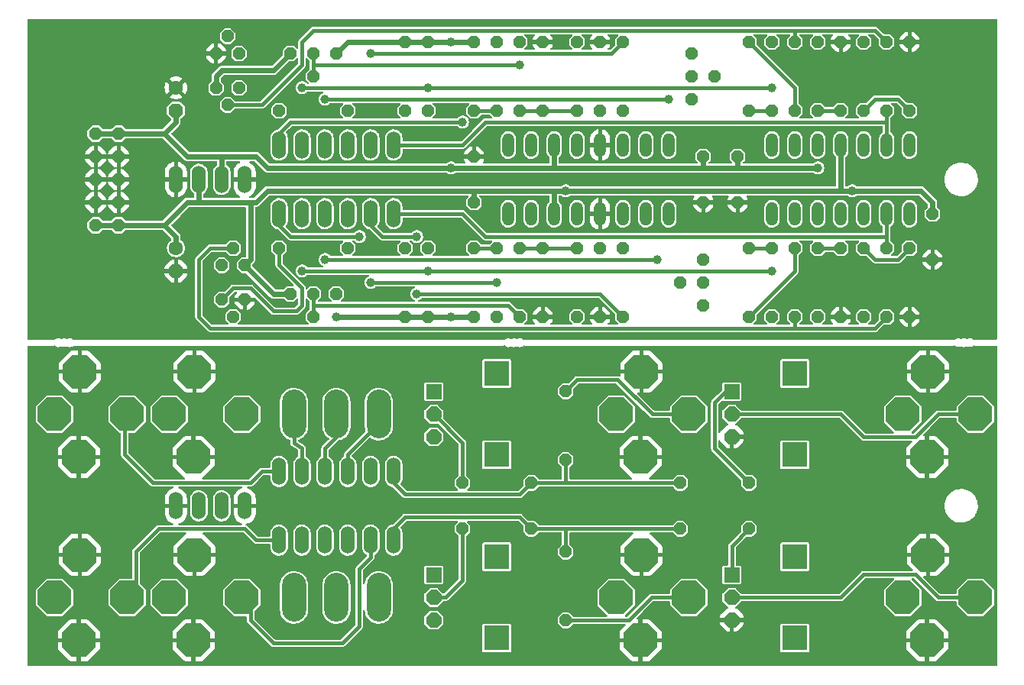
<source format=gbr>
%TF.GenerationSoftware,KiCad,Pcbnew,(6.0.7)*%
%TF.CreationDate,2022-08-19T14:07:05+02:00*%
%TF.ProjectId,ioboard,696f626f-6172-4642-9e6b-696361645f70,rev?*%
%TF.SameCoordinates,Original*%
%TF.FileFunction,Copper,L2,Bot*%
%TF.FilePolarity,Positive*%
%FSLAX46Y46*%
G04 Gerber Fmt 4.6, Leading zero omitted, Abs format (unit mm)*
G04 Created by KiCad (PCBNEW (6.0.7)) date 2022-08-19 14:07:05*
%MOMM*%
%LPD*%
G01*
G04 APERTURE LIST*
G04 Aperture macros list*
%AMOutline5P*
0 Free polygon, 5 corners , with rotation*
0 The origin of the aperture is its center*
0 number of corners: always 5*
0 $1 to $10 corner X, Y*
0 $11 Rotation angle, in degrees counterclockwise*
0 create outline with 5 corners*
4,1,5,$1,$2,$3,$4,$5,$6,$7,$8,$9,$10,$1,$2,$11*%
%AMOutline6P*
0 Free polygon, 6 corners , with rotation*
0 The origin of the aperture is its center*
0 number of corners: always 6*
0 $1 to $12 corner X, Y*
0 $13 Rotation angle, in degrees counterclockwise*
0 create outline with 6 corners*
4,1,6,$1,$2,$3,$4,$5,$6,$7,$8,$9,$10,$11,$12,$1,$2,$13*%
%AMOutline7P*
0 Free polygon, 7 corners , with rotation*
0 The origin of the aperture is its center*
0 number of corners: always 7*
0 $1 to $14 corner X, Y*
0 $15 Rotation angle, in degrees counterclockwise*
0 create outline with 7 corners*
4,1,7,$1,$2,$3,$4,$5,$6,$7,$8,$9,$10,$11,$12,$13,$14,$1,$2,$15*%
%AMOutline8P*
0 Free polygon, 8 corners , with rotation*
0 The origin of the aperture is its center*
0 number of corners: always 8*
0 $1 to $16 corner X, Y*
0 $17 Rotation angle, in degrees counterclockwise*
0 create outline with 8 corners*
4,1,8,$1,$2,$3,$4,$5,$6,$7,$8,$9,$10,$11,$12,$13,$14,$15,$16,$1,$2,$17*%
G04 Aperture macros list end*
%TA.AperFunction,ComponentPad*%
%ADD10Outline8P,-0.660400X0.273547X-0.273547X0.660400X0.273547X0.660400X0.660400X0.273547X0.660400X-0.273547X0.273547X-0.660400X-0.273547X-0.660400X-0.660400X-0.273547X270.000000*%
%TD*%
%TA.AperFunction,ComponentPad*%
%ADD11O,1.320800X2.641600*%
%TD*%
%TA.AperFunction,ComponentPad*%
%ADD12Outline8P,-0.660400X0.273547X-0.273547X0.660400X0.273547X0.660400X0.660400X0.273547X0.660400X-0.273547X0.273547X-0.660400X-0.273547X-0.660400X-0.660400X-0.273547X180.000000*%
%TD*%
%TA.AperFunction,ComponentPad*%
%ADD13Outline8P,-0.660400X0.273547X-0.273547X0.660400X0.273547X0.660400X0.660400X0.273547X0.660400X-0.273547X0.273547X-0.660400X-0.273547X-0.660400X-0.660400X-0.273547X0.000000*%
%TD*%
%TA.AperFunction,ComponentPad*%
%ADD14Outline8P,-0.660400X0.273547X-0.273547X0.660400X0.273547X0.660400X0.660400X0.273547X0.660400X-0.273547X0.273547X-0.660400X-0.273547X-0.660400X-0.660400X-0.273547X90.000000*%
%TD*%
%TA.AperFunction,ComponentPad*%
%ADD15Outline8P,-1.875000X0.776650X-0.776650X1.875000X0.776650X1.875000X1.875000X0.776650X1.875000X-0.776650X0.776650X-1.875000X-0.776650X-1.875000X-1.875000X-0.776650X270.000000*%
%TD*%
%TA.AperFunction,ComponentPad*%
%ADD16Outline8P,-1.875000X0.776650X-0.776650X1.875000X0.776650X1.875000X1.875000X0.776650X1.875000X-0.776650X0.776650X-1.875000X-0.776650X-1.875000X-1.875000X-0.776650X0.000000*%
%TD*%
%TA.AperFunction,ComponentPad*%
%ADD17R,2.800000X2.800000*%
%TD*%
%TA.AperFunction,ComponentPad*%
%ADD18Outline8P,-0.838200X0.347194X-0.347194X0.838200X0.347194X0.838200X0.838200X0.347194X0.838200X-0.347194X0.347194X-0.838200X-0.347194X-0.838200X-0.838200X-0.347194X180.000000*%
%TD*%
%TA.AperFunction,ComponentPad*%
%ADD19R,1.676400X1.676400*%
%TD*%
%TA.AperFunction,ComponentPad*%
%ADD20O,2.705100X5.410200*%
%TD*%
%TA.AperFunction,ComponentPad*%
%ADD21C,1.600200*%
%TD*%
%TA.AperFunction,ComponentPad*%
%ADD22Outline8P,-0.800100X0.331412X-0.331412X0.800100X0.331412X0.800100X0.800100X0.331412X0.800100X-0.331412X0.331412X-0.800100X-0.331412X-0.800100X-0.800100X-0.331412X270.000000*%
%TD*%
%TA.AperFunction,ComponentPad*%
%ADD23Outline8P,-0.711200X0.294589X-0.294589X0.711200X0.294589X0.711200X0.711200X0.294589X0.711200X-0.294589X0.294589X-0.711200X-0.294589X-0.711200X-0.711200X-0.294589X90.000000*%
%TD*%
%TA.AperFunction,ComponentPad*%
%ADD24O,1.524000X3.048000*%
%TD*%
%TA.AperFunction,ViaPad*%
%ADD25C,1.006400*%
%TD*%
%TA.AperFunction,Conductor*%
%ADD26C,0.406400*%
%TD*%
%TA.AperFunction,Conductor*%
%ADD27C,0.609600*%
%TD*%
G04 APERTURE END LIST*
D10*
%TO.P,C1,2*%
%TO.N,GND*%
X173266100Y-89446100D03*
%TO.P,C1,1*%
%TO.N,-12V*%
X173266100Y-84366100D03*
%TD*%
%TO.P,C2,2*%
%TO.N,GND*%
X194856100Y-95796100D03*
%TO.P,C2,1*%
%TO.N,+12V*%
X194856100Y-90716100D03*
%TD*%
D11*
%TO.P,IC1,14*%
%TO.N,N$29*%
X192316100Y-90716100D03*
%TO.P,IC1,13*%
%TO.N,CV2_M*%
X189776100Y-90716100D03*
%TO.P,IC1,12*%
%TO.N,N$30*%
X187236100Y-90716100D03*
%TO.P,IC1,11*%
%TO.N,-12V*%
X184696100Y-90716100D03*
%TO.P,IC1,10*%
%TO.N,N$38*%
X182156100Y-90716100D03*
%TO.P,IC1,9*%
%TO.N,N$36*%
X179616100Y-90716100D03*
%TO.P,IC1,5*%
%TO.N,N$11*%
X182156100Y-83096100D03*
%TO.P,IC1,6*%
%TO.N,N$19*%
X179616100Y-83096100D03*
%TO.P,IC1,4*%
%TO.N,+12V*%
X184696100Y-83096100D03*
%TO.P,IC1,3*%
%TO.N,N$10*%
X187236100Y-83096100D03*
%TO.P,IC1,8*%
%TO.N,N$37*%
X177076100Y-90716100D03*
%TO.P,IC1,7*%
%TO.N,N$20*%
X177076100Y-83096100D03*
%TO.P,IC1,2*%
%TO.N,CV1_M*%
X189776100Y-83096100D03*
%TO.P,IC1,1*%
%TO.N,N$9*%
X192316100Y-83096100D03*
%TD*%
%TO.P,IC2,16*%
%TO.N,SWB2_M*%
X165646100Y-90716100D03*
%TO.P,IC2,15*%
%TO.N,N/C*%
X163106100Y-90716100D03*
%TO.P,IC2,14*%
%TO.N,N$23*%
X160566100Y-90716100D03*
%TO.P,IC2,13*%
%TO.N,GND*%
X158026100Y-90716100D03*
%TO.P,IC2,12*%
%TO.N,N$24*%
X155486100Y-90716100D03*
%TO.P,IC2,11*%
%TO.N,+12V*%
X152946100Y-90716100D03*
%TO.P,IC2,10*%
%TO.N,N$24*%
X150406100Y-90716100D03*
%TO.P,IC2,9*%
%TO.N,N$27*%
X147866100Y-90716100D03*
%TO.P,IC2,8*%
%TO.N,N$7*%
X147866100Y-83096100D03*
%TO.P,IC2,7*%
%TO.N,N$4*%
X150406100Y-83096100D03*
%TO.P,IC2,6*%
%TO.N,-12V*%
X152946100Y-83096100D03*
%TO.P,IC2,5*%
%TO.N,N$4*%
X155486100Y-83096100D03*
%TO.P,IC2,4*%
%TO.N,GND*%
X158026100Y-83096100D03*
%TO.P,IC2,3*%
%TO.N,N$3*%
X160566100Y-83096100D03*
%TO.P,IC2,2*%
%TO.N,N/C*%
X163106100Y-83096100D03*
%TO.P,IC2,1*%
%TO.N,SWB1_M*%
X165646100Y-83096100D03*
%TD*%
D12*
%TO.P,Q1,3*%
%TO.N,N$15*%
X118021100Y-76746100D03*
%TO.P,Q1,2*%
%TO.N,N$9*%
X116751100Y-78651100D03*
%TO.P,Q1,1*%
%TO.N,+12V*%
X115481100Y-76746100D03*
%TD*%
D13*
%TO.P,Q2,3*%
%TO.N,GND*%
X115481100Y-72936100D03*
%TO.P,Q2,2*%
%TO.N,N$15*%
X116751100Y-71031100D03*
%TO.P,Q2,1*%
%TO.N,N$17*%
X118021100Y-72936100D03*
%TD*%
D14*
%TO.P,R10,2*%
%TO.N,GND*%
X151676100Y-71666100D03*
%TO.P,R10,1*%
%TO.N,N$4*%
X151676100Y-79286100D03*
%TD*%
%TO.P,R11,2*%
%TO.N,AO1_M*%
X146596100Y-71666100D03*
%TO.P,R11,1*%
%TO.N,N$7*%
X146596100Y-79286100D03*
%TD*%
D10*
%TO.P,R12,2*%
%TO.N,N$7*%
X144056100Y-79286100D03*
%TO.P,R12,1*%
%TO.N,-12V*%
X144056100Y-71666100D03*
%TD*%
D14*
%TO.P,R13,2*%
%TO.N,N$9*%
X189776100Y-71666100D03*
%TO.P,R13,1*%
%TO.N,CV1_M*%
X189776100Y-79286100D03*
%TD*%
D10*
%TO.P,R14,2*%
%TO.N,N$10*%
X187236100Y-79286100D03*
%TO.P,R14,1*%
%TO.N,+12V*%
X187236100Y-71666100D03*
%TD*%
D14*
%TO.P,R15,2*%
%TO.N,GND*%
X192316100Y-71666100D03*
%TO.P,R15,1*%
%TO.N,N$10*%
X192316100Y-79286100D03*
%TD*%
D10*
%TO.P,R16,2*%
%TO.N,CV1_IO*%
X154216100Y-118021100D03*
%TO.P,R16,1*%
%TO.N,N$12*%
X154216100Y-110401100D03*
%TD*%
D13*
%TO.P,R17,2*%
%TO.N,CV1_IO*%
X150406100Y-120561100D03*
%TO.P,R17,1*%
%TO.N,N$8*%
X142786100Y-120561100D03*
%TD*%
D12*
%TO.P,R18,2*%
%TO.N,CV1_IO*%
X166916100Y-120561100D03*
%TO.P,R18,1*%
%TO.N,IO_CV1*%
X174536100Y-120561100D03*
%TD*%
D10*
%TO.P,R19,2*%
%TO.N,N$15*%
X136436100Y-79286100D03*
%TO.P,R19,1*%
%TO.N,-12V*%
X136436100Y-71666100D03*
%TD*%
D13*
%TO.P,R2,S@1*%
%TO.N,N/C*%
X126276100Y-72936100D03*
%TO.P,R2,S*%
%TO.N,N$1*%
X126276100Y-75476100D03*
%TO.P,R2,E*%
%TO.N,+12V*%
X123736100Y-72936100D03*
%TO.P,R2,A*%
%TO.N,-12V*%
X128816100Y-72936100D03*
%TD*%
D12*
%TO.P,R20,2*%
%TO.N,N$17*%
X122466100Y-79286100D03*
%TO.P,R20,1*%
%TO.N,SWA1_M*%
X130086100Y-79286100D03*
%TD*%
D10*
%TO.P,R21,2*%
%TO.N,N$19*%
X179616100Y-79286100D03*
%TO.P,R21,1*%
%TO.N,N$9*%
X179616100Y-71666100D03*
%TD*%
%TO.P,R22,2*%
%TO.N,N$20*%
X174536100Y-79286100D03*
%TO.P,R22,1*%
%TO.N,N$19*%
X174536100Y-71666100D03*
%TD*%
%TO.P,R23,2*%
%TO.N,N$11*%
X182156100Y-79286100D03*
%TO.P,R23,1*%
%TO.N,+12V*%
X182156100Y-71666100D03*
%TD*%
D14*
%TO.P,R24,2*%
%TO.N,GND*%
X184696100Y-71666100D03*
%TO.P,R24,1*%
%TO.N,N$11*%
X184696100Y-79286100D03*
%TD*%
D10*
%TO.P,R25,2*%
%TO.N,N$20*%
X177076100Y-79286100D03*
%TO.P,R25,1*%
%TO.N,SWC1_M*%
X177076100Y-71666100D03*
%TD*%
%TO.P,R26,2*%
%TO.N,SWC1_M*%
X138976100Y-79286100D03*
%TO.P,R26,1*%
%TO.N,-12V*%
X138976100Y-71666100D03*
%TD*%
D14*
%TO.P,R3,S@1*%
%TO.N,N/C*%
X168186100Y-75476100D03*
%TO.P,R3,S*%
%TO.N,N$3*%
X170726100Y-75476100D03*
%TO.P,R3,E*%
X168186100Y-78016100D03*
%TO.P,R3,A*%
%TO.N,N$2*%
X168186100Y-72936100D03*
%TD*%
D10*
%TO.P,R6,2*%
%TO.N,N$4*%
X149136100Y-79286100D03*
%TO.P,R6,1*%
%TO.N,N$1*%
X149136100Y-71666100D03*
%TD*%
%TO.P,R7,2*%
%TO.N,N$2*%
X158026100Y-79286100D03*
%TO.P,R7,1*%
%TO.N,GND*%
X158026100Y-71666100D03*
%TD*%
%TO.P,R8,2*%
%TO.N,N$3*%
X160566100Y-79286100D03*
%TO.P,R8,1*%
%TO.N,AI1_M*%
X160566100Y-71666100D03*
%TD*%
%TO.P,R9,2*%
%TO.N,N$4*%
X155486100Y-79286100D03*
%TO.P,R9,1*%
%TO.N,+12V*%
X155486100Y-71666100D03*
%TD*%
D13*
%TO.P,R1,S@1*%
%TO.N,N/C*%
X126276100Y-99606100D03*
%TO.P,R1,S*%
%TO.N,N$16*%
X126276100Y-102146100D03*
%TO.P,R1,E*%
%TO.N,+12V*%
X123736100Y-99606100D03*
%TO.P,R1,A*%
%TO.N,-12V*%
X128816100Y-99606100D03*
%TD*%
D10*
%TO.P,R4,S@1*%
%TO.N,N/C*%
X169456100Y-98336100D03*
%TO.P,R4,S*%
%TO.N,N$23*%
X166916100Y-98336100D03*
%TO.P,R4,E*%
X169456100Y-95796100D03*
%TO.P,R4,A*%
%TO.N,N$5*%
X169456100Y-100876100D03*
%TD*%
D14*
%TO.P,R5,2*%
%TO.N,N$24*%
X149136100Y-94526100D03*
%TO.P,R5,1*%
%TO.N,N$16*%
X149136100Y-102146100D03*
%TD*%
%TO.P,R27,2*%
%TO.N,N$5*%
X158026100Y-94526100D03*
%TO.P,R27,1*%
%TO.N,GND*%
X158026100Y-102146100D03*
%TD*%
%TO.P,R28,2*%
%TO.N,N$23*%
X160566100Y-94526100D03*
%TO.P,R28,1*%
%TO.N,AI2_M*%
X160566100Y-102146100D03*
%TD*%
%TO.P,R29,2*%
%TO.N,N$24*%
X155486100Y-94526100D03*
%TO.P,R29,1*%
%TO.N,+12V*%
X155486100Y-102146100D03*
%TD*%
D10*
%TO.P,R30,2*%
%TO.N,GND*%
X151676100Y-102146100D03*
%TO.P,R30,1*%
%TO.N,N$24*%
X151676100Y-94526100D03*
%TD*%
%TO.P,R31,2*%
%TO.N,AO2_M*%
X146596100Y-102146100D03*
%TO.P,R31,1*%
%TO.N,N$27*%
X146596100Y-94526100D03*
%TD*%
D14*
%TO.P,R32,2*%
%TO.N,N$27*%
X144056100Y-94526100D03*
%TO.P,R32,1*%
%TO.N,-12V*%
X144056100Y-102146100D03*
%TD*%
D10*
%TO.P,R33,2*%
%TO.N,N$29*%
X189776100Y-102146100D03*
%TO.P,R33,1*%
%TO.N,CV2_M*%
X189776100Y-94526100D03*
%TD*%
D14*
%TO.P,R34,2*%
%TO.N,N$30*%
X187236100Y-94526100D03*
%TO.P,R34,1*%
%TO.N,+12V*%
X187236100Y-102146100D03*
%TD*%
D10*
%TO.P,R35,2*%
%TO.N,GND*%
X192316100Y-102146100D03*
%TO.P,R35,1*%
%TO.N,N$30*%
X192316100Y-94526100D03*
%TD*%
D13*
%TO.P,Q3,3*%
%TO.N,N$34*%
X116116100Y-96431100D03*
%TO.P,Q3,2*%
%TO.N,N$29*%
X117386100Y-94526100D03*
%TO.P,Q3,1*%
%TO.N,+12V*%
X118656100Y-96431100D03*
%TD*%
D12*
%TO.P,Q4,3*%
%TO.N,GND*%
X118656100Y-100241100D03*
%TO.P,Q4,2*%
%TO.N,N$34*%
X117386100Y-102146100D03*
%TO.P,Q4,1*%
%TO.N,N$35*%
X116116100Y-100241100D03*
%TD*%
D14*
%TO.P,R39,2*%
%TO.N,N$34*%
X136436100Y-94526100D03*
%TO.P,R39,1*%
%TO.N,-12V*%
X136436100Y-102146100D03*
%TD*%
D12*
%TO.P,R40,2*%
%TO.N,N$35*%
X122466100Y-94526100D03*
%TO.P,R40,1*%
%TO.N,SWA2_M*%
X130086100Y-94526100D03*
%TD*%
D14*
%TO.P,R41,2*%
%TO.N,N$36*%
X179616100Y-94526100D03*
%TO.P,R41,1*%
%TO.N,N$29*%
X179616100Y-102146100D03*
%TD*%
%TO.P,R42,2*%
%TO.N,N$37*%
X174536100Y-94526100D03*
%TO.P,R42,1*%
%TO.N,N$36*%
X174536100Y-102146100D03*
%TD*%
%TO.P,R43,2*%
%TO.N,N$38*%
X182156100Y-94526100D03*
%TO.P,R43,1*%
%TO.N,+12V*%
X182156100Y-102146100D03*
%TD*%
D10*
%TO.P,R44,2*%
%TO.N,GND*%
X184696100Y-102146100D03*
%TO.P,R44,1*%
%TO.N,N$38*%
X184696100Y-94526100D03*
%TD*%
D14*
%TO.P,R45,2*%
%TO.N,N$37*%
X177076100Y-94526100D03*
%TO.P,R45,1*%
%TO.N,SWC2_M*%
X177076100Y-102146100D03*
%TD*%
%TO.P,R46,2*%
%TO.N,SWC2_M*%
X138976100Y-94526100D03*
%TO.P,R46,1*%
%TO.N,-12V*%
X138976100Y-102146100D03*
%TD*%
D15*
%TO.P,CV1_1,TIP*%
%TO.N,N$41*%
X199602100Y-112941100D03*
%TO.P,CV1_1,SWITCH*%
%TO.N,N/C*%
X191556100Y-112941100D03*
D16*
%TO.P,CV1_1,GND2*%
%TO.N,GND*%
X194256100Y-117687100D03*
%TO.P,CV1_1,GND1*%
X194356100Y-108222100D03*
%TD*%
D15*
%TO.P,CV2_1,TIP*%
%TO.N,N$12*%
X167852100Y-112941100D03*
%TO.P,CV2_1,SWITCH*%
%TO.N,N/C*%
X159806100Y-112941100D03*
D16*
%TO.P,CV2_1,GND2*%
%TO.N,GND*%
X162506100Y-117687100D03*
%TO.P,CV2_1,GND1*%
X162606100Y-108222100D03*
%TD*%
D15*
%TO.P,AUDIO_IN_1,TIP*%
%TO.N,AI1_IO*%
X118322100Y-112941100D03*
%TO.P,AUDIO_IN_1,SWITCH*%
%TO.N,N/C*%
X110276100Y-112941100D03*
D16*
%TO.P,AUDIO_IN_1,GND2*%
%TO.N,GND*%
X112976100Y-117687100D03*
%TO.P,AUDIO_IN_1,GND1*%
X113076100Y-108222100D03*
%TD*%
D15*
%TO.P,AUDIO_OUT_1,TIP*%
%TO.N,AO1_IO*%
X105622100Y-112941100D03*
%TO.P,AUDIO_OUT_1,SWITCH*%
%TO.N,N/C*%
X97576100Y-112941100D03*
D16*
%TO.P,AUDIO_OUT_1,GND2*%
%TO.N,GND*%
X100276100Y-117687100D03*
%TO.P,AUDIO_OUT_1,GND1*%
X100376100Y-108222100D03*
%TD*%
D17*
%TO.P,CV_ATTN_1,M2*%
%TO.N,N/C*%
X179616100Y-108441100D03*
%TO.P,CV_ATTN_1,M1*%
X179616100Y-117441100D03*
D18*
%TO.P,CV_ATTN_1,3*%
%TO.N,GND*%
X172616100Y-115441100D03*
%TO.P,CV_ATTN_1,2*%
%TO.N,N$41*%
X172616100Y-112941100D03*
D19*
%TO.P,CV_ATTN_1,1*%
%TO.N,IO_CV1*%
X172616100Y-110441100D03*
%TD*%
D17*
%TO.P,BIAS_1,M2*%
%TO.N,N/C*%
X146596100Y-108441100D03*
%TO.P,BIAS_1,M1*%
X146596100Y-117441100D03*
D18*
%TO.P,BIAS_1,3*%
%TO.N,+12V*%
X139596100Y-115441100D03*
%TO.P,BIAS_1,2*%
%TO.N,N$8*%
X139596100Y-112941100D03*
D19*
%TO.P,BIAS_1,1*%
%TO.N,-12V*%
X139596100Y-110441100D03*
%TD*%
D20*
%TO.P,S1,1*%
%TO.N,SWA1_IO*%
X133515100Y-112941100D03*
%TO.P,S1,2*%
%TO.N,SWB1_IO*%
X128816100Y-112941100D03*
%TO.P,S1,3*%
%TO.N,SWC1_IO*%
X124117100Y-112941100D03*
%TD*%
D21*
%TO.P,C6,+*%
%TO.N,GND*%
X111036100Y-76746100D03*
D22*
%TO.P,C6,-*%
%TO.N,-12V*%
X111036100Y-79286100D03*
%TD*%
D21*
%TO.P,C7,+*%
%TO.N,+12V*%
X111036100Y-94526100D03*
D22*
%TO.P,C7,-*%
%TO.N,GND*%
X111036100Y-97066100D03*
%TD*%
D23*
%TO.P,PWR0,10*%
%TO.N,-12V*%
X102146100Y-81826100D03*
%TO.P,PWR0,9*%
X104686100Y-81826100D03*
%TO.P,PWR0,8*%
%TO.N,GND*%
X102146100Y-84366100D03*
%TO.P,PWR0,7*%
X104686100Y-84366100D03*
%TO.P,PWR0,6*%
X102146100Y-86906100D03*
%TO.P,PWR0,5*%
X104686100Y-86906100D03*
%TO.P,PWR0,4*%
X102146100Y-89446100D03*
%TO.P,PWR0,3*%
X104686100Y-89446100D03*
%TO.P,PWR0,2*%
%TO.N,+12V*%
X102146100Y-91986100D03*
%TO.P,PWR0,1*%
X104686100Y-91986100D03*
%TD*%
D14*
%TO.P,C3,2*%
%TO.N,GND*%
X144056100Y-84366100D03*
%TO.P,C3,1*%
%TO.N,+12V*%
X144056100Y-89446100D03*
%TD*%
D10*
%TO.P,C4,2*%
%TO.N,GND*%
X169456100Y-89446100D03*
%TO.P,C4,1*%
%TO.N,-12V*%
X169456100Y-84366100D03*
%TD*%
D14*
%TO.P,R36,2*%
%TO.N,CV2_IO*%
X154216100Y-128181100D03*
%TO.P,R36,1*%
%TO.N,N$48*%
X154216100Y-135801100D03*
%TD*%
D13*
%TO.P,R37,2*%
%TO.N,CV2_IO*%
X150406100Y-125641100D03*
%TO.P,R37,1*%
%TO.N,N$47*%
X142786100Y-125641100D03*
%TD*%
D12*
%TO.P,R38,2*%
%TO.N,CV2_IO*%
X166916100Y-125641100D03*
%TO.P,R38,1*%
%TO.N,IO_CV2*%
X174536100Y-125641100D03*
%TD*%
D15*
%TO.P,CV1_2,TIP*%
%TO.N,N$46*%
X199602100Y-133261100D03*
%TO.P,CV1_2,SWITCH*%
%TO.N,N/C*%
X191556100Y-133261100D03*
D16*
%TO.P,CV1_2,GND2*%
%TO.N,GND*%
X194256100Y-138007100D03*
%TO.P,CV1_2,GND1*%
X194356100Y-128542100D03*
%TD*%
D15*
%TO.P,CV2_2,TIP*%
%TO.N,N$48*%
X167852100Y-133261100D03*
%TO.P,CV2_2,SWITCH*%
%TO.N,N/C*%
X159806100Y-133261100D03*
D16*
%TO.P,CV2_2,GND2*%
%TO.N,GND*%
X162506100Y-138007100D03*
%TO.P,CV2_2,GND1*%
X162606100Y-128542100D03*
%TD*%
D15*
%TO.P,AUDIO_IN_2,TIP*%
%TO.N,AI2_IO*%
X118322100Y-133261100D03*
%TO.P,AUDIO_IN_2,SWITCH*%
%TO.N,N/C*%
X110276100Y-133261100D03*
D16*
%TO.P,AUDIO_IN_2,GND2*%
%TO.N,GND*%
X112976100Y-138007100D03*
%TO.P,AUDIO_IN_2,GND1*%
X113076100Y-128542100D03*
%TD*%
D15*
%TO.P,AUDIO_OUT_2,TIP*%
%TO.N,AO2_IO*%
X105622100Y-133261100D03*
%TO.P,AUDIO_OUT_2,SWITCH*%
%TO.N,N/C*%
X97576100Y-133261100D03*
D16*
%TO.P,AUDIO_OUT_2,GND2*%
%TO.N,GND*%
X100276100Y-138007100D03*
%TO.P,AUDIO_OUT_2,GND1*%
X100376100Y-128542100D03*
%TD*%
D17*
%TO.P,CV_ATTN_2,M2*%
%TO.N,N/C*%
X179616100Y-128761100D03*
%TO.P,CV_ATTN_2,M1*%
X179616100Y-137761100D03*
D18*
%TO.P,CV_ATTN_2,3*%
%TO.N,GND*%
X172616100Y-135761100D03*
%TO.P,CV_ATTN_2,2*%
%TO.N,N$46*%
X172616100Y-133261100D03*
D19*
%TO.P,CV_ATTN_2,1*%
%TO.N,IO_CV2*%
X172616100Y-130761100D03*
%TD*%
D17*
%TO.P,BIAS_2,M2*%
%TO.N,N/C*%
X146596100Y-128761100D03*
%TO.P,BIAS_2,M1*%
X146596100Y-137761100D03*
D18*
%TO.P,BIAS_2,3*%
%TO.N,+12V*%
X139596100Y-135761100D03*
%TO.P,BIAS_2,2*%
%TO.N,N$47*%
X139596100Y-133261100D03*
D19*
%TO.P,BIAS_2,1*%
%TO.N,-12V*%
X139596100Y-130761100D03*
%TD*%
D20*
%TO.P,S2,1*%
%TO.N,SWA2_IO*%
X133515100Y-133261100D03*
%TO.P,S2,2*%
%TO.N,SWB2_IO*%
X128816100Y-133261100D03*
%TO.P,S2,3*%
%TO.N,SWC2_IO*%
X124117100Y-133261100D03*
%TD*%
D24*
%TO.P,JP1,6*%
%TO.N,AO2_IO*%
X122466100Y-126911100D03*
%TO.P,JP1,5*%
%TO.N,SWC2_IO*%
X125006100Y-126911100D03*
%TO.P,JP1,4*%
%TO.N,SWB2_IO*%
X127546100Y-126911100D03*
%TO.P,JP1,3*%
%TO.N,SWA2_IO*%
X130086100Y-126911100D03*
%TO.P,JP1,2*%
%TO.N,AI2_IO*%
X132626100Y-126911100D03*
%TO.P,JP1,1*%
%TO.N,CV2_IO*%
X135166100Y-126911100D03*
%TD*%
%TO.P,JP2,6*%
%TO.N,AO1_IO*%
X122466100Y-119291100D03*
%TO.P,JP2,5*%
%TO.N,SWC1_IO*%
X125006100Y-119291100D03*
%TO.P,JP2,4*%
%TO.N,SWB1_IO*%
X127546100Y-119291100D03*
%TO.P,JP2,3*%
%TO.N,SWA1_IO*%
X130086100Y-119291100D03*
%TO.P,JP2,2*%
%TO.N,AI1_IO*%
X132626100Y-119291100D03*
%TO.P,JP2,1*%
%TO.N,CV1_IO*%
X135166100Y-119291100D03*
%TD*%
%TO.P,JP3,6*%
%TO.N,CV1_M*%
X135166100Y-83096100D03*
%TO.P,JP3,5*%
%TO.N,AI1_M*%
X132626100Y-83096100D03*
%TO.P,JP3,4*%
%TO.N,SWA1_M*%
X130086100Y-83096100D03*
%TO.P,JP3,3*%
%TO.N,SWB1_M*%
X127546100Y-83096100D03*
%TO.P,JP3,2*%
%TO.N,SWC1_M*%
X125006100Y-83096100D03*
%TO.P,JP3,1*%
%TO.N,AO1_M*%
X122466100Y-83096100D03*
%TD*%
%TO.P,JP4,6*%
%TO.N,CV2_M*%
X135166100Y-90716100D03*
%TO.P,JP4,5*%
%TO.N,AI2_M*%
X132626100Y-90716100D03*
%TO.P,JP4,4*%
%TO.N,SWA2_M*%
X130086100Y-90716100D03*
%TO.P,JP4,3*%
%TO.N,SWB2_M*%
X127546100Y-90716100D03*
%TO.P,JP4,2*%
%TO.N,SWC2_M*%
X125006100Y-90716100D03*
%TO.P,JP4,1*%
%TO.N,AO2_M*%
X122466100Y-90716100D03*
%TD*%
%TO.P,JP5,4*%
%TO.N,GND*%
X118656100Y-123101100D03*
%TO.P,JP5,3*%
%TO.N,-12V*%
X116116100Y-123101100D03*
%TO.P,JP5,2*%
%TO.N,+12V*%
X113576100Y-123101100D03*
%TO.P,JP5,1*%
%TO.N,GND*%
X111036100Y-123101100D03*
%TD*%
%TO.P,JP6,4*%
%TO.N,GND*%
X111036100Y-86906100D03*
%TO.P,JP6,3*%
%TO.N,+12V*%
X113576100Y-86906100D03*
%TO.P,JP6,2*%
%TO.N,-12V*%
X116116100Y-86906100D03*
%TO.P,JP6,1*%
%TO.N,GND*%
X118656100Y-86906100D03*
%TD*%
D25*
%TO.N,AI2_M*%
X137706100Y-93256100D03*
X137706100Y-99606100D03*
%TO.N,AO2_M*%
X146596100Y-98336100D03*
X132626100Y-98336100D03*
X131356100Y-93256100D03*
%TO.N,AO1_M*%
X142786100Y-80556100D03*
%TO.N,SWB2_M*%
X127546100Y-95796100D03*
X164376100Y-95796100D03*
%TO.N,SWC2_M*%
X177076100Y-97066100D03*
X125006100Y-97066100D03*
X138976100Y-97066100D03*
%TO.N,SWC1_M*%
X177076100Y-76746100D03*
X138976100Y-76746100D03*
X125006100Y-76746100D03*
%TO.N,SWB1_M*%
X165646100Y-78016100D03*
X127546100Y-78016100D03*
%TO.N,AI1_M*%
X132626100Y-72936100D03*
%TO.N,GND*%
X133896100Y-94526100D03*
X133896100Y-79286100D03*
X138976100Y-81826100D03*
X139611100Y-91986100D03*
%TO.N,N$1*%
X149136100Y-74206100D03*
%TO.N,-12V*%
X141516100Y-71666100D03*
X128816100Y-102146100D03*
X141516100Y-85636100D03*
X141516100Y-102146100D03*
X182156100Y-85636100D03*
%TO.N,+12V*%
X154216100Y-88176100D03*
X185966100Y-88176100D03*
%TD*%
D26*
%TO.N,AI2_M*%
X158026100Y-99606100D02*
X160566100Y-102146100D01*
X137706100Y-99606100D02*
X158026100Y-99606100D01*
X133896100Y-93256100D02*
X137706100Y-93256100D01*
X132626100Y-91986100D02*
X133896100Y-93256100D01*
X132626100Y-90716100D02*
X132626100Y-91986100D01*
%TO.N,SWC1_IO*%
X124117100Y-116116100D02*
X124117100Y-112941100D01*
X125006100Y-116751100D02*
X124117100Y-116116100D01*
X125006100Y-119291100D02*
X125006100Y-116751100D01*
%TO.N,SWA1_IO*%
X130086100Y-117386100D02*
X130086100Y-119291100D01*
X133261100Y-114211100D02*
X130086100Y-117386100D01*
X133261100Y-112941100D02*
X133261100Y-114211100D01*
X133515100Y-112941100D02*
X133261100Y-112941100D01*
%TO.N,SWB1_IO*%
X127546100Y-116751100D02*
X127546100Y-119291100D01*
X128816100Y-115481100D02*
X127546100Y-116751100D01*
X128816100Y-112941100D02*
X128816100Y-115481100D01*
%TO.N,AO1_IO*%
X120561100Y-119291100D02*
X122466100Y-119291100D01*
X119291100Y-120561100D02*
X120561100Y-119291100D01*
X108496100Y-120561100D02*
X119291100Y-120561100D01*
X105321100Y-117386100D02*
X108496100Y-120561100D01*
X105321100Y-112941100D02*
X105321100Y-117386100D01*
X105622100Y-112941100D02*
X105321100Y-112941100D01*
%TO.N,CV1_IO*%
X154216100Y-120561100D02*
X166916100Y-120561100D01*
X154216100Y-118021100D02*
X154216100Y-120561100D01*
X150406100Y-120561100D02*
X154216100Y-120561100D01*
X149136100Y-121831100D02*
X150406100Y-120561100D01*
X136436100Y-121831100D02*
X149136100Y-121831100D01*
X135166100Y-120561100D02*
X136436100Y-121831100D01*
X135166100Y-119291100D02*
X135166100Y-120561100D01*
%TO.N,AO2_M*%
X132626100Y-98336100D02*
X146596100Y-98336100D01*
X123736100Y-93256100D02*
X131356100Y-93256100D01*
X122466100Y-91986100D02*
X123736100Y-93256100D01*
X122466100Y-90716100D02*
X122466100Y-91986100D01*
%TO.N,AO1_M*%
X123736100Y-80556100D02*
X142786100Y-80556100D01*
X122466100Y-81826100D02*
X123736100Y-80556100D01*
X122466100Y-83096100D02*
X122466100Y-81826100D01*
%TO.N,N$48*%
X161201100Y-135801100D02*
X154216100Y-135801100D01*
X163741100Y-133261100D02*
X161201100Y-135801100D01*
X167852100Y-133261100D02*
X163741100Y-133261100D01*
%TO.N,N$47*%
X140881100Y-133261100D02*
X139596100Y-133261100D01*
X142786100Y-131356100D02*
X140881100Y-133261100D01*
X142786100Y-125641100D02*
X142786100Y-131356100D01*
%TO.N,IO_CV2*%
X172616100Y-130721100D02*
X172616100Y-130761100D01*
X172631100Y-130721100D02*
X172616100Y-130721100D01*
X172631100Y-127546100D02*
X172631100Y-130721100D01*
X174536100Y-125641100D02*
X172631100Y-127546100D01*
%TO.N,N$46*%
X184696100Y-133261100D02*
X172616100Y-133261100D01*
X187236100Y-130721100D02*
X184696100Y-133261100D01*
X192951100Y-130721100D02*
X187236100Y-130721100D01*
X195491100Y-133261100D02*
X192951100Y-130721100D01*
X199602100Y-133261100D02*
X195491100Y-133261100D01*
%TO.N,AO2_IO*%
X106591100Y-131991100D02*
X105622100Y-133261100D01*
X106591100Y-128181100D02*
X106591100Y-131991100D01*
X109131100Y-125641100D02*
X106591100Y-128181100D01*
X118656100Y-125641100D02*
X109131100Y-125641100D01*
X119926100Y-126911100D02*
X118656100Y-125641100D01*
X122466100Y-126911100D02*
X119926100Y-126911100D01*
%TO.N,AI2_IO*%
X119291100Y-133261100D02*
X118322100Y-133261100D01*
X119291100Y-135801100D02*
X119291100Y-133261100D01*
X121831100Y-138341100D02*
X119291100Y-135801100D01*
X129451100Y-138341100D02*
X121831100Y-138341100D01*
X131356100Y-136436100D02*
X129451100Y-138341100D01*
X131356100Y-130086100D02*
X131356100Y-136436100D01*
X132626100Y-128816100D02*
X131356100Y-130086100D01*
X132626100Y-126911100D02*
X132626100Y-128816100D01*
%TO.N,CV2_IO*%
X166916100Y-125641100D02*
X154216100Y-125641100D01*
X154216100Y-125641100D02*
X154216100Y-128181100D01*
X150406100Y-125641100D02*
X154216100Y-125641100D01*
X149136100Y-124371100D02*
X150406100Y-125641100D01*
X136436100Y-124371100D02*
X149136100Y-124371100D01*
X135166100Y-125641100D02*
X136436100Y-124371100D01*
X135166100Y-126911100D02*
X135166100Y-125641100D01*
%TO.N,N$12*%
X163842100Y-112941100D02*
X167852100Y-112941100D01*
X159931100Y-109131100D02*
X163842100Y-112941100D01*
X155486100Y-109131100D02*
X159931100Y-109131100D01*
X154216100Y-110401100D02*
X155486100Y-109131100D01*
%TO.N,N$8*%
X142786100Y-116116100D02*
X139596100Y-112941100D01*
X142786100Y-120561100D02*
X142786100Y-116116100D01*
%TO.N,CV1_M*%
X142786100Y-83096100D02*
X135166100Y-83096100D01*
X145326100Y-80556100D02*
X142786100Y-83096100D01*
X189776100Y-80556100D02*
X145326100Y-80556100D01*
X189776100Y-80556100D02*
X189776100Y-83096100D01*
X189776100Y-79286100D02*
X189776100Y-80556100D01*
%TO.N,IO_CV1*%
X172616100Y-110401100D02*
X172616100Y-110441100D01*
X171996100Y-110401100D02*
X172616100Y-110401100D01*
X170726100Y-111671100D02*
X171996100Y-110401100D01*
X170726100Y-116751100D02*
X170726100Y-111671100D01*
X174536100Y-120561100D02*
X170726100Y-116751100D01*
%TO.N,N$41*%
X184696100Y-112941100D02*
X172616100Y-112941100D01*
X187236100Y-115481100D02*
X184696100Y-112941100D01*
X192951100Y-115481100D02*
X187236100Y-115481100D01*
X195491100Y-112941100D02*
X192951100Y-115481100D01*
X199602100Y-112941100D02*
X195491100Y-112941100D01*
%TO.N,SWB2_M*%
X127546100Y-95796100D02*
X164376100Y-95796100D01*
%TO.N,SWC2_M*%
X125006100Y-97066100D02*
X138976100Y-97066100D01*
X177076100Y-97066100D02*
X138976100Y-97066100D01*
%TO.N,N$38*%
X182156100Y-94526100D02*
X184696100Y-94526100D01*
%TO.N,N$37*%
X174536100Y-94526100D02*
X177076100Y-94526100D01*
%TO.N,N$36*%
X179616100Y-97066100D02*
X179616100Y-94526100D01*
X174536100Y-102146100D02*
X179616100Y-97066100D01*
%TO.N,N$35*%
X117386100Y-98971100D02*
X116116100Y-100241100D01*
X119291100Y-98971100D02*
X117386100Y-98971100D01*
X121831100Y-101511100D02*
X119291100Y-98971100D01*
X124371100Y-101511100D02*
X121831100Y-101511100D01*
X125006100Y-100876100D02*
X124371100Y-101511100D01*
X125006100Y-98971100D02*
X125006100Y-100876100D01*
X122466100Y-96431100D02*
X125006100Y-98971100D01*
X122466100Y-94526100D02*
X122466100Y-96431100D01*
%TO.N,N$30*%
X188506100Y-95796100D02*
X187236100Y-94526100D01*
X191046100Y-95796100D02*
X188506100Y-95796100D01*
X192316100Y-94526100D02*
X191046100Y-95796100D01*
%TO.N,N$29*%
X179616100Y-103416100D02*
X179616100Y-102146100D01*
X114846100Y-103416100D02*
X179616100Y-103416100D01*
X113576100Y-102146100D02*
X114846100Y-103416100D01*
X113576100Y-95796100D02*
X113576100Y-102146100D01*
X114846100Y-94526100D02*
X113576100Y-95796100D01*
X117386100Y-94526100D02*
X114846100Y-94526100D01*
X188506100Y-103416100D02*
X179616100Y-103416100D01*
X189776100Y-102146100D02*
X188506100Y-103416100D01*
%TO.N,CV2_M*%
X189776100Y-94526100D02*
X189776100Y-93256100D01*
X142786100Y-90716100D02*
X135166100Y-90716100D01*
X145326100Y-93256100D02*
X142786100Y-90716100D01*
X189776100Y-93256100D02*
X145326100Y-93256100D01*
X189776100Y-90716100D02*
X189776100Y-93256100D01*
%TO.N,N$27*%
X144056100Y-94526100D02*
X146596100Y-94526100D01*
%TO.N,N$24*%
X151676100Y-94526100D02*
X155486100Y-94526100D01*
X149136100Y-94526100D02*
X151676100Y-94526100D01*
%TO.N,N$16*%
X126276100Y-100876100D02*
X126276100Y-102146100D01*
X126276100Y-100876100D02*
X126276100Y-99606100D01*
X147866100Y-100876100D02*
X149136100Y-102146100D01*
X126276100Y-100876100D02*
X147866100Y-100876100D01*
%TO.N,SWC1_M*%
X138976100Y-76746100D02*
X125006100Y-76746100D01*
X177076100Y-76746100D02*
X138976100Y-76746100D01*
%TO.N,N$11*%
X184696100Y-79286100D02*
X182156100Y-79286100D01*
%TO.N,N$20*%
X174536100Y-79286100D02*
X177076100Y-79286100D01*
%TO.N,N$19*%
X179616100Y-76746100D02*
X174536100Y-71666100D01*
X179616100Y-79286100D02*
X179616100Y-76746100D01*
%TO.N,N$10*%
X188506100Y-78016100D02*
X187236100Y-79286100D01*
X191046100Y-78016100D02*
X188506100Y-78016100D01*
X192316100Y-79286100D02*
X191046100Y-78016100D01*
%TO.N,N$9*%
X120561100Y-78651100D02*
X116751100Y-78651100D01*
X125006100Y-74206100D02*
X120561100Y-78651100D01*
X125006100Y-71666100D02*
X125006100Y-74206100D01*
X126276100Y-70396100D02*
X125006100Y-71666100D01*
X179616100Y-70396100D02*
X126276100Y-70396100D01*
X179616100Y-71666100D02*
X179616100Y-70396100D01*
X188506100Y-70396100D02*
X179616100Y-70396100D01*
X189776100Y-71666100D02*
X188506100Y-70396100D01*
%TO.N,N$7*%
X144056100Y-79286100D02*
X146596100Y-79286100D01*
%TO.N,SWB1_M*%
X165646100Y-78016100D02*
X127546100Y-78016100D01*
%TO.N,AI1_M*%
X159296100Y-72936100D02*
X132626100Y-72936100D01*
X160566100Y-71666100D02*
X159296100Y-72936100D01*
%TO.N,N$4*%
X151676100Y-79286100D02*
X155486100Y-79286100D01*
X149136100Y-79286100D02*
X151676100Y-79286100D01*
%TO.N,N$1*%
X126276100Y-75476100D02*
X126276100Y-74206100D01*
X126276100Y-74206100D02*
X126276100Y-72936100D01*
X149136100Y-74206100D02*
X126276100Y-74206100D01*
D27*
%TO.N,-12V*%
X130086100Y-71666100D02*
X128816100Y-72936100D01*
X136436100Y-71666100D02*
X130086100Y-71666100D01*
X138976100Y-71666100D02*
X136436100Y-71666100D01*
X141516100Y-71666100D02*
X138976100Y-71666100D01*
X141516100Y-71666100D02*
X144056100Y-71666100D01*
X138976100Y-102146100D02*
X141516100Y-102146100D01*
X138976100Y-102146100D02*
X128816100Y-102146100D01*
D26*
X136436100Y-102146100D02*
X138976100Y-102146100D01*
D27*
X144056100Y-102146100D02*
X141516100Y-102146100D01*
X173266100Y-85636100D02*
X182156100Y-85636100D01*
X173266100Y-84366100D02*
X173266100Y-85636100D01*
X169456100Y-85636100D02*
X173266100Y-85636100D01*
X169456100Y-84366100D02*
X169456100Y-85636100D01*
X152946100Y-85636100D02*
X169456100Y-85636100D01*
X152946100Y-85636100D02*
X152946100Y-83096100D01*
X141516100Y-85636100D02*
X152946100Y-85636100D01*
X121196100Y-85636100D02*
X141516100Y-85636100D01*
X119926100Y-84366100D02*
X121196100Y-85636100D01*
X116116100Y-84366100D02*
X119926100Y-84366100D01*
X116116100Y-86906100D02*
X116116100Y-84366100D01*
X112306100Y-84366100D02*
X116116100Y-84366100D01*
X109766100Y-81826100D02*
X112306100Y-84366100D01*
X104686100Y-81826100D02*
X109766100Y-81826100D01*
X111036100Y-80556100D02*
X109766100Y-81826100D01*
X111036100Y-79286100D02*
X111036100Y-80556100D01*
X102146100Y-81826100D02*
X104686100Y-81826100D01*
%TO.N,+12V*%
X121831100Y-74841100D02*
X123736100Y-72936100D01*
X116116100Y-74841100D02*
X121831100Y-74841100D01*
X115481100Y-75476100D02*
X116116100Y-74841100D01*
X115481100Y-76746100D02*
X115481100Y-75476100D01*
X152946100Y-88176100D02*
X154216100Y-88176100D01*
X121831100Y-99606100D02*
X123736100Y-99606100D01*
X118656100Y-96431100D02*
X121831100Y-99606100D01*
X184696100Y-88176100D02*
X154216100Y-88176100D01*
X184696100Y-83096100D02*
X184696100Y-88176100D01*
X185966100Y-88176100D02*
X184696100Y-88176100D01*
X193586100Y-88176100D02*
X185966100Y-88176100D01*
X194856100Y-89446100D02*
X193586100Y-88176100D01*
X194856100Y-90716100D02*
X194856100Y-89446100D01*
X152946100Y-88176100D02*
X152946100Y-90716100D01*
X144056100Y-88176100D02*
X152946100Y-88176100D01*
X144056100Y-89446100D02*
X144056100Y-88176100D01*
X121196100Y-88176100D02*
X144056100Y-88176100D01*
X119926100Y-89446100D02*
X121196100Y-88176100D01*
X119291100Y-89446100D02*
X119926100Y-89446100D01*
X113576100Y-86906100D02*
X113576100Y-89446100D01*
X119291100Y-95796100D02*
X118656100Y-96431100D01*
X119291100Y-89446100D02*
X119291100Y-95796100D01*
X113576100Y-89446100D02*
X119291100Y-89446100D01*
X109766100Y-91986100D02*
X112306100Y-89446100D01*
X112306100Y-89446100D02*
X113576100Y-89446100D01*
X104686100Y-91986100D02*
X109766100Y-91986100D01*
X102146100Y-91986100D02*
X104686100Y-91986100D01*
X103416100Y-91986100D02*
X104686100Y-91986100D01*
X111036100Y-93256100D02*
X109766100Y-91986100D01*
X111036100Y-94526100D02*
X111036100Y-93256100D01*
%TD*%
%TA.AperFunction,Conductor*%
%TO.N,GND*%
G36*
X199472938Y-105314526D02*
G01*
X199529059Y-105337772D01*
X199535595Y-105338632D01*
X199535597Y-105338633D01*
X199574165Y-105343710D01*
X199618600Y-105349560D01*
X199618600Y-105348755D01*
X199623672Y-105349423D01*
X199623672Y-105346600D01*
X201943700Y-105346600D01*
X202002831Y-105365813D01*
X202039376Y-105416113D01*
X202044300Y-105447200D01*
X202044300Y-140755000D01*
X202025087Y-140814131D01*
X201974787Y-140850676D01*
X201943700Y-140855600D01*
X94652200Y-140855600D01*
X94593069Y-140836387D01*
X94556524Y-140786087D01*
X94551600Y-140755000D01*
X94551600Y-138822960D01*
X97944699Y-138822960D01*
X97945077Y-138829102D01*
X97952420Y-138888639D01*
X97955871Y-138901709D01*
X98003273Y-139015867D01*
X98010084Y-139027524D01*
X98046599Y-139074176D01*
X98050625Y-139078723D01*
X99204449Y-140232546D01*
X99209065Y-140236627D01*
X99256354Y-140273533D01*
X99268035Y-140280334D01*
X99382277Y-140327538D01*
X99395334Y-140330963D01*
X99454136Y-140338131D01*
X99460210Y-140338500D01*
X100031967Y-140338500D01*
X100044857Y-140334312D01*
X100047900Y-140330123D01*
X100047900Y-140322568D01*
X100504300Y-140322568D01*
X100508488Y-140335458D01*
X100512677Y-140338501D01*
X101091960Y-140338501D01*
X101098102Y-140338123D01*
X101157639Y-140330780D01*
X101170709Y-140327329D01*
X101284867Y-140279927D01*
X101296524Y-140273116D01*
X101343176Y-140236601D01*
X101347723Y-140232575D01*
X102501546Y-139078751D01*
X102505627Y-139074135D01*
X102542533Y-139026846D01*
X102549334Y-139015165D01*
X102596538Y-138900923D01*
X102599963Y-138887866D01*
X102607131Y-138829064D01*
X102607500Y-138822990D01*
X102607500Y-138822960D01*
X110644699Y-138822960D01*
X110645077Y-138829102D01*
X110652420Y-138888639D01*
X110655871Y-138901709D01*
X110703273Y-139015867D01*
X110710084Y-139027524D01*
X110746599Y-139074176D01*
X110750625Y-139078723D01*
X111904449Y-140232546D01*
X111909065Y-140236627D01*
X111956354Y-140273533D01*
X111968035Y-140280334D01*
X112082277Y-140327538D01*
X112095334Y-140330963D01*
X112154136Y-140338131D01*
X112160210Y-140338500D01*
X112731967Y-140338500D01*
X112744857Y-140334312D01*
X112747900Y-140330123D01*
X112747900Y-140322568D01*
X113204300Y-140322568D01*
X113208488Y-140335458D01*
X113212677Y-140338501D01*
X113791960Y-140338501D01*
X113798102Y-140338123D01*
X113857639Y-140330780D01*
X113870709Y-140327329D01*
X113984867Y-140279927D01*
X113996524Y-140273116D01*
X114043176Y-140236601D01*
X114047723Y-140232575D01*
X115099133Y-139181164D01*
X144992400Y-139181164D01*
X145004219Y-139240580D01*
X145049240Y-139307960D01*
X145116620Y-139352981D01*
X145176036Y-139364800D01*
X148016164Y-139364800D01*
X148075580Y-139352981D01*
X148142960Y-139307960D01*
X148187981Y-139240580D01*
X148199800Y-139181164D01*
X148199800Y-138822960D01*
X160174699Y-138822960D01*
X160175077Y-138829102D01*
X160182420Y-138888639D01*
X160185871Y-138901709D01*
X160233273Y-139015867D01*
X160240084Y-139027524D01*
X160276599Y-139074176D01*
X160280625Y-139078723D01*
X161434449Y-140232546D01*
X161439065Y-140236627D01*
X161486354Y-140273533D01*
X161498035Y-140280334D01*
X161612277Y-140327538D01*
X161625334Y-140330963D01*
X161684136Y-140338131D01*
X161690210Y-140338500D01*
X162261967Y-140338500D01*
X162274857Y-140334312D01*
X162277900Y-140330123D01*
X162277900Y-140322568D01*
X162734300Y-140322568D01*
X162738488Y-140335458D01*
X162742677Y-140338501D01*
X163321960Y-140338501D01*
X163328102Y-140338123D01*
X163387639Y-140330780D01*
X163400709Y-140327329D01*
X163514867Y-140279927D01*
X163526524Y-140273116D01*
X163573176Y-140236601D01*
X163577723Y-140232575D01*
X164629133Y-139181164D01*
X178012400Y-139181164D01*
X178024219Y-139240580D01*
X178069240Y-139307960D01*
X178136620Y-139352981D01*
X178196036Y-139364800D01*
X181036164Y-139364800D01*
X181095580Y-139352981D01*
X181162960Y-139307960D01*
X181207981Y-139240580D01*
X181219800Y-139181164D01*
X181219800Y-138822960D01*
X191924699Y-138822960D01*
X191925077Y-138829102D01*
X191932420Y-138888639D01*
X191935871Y-138901709D01*
X191983273Y-139015867D01*
X191990084Y-139027524D01*
X192026599Y-139074176D01*
X192030625Y-139078723D01*
X193184449Y-140232546D01*
X193189065Y-140236627D01*
X193236354Y-140273533D01*
X193248035Y-140280334D01*
X193362277Y-140327538D01*
X193375334Y-140330963D01*
X193434136Y-140338131D01*
X193440210Y-140338500D01*
X194011967Y-140338500D01*
X194024857Y-140334312D01*
X194027900Y-140330123D01*
X194027900Y-140322568D01*
X194484300Y-140322568D01*
X194488488Y-140335458D01*
X194492677Y-140338501D01*
X195071960Y-140338501D01*
X195078102Y-140338123D01*
X195137639Y-140330780D01*
X195150709Y-140327329D01*
X195264867Y-140279927D01*
X195276524Y-140273116D01*
X195323176Y-140236601D01*
X195327723Y-140232575D01*
X196481546Y-139078751D01*
X196485627Y-139074135D01*
X196522533Y-139026846D01*
X196529334Y-139015165D01*
X196576538Y-138900923D01*
X196579963Y-138887866D01*
X196587131Y-138829064D01*
X196587500Y-138822990D01*
X196587500Y-138251233D01*
X196583312Y-138238343D01*
X196579123Y-138235300D01*
X194500233Y-138235300D01*
X194487343Y-138239488D01*
X194484300Y-138243677D01*
X194484300Y-140322568D01*
X194027900Y-140322568D01*
X194027900Y-138251233D01*
X194023712Y-138238343D01*
X194019523Y-138235300D01*
X191940632Y-138235300D01*
X191927742Y-138239488D01*
X191924699Y-138243677D01*
X191924699Y-138822960D01*
X181219800Y-138822960D01*
X181219800Y-137762967D01*
X191924700Y-137762967D01*
X191928888Y-137775857D01*
X191933077Y-137778900D01*
X194011967Y-137778900D01*
X194024857Y-137774712D01*
X194027900Y-137770523D01*
X194027900Y-137762967D01*
X194484300Y-137762967D01*
X194488488Y-137775857D01*
X194492677Y-137778900D01*
X196571568Y-137778900D01*
X196584458Y-137774712D01*
X196587501Y-137770523D01*
X196587501Y-137191240D01*
X196587123Y-137185098D01*
X196579780Y-137125561D01*
X196576329Y-137112491D01*
X196528927Y-136998333D01*
X196522116Y-136986676D01*
X196485601Y-136940024D01*
X196481575Y-136935477D01*
X195327751Y-135781654D01*
X195323135Y-135777573D01*
X195275846Y-135740667D01*
X195264165Y-135733866D01*
X195149923Y-135686662D01*
X195136866Y-135683237D01*
X195078064Y-135676069D01*
X195071990Y-135675700D01*
X194500233Y-135675700D01*
X194487343Y-135679888D01*
X194484300Y-135684077D01*
X194484300Y-137762967D01*
X194027900Y-137762967D01*
X194027900Y-135691632D01*
X194023712Y-135678742D01*
X194019523Y-135675699D01*
X193440240Y-135675699D01*
X193434098Y-135676077D01*
X193374561Y-135683420D01*
X193361491Y-135686871D01*
X193247333Y-135734273D01*
X193235676Y-135741084D01*
X193189024Y-135777599D01*
X193184477Y-135781625D01*
X192030654Y-136935449D01*
X192026573Y-136940065D01*
X191989667Y-136987354D01*
X191982866Y-136999035D01*
X191935662Y-137113277D01*
X191932237Y-137126334D01*
X191925069Y-137185136D01*
X191924700Y-137191210D01*
X191924700Y-137762967D01*
X181219800Y-137762967D01*
X181219800Y-136341036D01*
X181207981Y-136281620D01*
X181162960Y-136214240D01*
X181095580Y-136169219D01*
X181036164Y-136157400D01*
X178196036Y-136157400D01*
X178136620Y-136169219D01*
X178069240Y-136214240D01*
X178024219Y-136281620D01*
X178012400Y-136341036D01*
X178012400Y-139181164D01*
X164629133Y-139181164D01*
X164731546Y-139078751D01*
X164735627Y-139074135D01*
X164772533Y-139026846D01*
X164779334Y-139015165D01*
X164826538Y-138900923D01*
X164829963Y-138887866D01*
X164837131Y-138829064D01*
X164837500Y-138822990D01*
X164837500Y-138251233D01*
X164833312Y-138238343D01*
X164829123Y-138235300D01*
X162750233Y-138235300D01*
X162737343Y-138239488D01*
X162734300Y-138243677D01*
X162734300Y-140322568D01*
X162277900Y-140322568D01*
X162277900Y-138251233D01*
X162273712Y-138238343D01*
X162269523Y-138235300D01*
X160190632Y-138235300D01*
X160177742Y-138239488D01*
X160174699Y-138243677D01*
X160174699Y-138822960D01*
X148199800Y-138822960D01*
X148199800Y-136341036D01*
X148187981Y-136281620D01*
X148142960Y-136214240D01*
X148075580Y-136169219D01*
X148016164Y-136157400D01*
X145176036Y-136157400D01*
X145116620Y-136169219D01*
X145049240Y-136214240D01*
X145004219Y-136281620D01*
X144992400Y-136341036D01*
X144992400Y-139181164D01*
X115099133Y-139181164D01*
X115201546Y-139078751D01*
X115205627Y-139074135D01*
X115242533Y-139026846D01*
X115249334Y-139015165D01*
X115296538Y-138900923D01*
X115299963Y-138887866D01*
X115307131Y-138829064D01*
X115307500Y-138822990D01*
X115307500Y-138251233D01*
X115303312Y-138238343D01*
X115299123Y-138235300D01*
X113220233Y-138235300D01*
X113207343Y-138239488D01*
X113204300Y-138243677D01*
X113204300Y-140322568D01*
X112747900Y-140322568D01*
X112747900Y-138251233D01*
X112743712Y-138238343D01*
X112739523Y-138235300D01*
X110660632Y-138235300D01*
X110647742Y-138239488D01*
X110644699Y-138243677D01*
X110644699Y-138822960D01*
X102607500Y-138822960D01*
X102607500Y-138251233D01*
X102603312Y-138238343D01*
X102599123Y-138235300D01*
X100520233Y-138235300D01*
X100507343Y-138239488D01*
X100504300Y-138243677D01*
X100504300Y-140322568D01*
X100047900Y-140322568D01*
X100047900Y-138251233D01*
X100043712Y-138238343D01*
X100039523Y-138235300D01*
X97960632Y-138235300D01*
X97947742Y-138239488D01*
X97944699Y-138243677D01*
X97944699Y-138822960D01*
X94551600Y-138822960D01*
X94551600Y-137762967D01*
X97944700Y-137762967D01*
X97948888Y-137775857D01*
X97953077Y-137778900D01*
X100031967Y-137778900D01*
X100044857Y-137774712D01*
X100047900Y-137770523D01*
X100047900Y-137762967D01*
X100504300Y-137762967D01*
X100508488Y-137775857D01*
X100512677Y-137778900D01*
X102591568Y-137778900D01*
X102604458Y-137774712D01*
X102607501Y-137770523D01*
X102607501Y-137762967D01*
X110644700Y-137762967D01*
X110648888Y-137775857D01*
X110653077Y-137778900D01*
X112731967Y-137778900D01*
X112744857Y-137774712D01*
X112747900Y-137770523D01*
X112747900Y-137762967D01*
X113204300Y-137762967D01*
X113208488Y-137775857D01*
X113212677Y-137778900D01*
X115291568Y-137778900D01*
X115304458Y-137774712D01*
X115307501Y-137770523D01*
X115307501Y-137191240D01*
X115307123Y-137185098D01*
X115299780Y-137125561D01*
X115296329Y-137112491D01*
X115248927Y-136998333D01*
X115242116Y-136986676D01*
X115205601Y-136940024D01*
X115201575Y-136935477D01*
X114047751Y-135781654D01*
X114043135Y-135777573D01*
X113995846Y-135740667D01*
X113984165Y-135733866D01*
X113869923Y-135686662D01*
X113856866Y-135683237D01*
X113798064Y-135676069D01*
X113791990Y-135675700D01*
X113220233Y-135675700D01*
X113207343Y-135679888D01*
X113204300Y-135684077D01*
X113204300Y-137762967D01*
X112747900Y-137762967D01*
X112747900Y-135691632D01*
X112743712Y-135678742D01*
X112739523Y-135675699D01*
X112160240Y-135675699D01*
X112154098Y-135676077D01*
X112094561Y-135683420D01*
X112081491Y-135686871D01*
X111967333Y-135734273D01*
X111955676Y-135741084D01*
X111909024Y-135777599D01*
X111904477Y-135781625D01*
X110750654Y-136935449D01*
X110746573Y-136940065D01*
X110709667Y-136987354D01*
X110702866Y-136999035D01*
X110655662Y-137113277D01*
X110652237Y-137126334D01*
X110645069Y-137185136D01*
X110644700Y-137191210D01*
X110644700Y-137762967D01*
X102607501Y-137762967D01*
X102607501Y-137191240D01*
X102607123Y-137185098D01*
X102599780Y-137125561D01*
X102596329Y-137112491D01*
X102548927Y-136998333D01*
X102542116Y-136986676D01*
X102505601Y-136940024D01*
X102501575Y-136935477D01*
X101347751Y-135781654D01*
X101343135Y-135777573D01*
X101295846Y-135740667D01*
X101284165Y-135733866D01*
X101169923Y-135686662D01*
X101156866Y-135683237D01*
X101098064Y-135676069D01*
X101091990Y-135675700D01*
X100520233Y-135675700D01*
X100507343Y-135679888D01*
X100504300Y-135684077D01*
X100504300Y-137762967D01*
X100047900Y-137762967D01*
X100047900Y-135691632D01*
X100043712Y-135678742D01*
X100039523Y-135675699D01*
X99460240Y-135675699D01*
X99454098Y-135676077D01*
X99394561Y-135683420D01*
X99381491Y-135686871D01*
X99267333Y-135734273D01*
X99255676Y-135741084D01*
X99209024Y-135777599D01*
X99204477Y-135781625D01*
X98050654Y-136935449D01*
X98046573Y-136940065D01*
X98009667Y-136987354D01*
X98002866Y-136999035D01*
X97955662Y-137113277D01*
X97952237Y-137126334D01*
X97945069Y-137185136D01*
X97944700Y-137191210D01*
X97944700Y-137762967D01*
X94551600Y-137762967D01*
X94551600Y-134057906D01*
X95497400Y-134057906D01*
X95509357Y-134117565D01*
X95542810Y-134167536D01*
X96669666Y-135294390D01*
X96720305Y-135328120D01*
X96753845Y-135334761D01*
X96774465Y-135338844D01*
X96774467Y-135338844D01*
X96779294Y-135339800D01*
X98372906Y-135339800D01*
X98432565Y-135327843D01*
X98482536Y-135294390D01*
X99609390Y-134167534D01*
X99625782Y-134142925D01*
X99637637Y-134125127D01*
X99637637Y-134125126D01*
X99643120Y-134116895D01*
X99654800Y-134057906D01*
X103543400Y-134057906D01*
X103555357Y-134117565D01*
X103588810Y-134167536D01*
X104715666Y-135294390D01*
X104766305Y-135328120D01*
X104799845Y-135334761D01*
X104820465Y-135338844D01*
X104820467Y-135338844D01*
X104825294Y-135339800D01*
X106418906Y-135339800D01*
X106478565Y-135327843D01*
X106528536Y-135294390D01*
X107655390Y-134167534D01*
X107671782Y-134142925D01*
X107683637Y-134125127D01*
X107683637Y-134125126D01*
X107689120Y-134116895D01*
X107700800Y-134057906D01*
X108197400Y-134057906D01*
X108209357Y-134117565D01*
X108242810Y-134167536D01*
X109369666Y-135294390D01*
X109420305Y-135328120D01*
X109453845Y-135334761D01*
X109474465Y-135338844D01*
X109474467Y-135338844D01*
X109479294Y-135339800D01*
X111072906Y-135339800D01*
X111132565Y-135327843D01*
X111182536Y-135294390D01*
X112309390Y-134167534D01*
X112325782Y-134142925D01*
X112337637Y-134125127D01*
X112337637Y-134125126D01*
X112343120Y-134116895D01*
X112354800Y-134057906D01*
X116243400Y-134057906D01*
X116255357Y-134117565D01*
X116288810Y-134167536D01*
X117415666Y-135294390D01*
X117466305Y-135328120D01*
X117499845Y-135334761D01*
X117520465Y-135338844D01*
X117520467Y-135338844D01*
X117525294Y-135339800D01*
X118783600Y-135339800D01*
X118842731Y-135359013D01*
X118879276Y-135409313D01*
X118884200Y-135440400D01*
X118884200Y-135865546D01*
X118891773Y-135888852D01*
X118895457Y-135904198D01*
X118899291Y-135928406D01*
X118902884Y-135935457D01*
X118902884Y-135935458D01*
X118910416Y-135950240D01*
X118916455Y-135964818D01*
X118924030Y-135988132D01*
X118928686Y-135994540D01*
X118938435Y-136007958D01*
X118946681Y-136021413D01*
X118957808Y-136043251D01*
X118980734Y-136066177D01*
X121566022Y-138651466D01*
X121566026Y-138651469D01*
X121588949Y-138674392D01*
X121610785Y-138685518D01*
X121624241Y-138693764D01*
X121624243Y-138693765D01*
X121644068Y-138708169D01*
X121651599Y-138710616D01*
X121651601Y-138710617D01*
X121667373Y-138715742D01*
X121681957Y-138721783D01*
X121696738Y-138729314D01*
X121696740Y-138729314D01*
X121703794Y-138732909D01*
X121711610Y-138734147D01*
X121711613Y-138734148D01*
X121728000Y-138736743D01*
X121743349Y-138740427D01*
X121766653Y-138747999D01*
X121799072Y-138747999D01*
X121799076Y-138748000D01*
X129515546Y-138748000D01*
X129538852Y-138740427D01*
X129554198Y-138736743D01*
X129570589Y-138734147D01*
X129578406Y-138732909D01*
X129600242Y-138721783D01*
X129614818Y-138715745D01*
X129638132Y-138708170D01*
X129657959Y-138693764D01*
X129671413Y-138685519D01*
X129693251Y-138674392D01*
X131689392Y-136678251D01*
X131700519Y-136656413D01*
X131708765Y-136642958D01*
X131718514Y-136629540D01*
X131723170Y-136623132D01*
X131730745Y-136599818D01*
X131736784Y-136585240D01*
X131744316Y-136570458D01*
X131744316Y-136570457D01*
X131747909Y-136563406D01*
X131751743Y-136539198D01*
X131755427Y-136523852D01*
X131763000Y-136500546D01*
X131763000Y-134747114D01*
X131782213Y-134687983D01*
X131832513Y-134651438D01*
X131894687Y-134651438D01*
X131944987Y-134687983D01*
X131963876Y-134739046D01*
X131973871Y-134863275D01*
X131974835Y-134867199D01*
X131974835Y-134867200D01*
X132006952Y-134997953D01*
X132033608Y-135106477D01*
X132131459Y-135337000D01*
X132133614Y-135340422D01*
X132261822Y-135544012D01*
X132264908Y-135548913D01*
X132430521Y-135736765D01*
X132624037Y-135895721D01*
X132627530Y-135897754D01*
X132627533Y-135897756D01*
X132792018Y-135993488D01*
X132840479Y-136021693D01*
X132844255Y-136023142D01*
X132844254Y-136023142D01*
X133070499Y-136109989D01*
X133070502Y-136109990D01*
X133074277Y-136111439D01*
X133319416Y-136162652D01*
X133569589Y-136174012D01*
X133573607Y-136173547D01*
X133573610Y-136173547D01*
X133814345Y-136145693D01*
X133814349Y-136145692D01*
X133818361Y-136145228D01*
X133877654Y-136128450D01*
X138554200Y-136128450D01*
X138566157Y-136188109D01*
X138599610Y-136238080D01*
X139119122Y-136757590D01*
X139169761Y-136791320D01*
X139211875Y-136799659D01*
X139223921Y-136802044D01*
X139223923Y-136802044D01*
X139228750Y-136803000D01*
X139963450Y-136803000D01*
X140023109Y-136791043D01*
X140073080Y-136757590D01*
X140592590Y-136238078D01*
X140619298Y-136197981D01*
X140620837Y-136195671D01*
X140620837Y-136195670D01*
X140626320Y-136187439D01*
X140634896Y-136144127D01*
X140637044Y-136133279D01*
X140637044Y-136133277D01*
X140638000Y-136128450D01*
X140638000Y-136094803D01*
X153352000Y-136094803D01*
X153363957Y-136154462D01*
X153397410Y-136204433D01*
X153812769Y-136619790D01*
X153863408Y-136653520D01*
X153905522Y-136661859D01*
X153917568Y-136664244D01*
X153917570Y-136664244D01*
X153922397Y-136665200D01*
X154509803Y-136665200D01*
X154569462Y-136653243D01*
X154619433Y-136619790D01*
X155001756Y-136237465D01*
X155057153Y-136209239D01*
X155072891Y-136208000D01*
X160765232Y-136208000D01*
X160824363Y-136227213D01*
X160860908Y-136277513D01*
X160860908Y-136339687D01*
X160836367Y-136379735D01*
X160280654Y-136935449D01*
X160276573Y-136940065D01*
X160239667Y-136987354D01*
X160232866Y-136999035D01*
X160185662Y-137113277D01*
X160182237Y-137126334D01*
X160175069Y-137185136D01*
X160174700Y-137191210D01*
X160174700Y-137762967D01*
X160178888Y-137775857D01*
X160183077Y-137778900D01*
X162261967Y-137778900D01*
X162274857Y-137774712D01*
X162277900Y-137770523D01*
X162277900Y-137762967D01*
X162734300Y-137762967D01*
X162738488Y-137775857D01*
X162742677Y-137778900D01*
X164821568Y-137778900D01*
X164834458Y-137774712D01*
X164837501Y-137770523D01*
X164837501Y-137191240D01*
X164837123Y-137185098D01*
X164829780Y-137125561D01*
X164826329Y-137112491D01*
X164778927Y-136998333D01*
X164772116Y-136986676D01*
X164735601Y-136940024D01*
X164731575Y-136935477D01*
X163943601Y-136147504D01*
X171321499Y-136147504D01*
X171321877Y-136153646D01*
X171329220Y-136213183D01*
X171332671Y-136226253D01*
X171380073Y-136340411D01*
X171386884Y-136352068D01*
X171423399Y-136398720D01*
X171427425Y-136403267D01*
X171973905Y-136949746D01*
X171978521Y-136953827D01*
X172025810Y-136990733D01*
X172037491Y-136997534D01*
X172151733Y-137044738D01*
X172164790Y-137048163D01*
X172223592Y-137055331D01*
X172229666Y-137055700D01*
X172371967Y-137055700D01*
X172384857Y-137051512D01*
X172387900Y-137047323D01*
X172387900Y-137039768D01*
X172844300Y-137039768D01*
X172848488Y-137052658D01*
X172852677Y-137055701D01*
X173002504Y-137055701D01*
X173008646Y-137055323D01*
X173068183Y-137047980D01*
X173081253Y-137044529D01*
X173195411Y-136997127D01*
X173207068Y-136990316D01*
X173253720Y-136953801D01*
X173258267Y-136949775D01*
X173804746Y-136403295D01*
X173808827Y-136398679D01*
X173845733Y-136351390D01*
X173852534Y-136339709D01*
X173899738Y-136225467D01*
X173903163Y-136212410D01*
X173910331Y-136153608D01*
X173910700Y-136147534D01*
X173910700Y-136005233D01*
X173906512Y-135992343D01*
X173902323Y-135989300D01*
X172860233Y-135989300D01*
X172847343Y-135993488D01*
X172844300Y-135997677D01*
X172844300Y-137039768D01*
X172387900Y-137039768D01*
X172387900Y-136005233D01*
X172383712Y-135992343D01*
X172379523Y-135989300D01*
X171337432Y-135989300D01*
X171324542Y-135993488D01*
X171321499Y-135997677D01*
X171321499Y-136147504D01*
X163943601Y-136147504D01*
X163577751Y-135781654D01*
X163573135Y-135777573D01*
X163525846Y-135740667D01*
X163514165Y-135733866D01*
X163399923Y-135686662D01*
X163386866Y-135683237D01*
X163328064Y-135676069D01*
X163321990Y-135675700D01*
X162750233Y-135675700D01*
X162737343Y-135679888D01*
X162734300Y-135684077D01*
X162734300Y-137762967D01*
X162277900Y-137762967D01*
X162277900Y-135691632D01*
X162273712Y-135678742D01*
X162269523Y-135675699D01*
X162144814Y-135675699D01*
X162085683Y-135656486D01*
X162049138Y-135606186D01*
X162049138Y-135544012D01*
X162065711Y-135516967D01*
X171321500Y-135516967D01*
X171325688Y-135529857D01*
X171329877Y-135532900D01*
X173894768Y-135532900D01*
X173907658Y-135528712D01*
X173910701Y-135524523D01*
X173910701Y-135374696D01*
X173910323Y-135368554D01*
X173902980Y-135309017D01*
X173899529Y-135295947D01*
X173852127Y-135181789D01*
X173845316Y-135170132D01*
X173808801Y-135123480D01*
X173804775Y-135118933D01*
X173258295Y-134572454D01*
X173253679Y-134568373D01*
X173206390Y-134531467D01*
X173194709Y-134524666D01*
X173080472Y-134477464D01*
X173068090Y-134474216D01*
X173015769Y-134440628D01*
X172993183Y-134382701D01*
X173008959Y-134322562D01*
X173044366Y-134292920D01*
X173043109Y-134291043D01*
X173093080Y-134257590D01*
X173612590Y-133738078D01*
X173615349Y-133733936D01*
X173615353Y-133733931D01*
X173629408Y-133712830D01*
X173678179Y-133674268D01*
X173713134Y-133668000D01*
X184760546Y-133668000D01*
X184783852Y-133660427D01*
X184799198Y-133656743D01*
X184815589Y-133654147D01*
X184823406Y-133652909D01*
X184845242Y-133641783D01*
X184859818Y-133635745D01*
X184883132Y-133628170D01*
X184902959Y-133613764D01*
X184916413Y-133605519D01*
X184938251Y-133594392D01*
X185029392Y-133503251D01*
X187375179Y-131157465D01*
X187430577Y-131129239D01*
X187446314Y-131128000D01*
X190506604Y-131128000D01*
X190565735Y-131147213D01*
X190602280Y-131197513D01*
X190602280Y-131259687D01*
X190577739Y-131299735D01*
X190314517Y-131562958D01*
X189522810Y-132354666D01*
X189520050Y-132358810D01*
X189495002Y-132396415D01*
X189489080Y-132405305D01*
X189477400Y-132464294D01*
X189477400Y-134057906D01*
X189489357Y-134117565D01*
X189522810Y-134167536D01*
X190649666Y-135294390D01*
X190700305Y-135328120D01*
X190733845Y-135334761D01*
X190754465Y-135338844D01*
X190754467Y-135338844D01*
X190759294Y-135339800D01*
X192352906Y-135339800D01*
X192412565Y-135327843D01*
X192462536Y-135294390D01*
X193589390Y-134167534D01*
X193605782Y-134142925D01*
X193617637Y-134125127D01*
X193617637Y-134125126D01*
X193623120Y-134116895D01*
X193634800Y-134057906D01*
X193634800Y-132464294D01*
X193622843Y-132404635D01*
X193589390Y-132354664D01*
X192534459Y-131299735D01*
X192506233Y-131244337D01*
X192515959Y-131182929D01*
X192559922Y-131138965D01*
X192605594Y-131128000D01*
X192740887Y-131128000D01*
X192800018Y-131147213D01*
X192812022Y-131157465D01*
X195226022Y-133571466D01*
X195226026Y-133571469D01*
X195248949Y-133594392D01*
X195270785Y-133605518D01*
X195284241Y-133613764D01*
X195284243Y-133613765D01*
X195304068Y-133628169D01*
X195311599Y-133630616D01*
X195311601Y-133630617D01*
X195327373Y-133635742D01*
X195341957Y-133641783D01*
X195356738Y-133649314D01*
X195356740Y-133649314D01*
X195363794Y-133652909D01*
X195371610Y-133654147D01*
X195371613Y-133654148D01*
X195388000Y-133656743D01*
X195403349Y-133660427D01*
X195426653Y-133667999D01*
X195459072Y-133667999D01*
X195459076Y-133668000D01*
X197422800Y-133668000D01*
X197481931Y-133687213D01*
X197518476Y-133737513D01*
X197523400Y-133768600D01*
X197523400Y-134057906D01*
X197535357Y-134117565D01*
X197568810Y-134167536D01*
X198695666Y-135294390D01*
X198746305Y-135328120D01*
X198779845Y-135334761D01*
X198800465Y-135338844D01*
X198800467Y-135338844D01*
X198805294Y-135339800D01*
X200398906Y-135339800D01*
X200458565Y-135327843D01*
X200508536Y-135294390D01*
X201635390Y-134167534D01*
X201651782Y-134142925D01*
X201663637Y-134125127D01*
X201663637Y-134125126D01*
X201669120Y-134116895D01*
X201680800Y-134057906D01*
X201680800Y-132464294D01*
X201668843Y-132404635D01*
X201635390Y-132354664D01*
X200508534Y-131227810D01*
X200457895Y-131194080D01*
X200413047Y-131185200D01*
X200403735Y-131183356D01*
X200403733Y-131183356D01*
X200398906Y-131182400D01*
X198805294Y-131182400D01*
X198745635Y-131194357D01*
X198695664Y-131227810D01*
X197568810Y-132354666D01*
X197566050Y-132358810D01*
X197541002Y-132396415D01*
X197535080Y-132405305D01*
X197523400Y-132464294D01*
X197523400Y-132753600D01*
X197504187Y-132812731D01*
X197453887Y-132849276D01*
X197422800Y-132854200D01*
X195701314Y-132854200D01*
X195642183Y-132834987D01*
X195630179Y-132824735D01*
X193850678Y-131045234D01*
X193822452Y-130989837D01*
X193832178Y-130928429D01*
X193876142Y-130884465D01*
X193921813Y-130873500D01*
X194111967Y-130873500D01*
X194124857Y-130869312D01*
X194127900Y-130865123D01*
X194127900Y-130857568D01*
X194584300Y-130857568D01*
X194588488Y-130870458D01*
X194592677Y-130873501D01*
X195171960Y-130873501D01*
X195178102Y-130873123D01*
X195237639Y-130865780D01*
X195250709Y-130862329D01*
X195364867Y-130814927D01*
X195376524Y-130808116D01*
X195423176Y-130771601D01*
X195427723Y-130767575D01*
X196581546Y-129613751D01*
X196585627Y-129609135D01*
X196622533Y-129561846D01*
X196629334Y-129550165D01*
X196676538Y-129435923D01*
X196679963Y-129422866D01*
X196687131Y-129364064D01*
X196687500Y-129357990D01*
X196687500Y-128786233D01*
X196683312Y-128773343D01*
X196679123Y-128770300D01*
X194600233Y-128770300D01*
X194587343Y-128774488D01*
X194584300Y-128778677D01*
X194584300Y-130857568D01*
X194127900Y-130857568D01*
X194127900Y-128786233D01*
X194123712Y-128773343D01*
X194119523Y-128770300D01*
X192040632Y-128770300D01*
X192027742Y-128774488D01*
X192024699Y-128778677D01*
X192024699Y-129357960D01*
X192025077Y-129364102D01*
X192032420Y-129423639D01*
X192035871Y-129436709D01*
X192083273Y-129550867D01*
X192090084Y-129562524D01*
X192126599Y-129609176D01*
X192130625Y-129613723D01*
X192659368Y-130142465D01*
X192687594Y-130197863D01*
X192677868Y-130259271D01*
X192633905Y-130303235D01*
X192588233Y-130314200D01*
X187204076Y-130314200D01*
X187204072Y-130314201D01*
X187171653Y-130314201D01*
X187149906Y-130321267D01*
X187148348Y-130321773D01*
X187133000Y-130325457D01*
X187116613Y-130328052D01*
X187116610Y-130328053D01*
X187108794Y-130329291D01*
X187101740Y-130332886D01*
X187101738Y-130332886D01*
X187086957Y-130340417D01*
X187072373Y-130346458D01*
X187056601Y-130351583D01*
X187056599Y-130351584D01*
X187049068Y-130354031D01*
X187042663Y-130358684D01*
X187042662Y-130358685D01*
X187029241Y-130368436D01*
X187015785Y-130376682D01*
X186993949Y-130387808D01*
X186971026Y-130410731D01*
X186971022Y-130410734D01*
X185757543Y-131624214D01*
X184557022Y-132824735D01*
X184501624Y-132852961D01*
X184485887Y-132854200D01*
X173713220Y-132854200D01*
X173654089Y-132834987D01*
X173629623Y-132809563D01*
X173615328Y-132788209D01*
X173615325Y-132788205D01*
X173612590Y-132784120D01*
X173093078Y-132264610D01*
X173042439Y-132230880D01*
X173000325Y-132222541D01*
X172988279Y-132220156D01*
X172988277Y-132220156D01*
X172983450Y-132219200D01*
X172248750Y-132219200D01*
X172189091Y-132231157D01*
X172139120Y-132264610D01*
X171619610Y-132784122D01*
X171585880Y-132834761D01*
X171574200Y-132893750D01*
X171574200Y-133628450D01*
X171586157Y-133688109D01*
X171619610Y-133738080D01*
X172139122Y-134257590D01*
X172181529Y-134285837D01*
X172189761Y-134291320D01*
X172188245Y-134293596D01*
X172224214Y-134324240D01*
X172238803Y-134384678D01*
X172215080Y-134442149D01*
X172164183Y-134474176D01*
X172150947Y-134477670D01*
X172036789Y-134525073D01*
X172025132Y-134531884D01*
X171978480Y-134568399D01*
X171973933Y-134572425D01*
X171427454Y-135118905D01*
X171423373Y-135123521D01*
X171386467Y-135170810D01*
X171379666Y-135182491D01*
X171332462Y-135296733D01*
X171329037Y-135309790D01*
X171321869Y-135368592D01*
X171321500Y-135374666D01*
X171321500Y-135516967D01*
X162065711Y-135516967D01*
X162073679Y-135503964D01*
X162752719Y-134824925D01*
X163880179Y-133697465D01*
X163935577Y-133669239D01*
X163951314Y-133668000D01*
X165672800Y-133668000D01*
X165731931Y-133687213D01*
X165768476Y-133737513D01*
X165773400Y-133768600D01*
X165773400Y-134057906D01*
X165785357Y-134117565D01*
X165818810Y-134167536D01*
X166945666Y-135294390D01*
X166996305Y-135328120D01*
X167029845Y-135334761D01*
X167050465Y-135338844D01*
X167050467Y-135338844D01*
X167055294Y-135339800D01*
X168648906Y-135339800D01*
X168708565Y-135327843D01*
X168758536Y-135294390D01*
X169885390Y-134167534D01*
X169901782Y-134142925D01*
X169913637Y-134125127D01*
X169913637Y-134125126D01*
X169919120Y-134116895D01*
X169930800Y-134057906D01*
X169930800Y-132464294D01*
X169918843Y-132404635D01*
X169885390Y-132354664D01*
X169150089Y-131619364D01*
X171574200Y-131619364D01*
X171586019Y-131678780D01*
X171631040Y-131746160D01*
X171698420Y-131791181D01*
X171757836Y-131803000D01*
X173474364Y-131803000D01*
X173533780Y-131791181D01*
X173601160Y-131746160D01*
X173646181Y-131678780D01*
X173658000Y-131619364D01*
X173658000Y-130181164D01*
X178012400Y-130181164D01*
X178024219Y-130240580D01*
X178069240Y-130307960D01*
X178136620Y-130352981D01*
X178196036Y-130364800D01*
X181036164Y-130364800D01*
X181095580Y-130352981D01*
X181162960Y-130307960D01*
X181207981Y-130240580D01*
X181219800Y-130181164D01*
X181219800Y-128297967D01*
X192024700Y-128297967D01*
X192028888Y-128310857D01*
X192033077Y-128313900D01*
X194111967Y-128313900D01*
X194124857Y-128309712D01*
X194127900Y-128305523D01*
X194127900Y-128297967D01*
X194584300Y-128297967D01*
X194588488Y-128310857D01*
X194592677Y-128313900D01*
X196671568Y-128313900D01*
X196684458Y-128309712D01*
X196687501Y-128305523D01*
X196687501Y-127726240D01*
X196687123Y-127720098D01*
X196679780Y-127660561D01*
X196676329Y-127647491D01*
X196628927Y-127533333D01*
X196622116Y-127521676D01*
X196585601Y-127475024D01*
X196581575Y-127470477D01*
X195427751Y-126316654D01*
X195423135Y-126312573D01*
X195375846Y-126275667D01*
X195364165Y-126268866D01*
X195249923Y-126221662D01*
X195236866Y-126218237D01*
X195178064Y-126211069D01*
X195171990Y-126210700D01*
X194600233Y-126210700D01*
X194587343Y-126214888D01*
X194584300Y-126219077D01*
X194584300Y-128297967D01*
X194127900Y-128297967D01*
X194127900Y-126226632D01*
X194123712Y-126213742D01*
X194119523Y-126210699D01*
X193540240Y-126210699D01*
X193534098Y-126211077D01*
X193474561Y-126218420D01*
X193461491Y-126221871D01*
X193347333Y-126269273D01*
X193335676Y-126276084D01*
X193289024Y-126312599D01*
X193284477Y-126316625D01*
X192130654Y-127470449D01*
X192126573Y-127475065D01*
X192089667Y-127522354D01*
X192082866Y-127534035D01*
X192035662Y-127648277D01*
X192032237Y-127661334D01*
X192025069Y-127720136D01*
X192024700Y-127726210D01*
X192024700Y-128297967D01*
X181219800Y-128297967D01*
X181219800Y-127341036D01*
X181207981Y-127281620D01*
X181162960Y-127214240D01*
X181095580Y-127169219D01*
X181036164Y-127157400D01*
X178196036Y-127157400D01*
X178136620Y-127169219D01*
X178069240Y-127214240D01*
X178024219Y-127281620D01*
X178012400Y-127341036D01*
X178012400Y-130181164D01*
X173658000Y-130181164D01*
X173658000Y-129902836D01*
X173646181Y-129843420D01*
X173601160Y-129776040D01*
X173533780Y-129731019D01*
X173474364Y-129719200D01*
X173138600Y-129719200D01*
X173079469Y-129699987D01*
X173042924Y-129649687D01*
X173038000Y-129618600D01*
X173038000Y-127756313D01*
X173057213Y-127697182D01*
X173067465Y-127685178D01*
X174217978Y-126534665D01*
X174273376Y-126506439D01*
X174289113Y-126505200D01*
X174829803Y-126505200D01*
X174889462Y-126493243D01*
X174939433Y-126459790D01*
X175354790Y-126044431D01*
X175371182Y-126019822D01*
X175383037Y-126002024D01*
X175383037Y-126002023D01*
X175388520Y-125993792D01*
X175400200Y-125934803D01*
X175400200Y-125347397D01*
X175388243Y-125287738D01*
X175354790Y-125237767D01*
X174939431Y-124822410D01*
X174888792Y-124788680D01*
X174841111Y-124779239D01*
X174834632Y-124777956D01*
X174834630Y-124777956D01*
X174829803Y-124777000D01*
X174242397Y-124777000D01*
X174182738Y-124788957D01*
X174132767Y-124822410D01*
X173717410Y-125237769D01*
X173707341Y-125252886D01*
X173689602Y-125279518D01*
X173683680Y-125288408D01*
X173672000Y-125347397D01*
X173672000Y-125888087D01*
X173652787Y-125947218D01*
X173642535Y-125959222D01*
X172297808Y-127303949D01*
X172286681Y-127325787D01*
X172278436Y-127339241D01*
X172264030Y-127359068D01*
X172256456Y-127382379D01*
X172250417Y-127396958D01*
X172239291Y-127418794D01*
X172238053Y-127426611D01*
X172235457Y-127443002D01*
X172231773Y-127458348D01*
X172224200Y-127481654D01*
X172224200Y-129618600D01*
X172204987Y-129677731D01*
X172154687Y-129714276D01*
X172123600Y-129719200D01*
X171757836Y-129719200D01*
X171698420Y-129731019D01*
X171631040Y-129776040D01*
X171586019Y-129843420D01*
X171574200Y-129902836D01*
X171574200Y-131619364D01*
X169150089Y-131619364D01*
X168758534Y-131227810D01*
X168707895Y-131194080D01*
X168663047Y-131185200D01*
X168653735Y-131183356D01*
X168653733Y-131183356D01*
X168648906Y-131182400D01*
X167055294Y-131182400D01*
X166995635Y-131194357D01*
X166945664Y-131227810D01*
X165818810Y-132354666D01*
X165816050Y-132358810D01*
X165791002Y-132396415D01*
X165785080Y-132405305D01*
X165773400Y-132464294D01*
X165773400Y-132753600D01*
X165754187Y-132812731D01*
X165703887Y-132849276D01*
X165672800Y-132854200D01*
X163709076Y-132854200D01*
X163709072Y-132854201D01*
X163676653Y-132854201D01*
X163654906Y-132861267D01*
X163653348Y-132861773D01*
X163638000Y-132865457D01*
X163621613Y-132868052D01*
X163621610Y-132868053D01*
X163613794Y-132869291D01*
X163606740Y-132872886D01*
X163606738Y-132872886D01*
X163591957Y-132880417D01*
X163577373Y-132886458D01*
X163561601Y-132891583D01*
X163561599Y-132891584D01*
X163554068Y-132894031D01*
X163547663Y-132898684D01*
X163547662Y-132898685D01*
X163534241Y-132908436D01*
X163520785Y-132916682D01*
X163498949Y-132927808D01*
X163476026Y-132950731D01*
X163476022Y-132950734D01*
X162255702Y-134171055D01*
X161062022Y-135364735D01*
X161006624Y-135392961D01*
X160990887Y-135394200D01*
X160855596Y-135394200D01*
X160796465Y-135374987D01*
X160759920Y-135324687D01*
X160759920Y-135262513D01*
X160784461Y-135222465D01*
X161835869Y-134171055D01*
X161839390Y-134167534D01*
X161855782Y-134142925D01*
X161867637Y-134125127D01*
X161867637Y-134125126D01*
X161873120Y-134116895D01*
X161884800Y-134057906D01*
X161884800Y-132464294D01*
X161872843Y-132404635D01*
X161839390Y-132354664D01*
X160712534Y-131227810D01*
X160661895Y-131194080D01*
X160617047Y-131185200D01*
X160607735Y-131183356D01*
X160607733Y-131183356D01*
X160602906Y-131182400D01*
X159009294Y-131182400D01*
X158949635Y-131194357D01*
X158899664Y-131227810D01*
X157772810Y-132354666D01*
X157770050Y-132358810D01*
X157745002Y-132396415D01*
X157739080Y-132405305D01*
X157727400Y-132464294D01*
X157727400Y-134057906D01*
X157739357Y-134117565D01*
X157772810Y-134167536D01*
X158611028Y-135005752D01*
X158827741Y-135222465D01*
X158855967Y-135277863D01*
X158846241Y-135339271D01*
X158802278Y-135383235D01*
X158756606Y-135394200D01*
X155072893Y-135394200D01*
X155013762Y-135374987D01*
X155001758Y-135364735D01*
X154622952Y-134985931D01*
X154619431Y-134982410D01*
X154568792Y-134948680D01*
X154526678Y-134940341D01*
X154514632Y-134937956D01*
X154514630Y-134937956D01*
X154509803Y-134937000D01*
X153922397Y-134937000D01*
X153862738Y-134948957D01*
X153812767Y-134982410D01*
X153397410Y-135397769D01*
X153363680Y-135448408D01*
X153352000Y-135507397D01*
X153352000Y-136094803D01*
X140638000Y-136094803D01*
X140638000Y-135393750D01*
X140626043Y-135334091D01*
X140592590Y-135284120D01*
X140073078Y-134764610D01*
X140022439Y-134730880D01*
X139980325Y-134722541D01*
X139968279Y-134720156D01*
X139968277Y-134720156D01*
X139963450Y-134719200D01*
X139228750Y-134719200D01*
X139169091Y-134731157D01*
X139119120Y-134764610D01*
X138599610Y-135284122D01*
X138596850Y-135288266D01*
X138571802Y-135325871D01*
X138565880Y-135334761D01*
X138554200Y-135393750D01*
X138554200Y-136128450D01*
X133877654Y-136128450D01*
X134059330Y-136077041D01*
X134286298Y-135971204D01*
X134493425Y-135830440D01*
X134675382Y-135658372D01*
X134827488Y-135459426D01*
X134945829Y-135238720D01*
X134987085Y-135118905D01*
X135026046Y-135005752D01*
X135027361Y-135001933D01*
X135069987Y-134755156D01*
X135071350Y-134725142D01*
X135071350Y-131845622D01*
X135056329Y-131658925D01*
X135046612Y-131619364D01*
X138554200Y-131619364D01*
X138566019Y-131678780D01*
X138611040Y-131746160D01*
X138678420Y-131791181D01*
X138737836Y-131803000D01*
X140454364Y-131803000D01*
X140513780Y-131791181D01*
X140581160Y-131746160D01*
X140626181Y-131678780D01*
X140638000Y-131619364D01*
X140638000Y-129902836D01*
X140626181Y-129843420D01*
X140581160Y-129776040D01*
X140513780Y-129731019D01*
X140454364Y-129719200D01*
X138737836Y-129719200D01*
X138678420Y-129731019D01*
X138611040Y-129776040D01*
X138566019Y-129843420D01*
X138554200Y-129902836D01*
X138554200Y-131619364D01*
X135046612Y-131619364D01*
X135041426Y-131598251D01*
X134997557Y-131419650D01*
X134997555Y-131419645D01*
X134996592Y-131415723D01*
X134898741Y-131185200D01*
X134862720Y-131128000D01*
X134767446Y-130976707D01*
X134767444Y-130976704D01*
X134765292Y-130973287D01*
X134599679Y-130785435D01*
X134406163Y-130626479D01*
X134273541Y-130549291D01*
X134193216Y-130502541D01*
X134193215Y-130502540D01*
X134189721Y-130500507D01*
X134049983Y-130446867D01*
X133959701Y-130412211D01*
X133959698Y-130412210D01*
X133955923Y-130410761D01*
X133710784Y-130359548D01*
X133460611Y-130348188D01*
X133456593Y-130348653D01*
X133456590Y-130348653D01*
X133215855Y-130376507D01*
X133215851Y-130376508D01*
X133211839Y-130376972D01*
X132970870Y-130445159D01*
X132743902Y-130550996D01*
X132536775Y-130691760D01*
X132354818Y-130863828D01*
X132258477Y-130989837D01*
X132216122Y-131045235D01*
X132202712Y-131062774D01*
X132084371Y-131283480D01*
X132083054Y-131287304D01*
X132083053Y-131287307D01*
X132034584Y-131428073D01*
X132002839Y-131520267D01*
X131963820Y-131746160D01*
X131962732Y-131752461D01*
X131933735Y-131807459D01*
X131877948Y-131834909D01*
X131816681Y-131824327D01*
X131773336Y-131779753D01*
X131763000Y-131735338D01*
X131763000Y-130296313D01*
X131782213Y-130237182D01*
X131792465Y-130225178D01*
X132936466Y-129081178D01*
X132936469Y-129081174D01*
X132959392Y-129058251D01*
X132970517Y-129036417D01*
X132978759Y-129022967D01*
X132993170Y-129003132D01*
X133000743Y-128979824D01*
X133006785Y-128965238D01*
X133014315Y-128950459D01*
X133017909Y-128943406D01*
X133021743Y-128919199D01*
X133025426Y-128903857D01*
X133032999Y-128880547D01*
X133032999Y-128848130D01*
X133033000Y-128848124D01*
X133033000Y-128613077D01*
X133052213Y-128553946D01*
X133080585Y-128527581D01*
X133218356Y-128442160D01*
X133360900Y-128307362D01*
X133473428Y-128146656D01*
X133551343Y-127966604D01*
X133567891Y-127887397D01*
X133590674Y-127778343D01*
X133590675Y-127778337D01*
X133591463Y-127774564D01*
X133591800Y-127768133D01*
X133591800Y-127722127D01*
X134200400Y-127722127D01*
X134215246Y-127868282D01*
X134235637Y-127933350D01*
X134266540Y-128031960D01*
X134273914Y-128055492D01*
X134276381Y-128059942D01*
X134276382Y-128059945D01*
X134321857Y-128141983D01*
X134369027Y-128227080D01*
X134372344Y-128230950D01*
X134443441Y-128313900D01*
X134496700Y-128376039D01*
X134500730Y-128379165D01*
X134630252Y-128479632D01*
X134651718Y-128496283D01*
X134827748Y-128582901D01*
X134832676Y-128584185D01*
X134832677Y-128584185D01*
X134833629Y-128584433D01*
X135017600Y-128632354D01*
X135022684Y-128632620D01*
X135022688Y-128632621D01*
X135131169Y-128638306D01*
X135213517Y-128642621D01*
X135218555Y-128641859D01*
X135218556Y-128641859D01*
X135265977Y-128634687D01*
X135407498Y-128613284D01*
X135591618Y-128545541D01*
X135758356Y-128442160D01*
X135900900Y-128307362D01*
X136013428Y-128146656D01*
X136091343Y-127966604D01*
X136107891Y-127887397D01*
X136130674Y-127778343D01*
X136130675Y-127778337D01*
X136131463Y-127774564D01*
X136131800Y-127768133D01*
X136131800Y-126100073D01*
X136130100Y-126083332D01*
X136126636Y-126049239D01*
X136116954Y-125953918D01*
X136058286Y-125766708D01*
X135963173Y-125595120D01*
X135942729Y-125571267D01*
X135918837Y-125513866D01*
X135933247Y-125453385D01*
X135947978Y-125434665D01*
X136256937Y-125125707D01*
X136575179Y-124807465D01*
X136630577Y-124779239D01*
X136646314Y-124778000D01*
X142184308Y-124778000D01*
X142243439Y-124797213D01*
X142279984Y-124847513D01*
X142279984Y-124909687D01*
X142255444Y-124949734D01*
X141967410Y-125237769D01*
X141957341Y-125252886D01*
X141939602Y-125279518D01*
X141933680Y-125288408D01*
X141922000Y-125347397D01*
X141922000Y-125934803D01*
X141933957Y-125994462D01*
X141967410Y-126044433D01*
X141970887Y-126047910D01*
X142349735Y-126426756D01*
X142377961Y-126482153D01*
X142379200Y-126497891D01*
X142379200Y-131145887D01*
X142359987Y-131205018D01*
X142349735Y-131217022D01*
X140755400Y-132811357D01*
X140700002Y-132839583D01*
X140638594Y-132829857D01*
X140600670Y-132796188D01*
X140595329Y-132788211D01*
X140595327Y-132788209D01*
X140592590Y-132784120D01*
X140073078Y-132264610D01*
X140022439Y-132230880D01*
X139980325Y-132222541D01*
X139968279Y-132220156D01*
X139968277Y-132220156D01*
X139963450Y-132219200D01*
X139228750Y-132219200D01*
X139169091Y-132231157D01*
X139119120Y-132264610D01*
X138599610Y-132784122D01*
X138565880Y-132834761D01*
X138554200Y-132893750D01*
X138554200Y-133628450D01*
X138566157Y-133688109D01*
X138599610Y-133738080D01*
X139119122Y-134257590D01*
X139169761Y-134291320D01*
X139211875Y-134299659D01*
X139223921Y-134302044D01*
X139223923Y-134302044D01*
X139228750Y-134303000D01*
X139963450Y-134303000D01*
X140023109Y-134291043D01*
X140073080Y-134257590D01*
X140592590Y-133738078D01*
X140595349Y-133733936D01*
X140595353Y-133733931D01*
X140609408Y-133712830D01*
X140658179Y-133674268D01*
X140693134Y-133668000D01*
X140945546Y-133668000D01*
X140968852Y-133660427D01*
X140984198Y-133656743D01*
X141000589Y-133654147D01*
X141008406Y-133652909D01*
X141030242Y-133641783D01*
X141044818Y-133635745D01*
X141068132Y-133628170D01*
X141087959Y-133613764D01*
X141101413Y-133605519D01*
X141123251Y-133594392D01*
X143119392Y-131598251D01*
X143130519Y-131576413D01*
X143138765Y-131562958D01*
X143148514Y-131549540D01*
X143153170Y-131543132D01*
X143160745Y-131519818D01*
X143166784Y-131505240D01*
X143174316Y-131490458D01*
X143174316Y-131490457D01*
X143177909Y-131483406D01*
X143181743Y-131459198D01*
X143185427Y-131443852D01*
X143193000Y-131420546D01*
X143193000Y-130181164D01*
X144992400Y-130181164D01*
X145004219Y-130240580D01*
X145049240Y-130307960D01*
X145116620Y-130352981D01*
X145176036Y-130364800D01*
X148016164Y-130364800D01*
X148075580Y-130352981D01*
X148142960Y-130307960D01*
X148187981Y-130240580D01*
X148199800Y-130181164D01*
X148199800Y-129357960D01*
X160274699Y-129357960D01*
X160275077Y-129364102D01*
X160282420Y-129423639D01*
X160285871Y-129436709D01*
X160333273Y-129550867D01*
X160340084Y-129562524D01*
X160376599Y-129609176D01*
X160380625Y-129613723D01*
X161534449Y-130767546D01*
X161539065Y-130771627D01*
X161586354Y-130808533D01*
X161598035Y-130815334D01*
X161712277Y-130862538D01*
X161725334Y-130865963D01*
X161784136Y-130873131D01*
X161790210Y-130873500D01*
X162361967Y-130873500D01*
X162374857Y-130869312D01*
X162377900Y-130865123D01*
X162377900Y-130857568D01*
X162834300Y-130857568D01*
X162838488Y-130870458D01*
X162842677Y-130873501D01*
X163421960Y-130873501D01*
X163428102Y-130873123D01*
X163487639Y-130865780D01*
X163500709Y-130862329D01*
X163614867Y-130814927D01*
X163626524Y-130808116D01*
X163673176Y-130771601D01*
X163677723Y-130767575D01*
X164831546Y-129613751D01*
X164835627Y-129609135D01*
X164872533Y-129561846D01*
X164879334Y-129550165D01*
X164926538Y-129435923D01*
X164929963Y-129422866D01*
X164937131Y-129364064D01*
X164937500Y-129357990D01*
X164937500Y-128786233D01*
X164933312Y-128773343D01*
X164929123Y-128770300D01*
X162850233Y-128770300D01*
X162837343Y-128774488D01*
X162834300Y-128778677D01*
X162834300Y-130857568D01*
X162377900Y-130857568D01*
X162377900Y-128786233D01*
X162373712Y-128773343D01*
X162369523Y-128770300D01*
X160290632Y-128770300D01*
X160277742Y-128774488D01*
X160274699Y-128778677D01*
X160274699Y-129357960D01*
X148199800Y-129357960D01*
X148199800Y-127341036D01*
X148187981Y-127281620D01*
X148142960Y-127214240D01*
X148075580Y-127169219D01*
X148016164Y-127157400D01*
X145176036Y-127157400D01*
X145116620Y-127169219D01*
X145049240Y-127214240D01*
X145004219Y-127281620D01*
X144992400Y-127341036D01*
X144992400Y-130181164D01*
X143193000Y-130181164D01*
X143193000Y-126497893D01*
X143212213Y-126438762D01*
X143222465Y-126426758D01*
X143601269Y-126047952D01*
X143604790Y-126044431D01*
X143621182Y-126019822D01*
X143633037Y-126002024D01*
X143633037Y-126002023D01*
X143638520Y-125993792D01*
X143650200Y-125934803D01*
X143650200Y-125347397D01*
X143638243Y-125287738D01*
X143604790Y-125237767D01*
X143520005Y-125152982D01*
X143316757Y-124949735D01*
X143288531Y-124894337D01*
X143298257Y-124832929D01*
X143342220Y-124788965D01*
X143387892Y-124778000D01*
X148925887Y-124778000D01*
X148985018Y-124797213D01*
X148997022Y-124807465D01*
X149512535Y-125322979D01*
X149540761Y-125378377D01*
X149542000Y-125394114D01*
X149542000Y-125934803D01*
X149553957Y-125994462D01*
X149587410Y-126044433D01*
X149590887Y-126047910D01*
X149722665Y-126179687D01*
X150002769Y-126459790D01*
X150025206Y-126474735D01*
X150036343Y-126482153D01*
X150053408Y-126493520D01*
X150095522Y-126501859D01*
X150107568Y-126504244D01*
X150107570Y-126504244D01*
X150112397Y-126505200D01*
X150699803Y-126505200D01*
X150759462Y-126493243D01*
X150809433Y-126459790D01*
X151191756Y-126077465D01*
X151247153Y-126049239D01*
X151262891Y-126048000D01*
X153708600Y-126048000D01*
X153767731Y-126067213D01*
X153804276Y-126117513D01*
X153809200Y-126148600D01*
X153809200Y-127324307D01*
X153789987Y-127383438D01*
X153779735Y-127395442D01*
X153653502Y-127521676D01*
X153397410Y-127777769D01*
X153394650Y-127781913D01*
X153369602Y-127819518D01*
X153363680Y-127828408D01*
X153352000Y-127887397D01*
X153352000Y-128474803D01*
X153363957Y-128534462D01*
X153397410Y-128584433D01*
X153812769Y-128999790D01*
X153863408Y-129033520D01*
X153905522Y-129041859D01*
X153917568Y-129044244D01*
X153917570Y-129044244D01*
X153922397Y-129045200D01*
X154509803Y-129045200D01*
X154569462Y-129033243D01*
X154619433Y-128999790D01*
X155034790Y-128584431D01*
X155055096Y-128553946D01*
X155063037Y-128542024D01*
X155063037Y-128542023D01*
X155068520Y-128533792D01*
X155080200Y-128474803D01*
X155080200Y-127887397D01*
X155068243Y-127827738D01*
X155034790Y-127777767D01*
X154652465Y-127395444D01*
X154624239Y-127340047D01*
X154623000Y-127324309D01*
X154623000Y-126148600D01*
X154642213Y-126089469D01*
X154692513Y-126052924D01*
X154723600Y-126048000D01*
X161625617Y-126048000D01*
X161684748Y-126067213D01*
X161721293Y-126117513D01*
X161721293Y-126179687D01*
X161684748Y-126229987D01*
X161664195Y-126241509D01*
X161597335Y-126269271D01*
X161585676Y-126276084D01*
X161539024Y-126312599D01*
X161534477Y-126316625D01*
X160380654Y-127470449D01*
X160376573Y-127475065D01*
X160339667Y-127522354D01*
X160332866Y-127534035D01*
X160285662Y-127648277D01*
X160282237Y-127661334D01*
X160275069Y-127720136D01*
X160274700Y-127726210D01*
X160274700Y-128297967D01*
X160278888Y-128310857D01*
X160283077Y-128313900D01*
X164921568Y-128313900D01*
X164934458Y-128309712D01*
X164937501Y-128305523D01*
X164937501Y-127726240D01*
X164937123Y-127720098D01*
X164929780Y-127660561D01*
X164926329Y-127647491D01*
X164878927Y-127533333D01*
X164872116Y-127521676D01*
X164835601Y-127475024D01*
X164831575Y-127470477D01*
X163677751Y-126316654D01*
X163673135Y-126312573D01*
X163625846Y-126275667D01*
X163614165Y-126268865D01*
X163548119Y-126241576D01*
X163500806Y-126201238D01*
X163486239Y-126140795D01*
X163509982Y-126083332D01*
X163562966Y-126050800D01*
X163586536Y-126048000D01*
X166059307Y-126048000D01*
X166118438Y-126067213D01*
X166130442Y-126077465D01*
X166512769Y-126459790D01*
X166535206Y-126474735D01*
X166546343Y-126482153D01*
X166563408Y-126493520D01*
X166605522Y-126501859D01*
X166617568Y-126504244D01*
X166617570Y-126504244D01*
X166622397Y-126505200D01*
X167209803Y-126505200D01*
X167269462Y-126493243D01*
X167319433Y-126459790D01*
X167734790Y-126044431D01*
X167751182Y-126019822D01*
X167763037Y-126002024D01*
X167763037Y-126002023D01*
X167768520Y-125993792D01*
X167780200Y-125934803D01*
X167780200Y-125347397D01*
X167768243Y-125287738D01*
X167734790Y-125237767D01*
X167319431Y-124822410D01*
X167268792Y-124788680D01*
X167221111Y-124779239D01*
X167214632Y-124777956D01*
X167214630Y-124777956D01*
X167209803Y-124777000D01*
X166622397Y-124777000D01*
X166562738Y-124788957D01*
X166512767Y-124822410D01*
X166209472Y-125125707D01*
X166130444Y-125204735D01*
X166075047Y-125232961D01*
X166059309Y-125234200D01*
X154256038Y-125234200D01*
X154240301Y-125232961D01*
X154223923Y-125230367D01*
X154216100Y-125229128D01*
X154208277Y-125230367D01*
X154191899Y-125232961D01*
X154176162Y-125234200D01*
X151262893Y-125234200D01*
X151203762Y-125214987D01*
X151191758Y-125204735D01*
X150812952Y-124825931D01*
X150809431Y-124822410D01*
X150758792Y-124788680D01*
X150711111Y-124779239D01*
X150704632Y-124777956D01*
X150704630Y-124777956D01*
X150699803Y-124777000D01*
X150159114Y-124777000D01*
X150099983Y-124757787D01*
X150087979Y-124747535D01*
X149401177Y-124060734D01*
X149378251Y-124037808D01*
X149356413Y-124026681D01*
X149342958Y-124018435D01*
X149329540Y-124008686D01*
X149329541Y-124008686D01*
X149323132Y-124004030D01*
X149299818Y-123996455D01*
X149285240Y-123990416D01*
X149270458Y-123982884D01*
X149270457Y-123982884D01*
X149263406Y-123979291D01*
X149239198Y-123975457D01*
X149223852Y-123971773D01*
X149200546Y-123964200D01*
X136404076Y-123964200D01*
X136404072Y-123964201D01*
X136371653Y-123964201D01*
X136364125Y-123966647D01*
X136364124Y-123966647D01*
X136360192Y-123967925D01*
X136348343Y-123971774D01*
X136333000Y-123975457D01*
X136316614Y-123978052D01*
X136316612Y-123978053D01*
X136308794Y-123979291D01*
X136301740Y-123982885D01*
X136301741Y-123982885D01*
X136286962Y-123990415D01*
X136272376Y-123996457D01*
X136264487Y-123999020D01*
X136249068Y-124004030D01*
X136229233Y-124018441D01*
X136215783Y-124026683D01*
X136193949Y-124037808D01*
X136171026Y-124060731D01*
X136171022Y-124060734D01*
X136171014Y-124060742D01*
X135063716Y-125168041D01*
X135007625Y-125196375D01*
X134924702Y-125208916D01*
X134740582Y-125276659D01*
X134573844Y-125380040D01*
X134431300Y-125514838D01*
X134318772Y-125675544D01*
X134240857Y-125855596D01*
X134239814Y-125860589D01*
X134202260Y-126040347D01*
X134200737Y-126047636D01*
X134200400Y-126054067D01*
X134200400Y-127722127D01*
X133591800Y-127722127D01*
X133591800Y-126100073D01*
X133590100Y-126083332D01*
X133586636Y-126049239D01*
X133576954Y-125953918D01*
X133518286Y-125766708D01*
X133423173Y-125595120D01*
X133295500Y-125446161D01*
X133208113Y-125378377D01*
X133144511Y-125329042D01*
X133144510Y-125329041D01*
X133140482Y-125325917D01*
X132964452Y-125239299D01*
X132958579Y-125237769D01*
X132915477Y-125226542D01*
X132774600Y-125189846D01*
X132769516Y-125189580D01*
X132769512Y-125189579D01*
X132661031Y-125183894D01*
X132578683Y-125179579D01*
X132573645Y-125180341D01*
X132573644Y-125180341D01*
X132526223Y-125187513D01*
X132384702Y-125208916D01*
X132200582Y-125276659D01*
X132033844Y-125380040D01*
X131891300Y-125514838D01*
X131778772Y-125675544D01*
X131700857Y-125855596D01*
X131699814Y-125860589D01*
X131662260Y-126040347D01*
X131660737Y-126047636D01*
X131660400Y-126054067D01*
X131660400Y-127722127D01*
X131675246Y-127868282D01*
X131695637Y-127933350D01*
X131726540Y-128031960D01*
X131733914Y-128055492D01*
X131736381Y-128059942D01*
X131736382Y-128059945D01*
X131781857Y-128141983D01*
X131829027Y-128227080D01*
X131832344Y-128230950D01*
X131903441Y-128313900D01*
X131956700Y-128376039D01*
X131960730Y-128379165D01*
X132090252Y-128479632D01*
X132111718Y-128496283D01*
X132116297Y-128498536D01*
X132159059Y-128519578D01*
X132203633Y-128562923D01*
X132214216Y-128624190D01*
X132185779Y-128680977D01*
X131113949Y-129752808D01*
X131022808Y-129843949D01*
X131011681Y-129865787D01*
X131003436Y-129879241D01*
X130989030Y-129899068D01*
X130986199Y-129907782D01*
X130981456Y-129922379D01*
X130975417Y-129936958D01*
X130964291Y-129958794D01*
X130963053Y-129966611D01*
X130960457Y-129983002D01*
X130956773Y-129998348D01*
X130949200Y-130021654D01*
X130949200Y-136225887D01*
X130929987Y-136285018D01*
X130919735Y-136297022D01*
X129312022Y-137904735D01*
X129256624Y-137932961D01*
X129240887Y-137934200D01*
X122041314Y-137934200D01*
X121982183Y-137914987D01*
X121970179Y-137904735D01*
X119727465Y-135662022D01*
X119699239Y-135606624D01*
X119698000Y-135590887D01*
X119698000Y-134866595D01*
X119717213Y-134807464D01*
X119727465Y-134795460D01*
X119846347Y-134676578D01*
X122560850Y-134676578D01*
X122575871Y-134863275D01*
X122576835Y-134867199D01*
X122576835Y-134867200D01*
X122608952Y-134997953D01*
X122635608Y-135106477D01*
X122733459Y-135337000D01*
X122735614Y-135340422D01*
X122863822Y-135544012D01*
X122866908Y-135548913D01*
X123032521Y-135736765D01*
X123226037Y-135895721D01*
X123229530Y-135897754D01*
X123229533Y-135897756D01*
X123394018Y-135993488D01*
X123442479Y-136021693D01*
X123446255Y-136023142D01*
X123446254Y-136023142D01*
X123672499Y-136109989D01*
X123672502Y-136109990D01*
X123676277Y-136111439D01*
X123921416Y-136162652D01*
X124171589Y-136174012D01*
X124175607Y-136173547D01*
X124175610Y-136173547D01*
X124416345Y-136145693D01*
X124416349Y-136145692D01*
X124420361Y-136145228D01*
X124661330Y-136077041D01*
X124888298Y-135971204D01*
X125095425Y-135830440D01*
X125277382Y-135658372D01*
X125429488Y-135459426D01*
X125547829Y-135238720D01*
X125589085Y-135118905D01*
X125628046Y-135005752D01*
X125629361Y-135001933D01*
X125671987Y-134755156D01*
X125673350Y-134725142D01*
X125673350Y-134676578D01*
X127259850Y-134676578D01*
X127274871Y-134863275D01*
X127275835Y-134867199D01*
X127275835Y-134867200D01*
X127307952Y-134997953D01*
X127334608Y-135106477D01*
X127432459Y-135337000D01*
X127434614Y-135340422D01*
X127562822Y-135544012D01*
X127565908Y-135548913D01*
X127731521Y-135736765D01*
X127925037Y-135895721D01*
X127928530Y-135897754D01*
X127928533Y-135897756D01*
X128093018Y-135993488D01*
X128141479Y-136021693D01*
X128145255Y-136023142D01*
X128145254Y-136023142D01*
X128371499Y-136109989D01*
X128371502Y-136109990D01*
X128375277Y-136111439D01*
X128620416Y-136162652D01*
X128870589Y-136174012D01*
X128874607Y-136173547D01*
X128874610Y-136173547D01*
X129115345Y-136145693D01*
X129115349Y-136145692D01*
X129119361Y-136145228D01*
X129360330Y-136077041D01*
X129587298Y-135971204D01*
X129794425Y-135830440D01*
X129976382Y-135658372D01*
X130128488Y-135459426D01*
X130246829Y-135238720D01*
X130288085Y-135118905D01*
X130327046Y-135005752D01*
X130328361Y-135001933D01*
X130370987Y-134755156D01*
X130372350Y-134725142D01*
X130372350Y-131845622D01*
X130357329Y-131658925D01*
X130342426Y-131598251D01*
X130298557Y-131419650D01*
X130298555Y-131419645D01*
X130297592Y-131415723D01*
X130199741Y-131185200D01*
X130163720Y-131128000D01*
X130068446Y-130976707D01*
X130068444Y-130976704D01*
X130066292Y-130973287D01*
X129900679Y-130785435D01*
X129707163Y-130626479D01*
X129574541Y-130549291D01*
X129494216Y-130502541D01*
X129494215Y-130502540D01*
X129490721Y-130500507D01*
X129350983Y-130446867D01*
X129260701Y-130412211D01*
X129260698Y-130412210D01*
X129256923Y-130410761D01*
X129011784Y-130359548D01*
X128761611Y-130348188D01*
X128757593Y-130348653D01*
X128757590Y-130348653D01*
X128516855Y-130376507D01*
X128516851Y-130376508D01*
X128512839Y-130376972D01*
X128271870Y-130445159D01*
X128044902Y-130550996D01*
X127837775Y-130691760D01*
X127655818Y-130863828D01*
X127559477Y-130989837D01*
X127517122Y-131045235D01*
X127503712Y-131062774D01*
X127385371Y-131283480D01*
X127384054Y-131287304D01*
X127384053Y-131287307D01*
X127335584Y-131428073D01*
X127303839Y-131520267D01*
X127261213Y-131767044D01*
X127259850Y-131797058D01*
X127259850Y-134676578D01*
X125673350Y-134676578D01*
X125673350Y-131845622D01*
X125658329Y-131658925D01*
X125643426Y-131598251D01*
X125599557Y-131419650D01*
X125599555Y-131419645D01*
X125598592Y-131415723D01*
X125500741Y-131185200D01*
X125464720Y-131128000D01*
X125369446Y-130976707D01*
X125369444Y-130976704D01*
X125367292Y-130973287D01*
X125201679Y-130785435D01*
X125008163Y-130626479D01*
X124875541Y-130549291D01*
X124795216Y-130502541D01*
X124795215Y-130502540D01*
X124791721Y-130500507D01*
X124651983Y-130446867D01*
X124561701Y-130412211D01*
X124561698Y-130412210D01*
X124557923Y-130410761D01*
X124312784Y-130359548D01*
X124062611Y-130348188D01*
X124058593Y-130348653D01*
X124058590Y-130348653D01*
X123817855Y-130376507D01*
X123817851Y-130376508D01*
X123813839Y-130376972D01*
X123572870Y-130445159D01*
X123345902Y-130550996D01*
X123138775Y-130691760D01*
X122956818Y-130863828D01*
X122860477Y-130989837D01*
X122818122Y-131045235D01*
X122804712Y-131062774D01*
X122686371Y-131283480D01*
X122685054Y-131287304D01*
X122685053Y-131287307D01*
X122636584Y-131428073D01*
X122604839Y-131520267D01*
X122562213Y-131767044D01*
X122560850Y-131797058D01*
X122560850Y-134676578D01*
X119846347Y-134676578D01*
X120351869Y-134171055D01*
X120355390Y-134167534D01*
X120371782Y-134142925D01*
X120383637Y-134125127D01*
X120383637Y-134125126D01*
X120389120Y-134116895D01*
X120400800Y-134057906D01*
X120400800Y-132464294D01*
X120388843Y-132404635D01*
X120355390Y-132354664D01*
X119228534Y-131227810D01*
X119177895Y-131194080D01*
X119133047Y-131185200D01*
X119123735Y-131183356D01*
X119123733Y-131183356D01*
X119118906Y-131182400D01*
X117525294Y-131182400D01*
X117465635Y-131194357D01*
X117415664Y-131227810D01*
X116288810Y-132354666D01*
X116286050Y-132358810D01*
X116261002Y-132396415D01*
X116255080Y-132405305D01*
X116243400Y-132464294D01*
X116243400Y-134057906D01*
X112354800Y-134057906D01*
X112354800Y-132464294D01*
X112342843Y-132404635D01*
X112309390Y-132354664D01*
X111182534Y-131227810D01*
X111131895Y-131194080D01*
X111087047Y-131185200D01*
X111077735Y-131183356D01*
X111077733Y-131183356D01*
X111072906Y-131182400D01*
X109479294Y-131182400D01*
X109419635Y-131194357D01*
X109369664Y-131227810D01*
X108242810Y-132354666D01*
X108240050Y-132358810D01*
X108215002Y-132396415D01*
X108209080Y-132405305D01*
X108197400Y-132464294D01*
X108197400Y-134057906D01*
X107700800Y-134057906D01*
X107700800Y-132464294D01*
X107688843Y-132404635D01*
X107655390Y-132354664D01*
X107027465Y-131726740D01*
X106999239Y-131671342D01*
X106998000Y-131655605D01*
X106998000Y-129357960D01*
X110744699Y-129357960D01*
X110745077Y-129364102D01*
X110752420Y-129423639D01*
X110755871Y-129436709D01*
X110803273Y-129550867D01*
X110810084Y-129562524D01*
X110846599Y-129609176D01*
X110850625Y-129613723D01*
X112004449Y-130767546D01*
X112009065Y-130771627D01*
X112056354Y-130808533D01*
X112068035Y-130815334D01*
X112182277Y-130862538D01*
X112195334Y-130865963D01*
X112254136Y-130873131D01*
X112260210Y-130873500D01*
X112831967Y-130873500D01*
X112844857Y-130869312D01*
X112847900Y-130865123D01*
X112847900Y-130857568D01*
X113304300Y-130857568D01*
X113308488Y-130870458D01*
X113312677Y-130873501D01*
X113891960Y-130873501D01*
X113898102Y-130873123D01*
X113957639Y-130865780D01*
X113970709Y-130862329D01*
X114084867Y-130814927D01*
X114096524Y-130808116D01*
X114143176Y-130771601D01*
X114147723Y-130767575D01*
X115301546Y-129613751D01*
X115305627Y-129609135D01*
X115342533Y-129561846D01*
X115349334Y-129550165D01*
X115396538Y-129435923D01*
X115399963Y-129422866D01*
X115407131Y-129364064D01*
X115407500Y-129357990D01*
X115407500Y-128786233D01*
X115403312Y-128773343D01*
X115399123Y-128770300D01*
X113320233Y-128770300D01*
X113307343Y-128774488D01*
X113304300Y-128778677D01*
X113304300Y-130857568D01*
X112847900Y-130857568D01*
X112847900Y-128786233D01*
X112843712Y-128773343D01*
X112839523Y-128770300D01*
X110760632Y-128770300D01*
X110747742Y-128774488D01*
X110744699Y-128778677D01*
X110744699Y-129357960D01*
X106998000Y-129357960D01*
X106998000Y-128391313D01*
X107017213Y-128332182D01*
X107027465Y-128320178D01*
X109270179Y-126077465D01*
X109325577Y-126049239D01*
X109341314Y-126048000D01*
X112095617Y-126048000D01*
X112154748Y-126067213D01*
X112191293Y-126117513D01*
X112191293Y-126179687D01*
X112154748Y-126229987D01*
X112134195Y-126241509D01*
X112067335Y-126269271D01*
X112055676Y-126276084D01*
X112009024Y-126312599D01*
X112004477Y-126316625D01*
X110850654Y-127470449D01*
X110846573Y-127475065D01*
X110809667Y-127522354D01*
X110802866Y-127534035D01*
X110755662Y-127648277D01*
X110752237Y-127661334D01*
X110745069Y-127720136D01*
X110744700Y-127726210D01*
X110744700Y-128297967D01*
X110748888Y-128310857D01*
X110753077Y-128313900D01*
X115391568Y-128313900D01*
X115404458Y-128309712D01*
X115407501Y-128305523D01*
X115407501Y-127726240D01*
X115407123Y-127720098D01*
X115399780Y-127660561D01*
X115396329Y-127647491D01*
X115348927Y-127533333D01*
X115342116Y-127521676D01*
X115305601Y-127475024D01*
X115301575Y-127470477D01*
X114147751Y-126316654D01*
X114143135Y-126312573D01*
X114095846Y-126275667D01*
X114084165Y-126268865D01*
X114018119Y-126241576D01*
X113970806Y-126201238D01*
X113956239Y-126140795D01*
X113979982Y-126083332D01*
X114032966Y-126050800D01*
X114056536Y-126048000D01*
X118445887Y-126048000D01*
X118505018Y-126067213D01*
X118517022Y-126077465D01*
X119661022Y-127221466D01*
X119661026Y-127221469D01*
X119683949Y-127244392D01*
X119691001Y-127247985D01*
X119691002Y-127247986D01*
X119705781Y-127255516D01*
X119719233Y-127263759D01*
X119739068Y-127278170D01*
X119749687Y-127281620D01*
X119762376Y-127285743D01*
X119776962Y-127291785D01*
X119798794Y-127302909D01*
X119806612Y-127304147D01*
X119806614Y-127304148D01*
X119823000Y-127306743D01*
X119838343Y-127310426D01*
X119850192Y-127314275D01*
X119854124Y-127315553D01*
X119854125Y-127315553D01*
X119861653Y-127317999D01*
X119894072Y-127317999D01*
X119894076Y-127318000D01*
X121399800Y-127318000D01*
X121458931Y-127337213D01*
X121495476Y-127387513D01*
X121500400Y-127418600D01*
X121500400Y-127722127D01*
X121515246Y-127868282D01*
X121535637Y-127933350D01*
X121566540Y-128031960D01*
X121573914Y-128055492D01*
X121576381Y-128059942D01*
X121576382Y-128059945D01*
X121621857Y-128141983D01*
X121669027Y-128227080D01*
X121672344Y-128230950D01*
X121743441Y-128313900D01*
X121796700Y-128376039D01*
X121800730Y-128379165D01*
X121930252Y-128479632D01*
X121951718Y-128496283D01*
X122127748Y-128582901D01*
X122132676Y-128584185D01*
X122132677Y-128584185D01*
X122133629Y-128584433D01*
X122317600Y-128632354D01*
X122322684Y-128632620D01*
X122322688Y-128632621D01*
X122431169Y-128638306D01*
X122513517Y-128642621D01*
X122518555Y-128641859D01*
X122518556Y-128641859D01*
X122565977Y-128634687D01*
X122707498Y-128613284D01*
X122891618Y-128545541D01*
X123058356Y-128442160D01*
X123200900Y-128307362D01*
X123313428Y-128146656D01*
X123391343Y-127966604D01*
X123407891Y-127887397D01*
X123430674Y-127778343D01*
X123430675Y-127778337D01*
X123431463Y-127774564D01*
X123431800Y-127768133D01*
X123431800Y-127722127D01*
X124040400Y-127722127D01*
X124055246Y-127868282D01*
X124075637Y-127933350D01*
X124106540Y-128031960D01*
X124113914Y-128055492D01*
X124116381Y-128059942D01*
X124116382Y-128059945D01*
X124161857Y-128141983D01*
X124209027Y-128227080D01*
X124212344Y-128230950D01*
X124283441Y-128313900D01*
X124336700Y-128376039D01*
X124340730Y-128379165D01*
X124470252Y-128479632D01*
X124491718Y-128496283D01*
X124667748Y-128582901D01*
X124672676Y-128584185D01*
X124672677Y-128584185D01*
X124673629Y-128584433D01*
X124857600Y-128632354D01*
X124862684Y-128632620D01*
X124862688Y-128632621D01*
X124971169Y-128638306D01*
X125053517Y-128642621D01*
X125058555Y-128641859D01*
X125058556Y-128641859D01*
X125105977Y-128634687D01*
X125247498Y-128613284D01*
X125431618Y-128545541D01*
X125598356Y-128442160D01*
X125740900Y-128307362D01*
X125853428Y-128146656D01*
X125931343Y-127966604D01*
X125947891Y-127887397D01*
X125970674Y-127778343D01*
X125970675Y-127778337D01*
X125971463Y-127774564D01*
X125971800Y-127768133D01*
X125971800Y-127722127D01*
X126580400Y-127722127D01*
X126595246Y-127868282D01*
X126615637Y-127933350D01*
X126646540Y-128031960D01*
X126653914Y-128055492D01*
X126656381Y-128059942D01*
X126656382Y-128059945D01*
X126701857Y-128141983D01*
X126749027Y-128227080D01*
X126752344Y-128230950D01*
X126823441Y-128313900D01*
X126876700Y-128376039D01*
X126880730Y-128379165D01*
X127010252Y-128479632D01*
X127031718Y-128496283D01*
X127207748Y-128582901D01*
X127212676Y-128584185D01*
X127212677Y-128584185D01*
X127213629Y-128584433D01*
X127397600Y-128632354D01*
X127402684Y-128632620D01*
X127402688Y-128632621D01*
X127511169Y-128638306D01*
X127593517Y-128642621D01*
X127598555Y-128641859D01*
X127598556Y-128641859D01*
X127645977Y-128634687D01*
X127787498Y-128613284D01*
X127971618Y-128545541D01*
X128138356Y-128442160D01*
X128280900Y-128307362D01*
X128393428Y-128146656D01*
X128471343Y-127966604D01*
X128487891Y-127887397D01*
X128510674Y-127778343D01*
X128510675Y-127778337D01*
X128511463Y-127774564D01*
X128511800Y-127768133D01*
X128511800Y-127722127D01*
X129120400Y-127722127D01*
X129135246Y-127868282D01*
X129155637Y-127933350D01*
X129186540Y-128031960D01*
X129193914Y-128055492D01*
X129196381Y-128059942D01*
X129196382Y-128059945D01*
X129241857Y-128141983D01*
X129289027Y-128227080D01*
X129292344Y-128230950D01*
X129363441Y-128313900D01*
X129416700Y-128376039D01*
X129420730Y-128379165D01*
X129550252Y-128479632D01*
X129571718Y-128496283D01*
X129747748Y-128582901D01*
X129752676Y-128584185D01*
X129752677Y-128584185D01*
X129753629Y-128584433D01*
X129937600Y-128632354D01*
X129942684Y-128632620D01*
X129942688Y-128632621D01*
X130051169Y-128638306D01*
X130133517Y-128642621D01*
X130138555Y-128641859D01*
X130138556Y-128641859D01*
X130185977Y-128634687D01*
X130327498Y-128613284D01*
X130511618Y-128545541D01*
X130678356Y-128442160D01*
X130820900Y-128307362D01*
X130933428Y-128146656D01*
X131011343Y-127966604D01*
X131027891Y-127887397D01*
X131050674Y-127778343D01*
X131050675Y-127778337D01*
X131051463Y-127774564D01*
X131051800Y-127768133D01*
X131051800Y-126100073D01*
X131050100Y-126083332D01*
X131046636Y-126049239D01*
X131036954Y-125953918D01*
X130978286Y-125766708D01*
X130883173Y-125595120D01*
X130755500Y-125446161D01*
X130668113Y-125378377D01*
X130604511Y-125329042D01*
X130604510Y-125329041D01*
X130600482Y-125325917D01*
X130424452Y-125239299D01*
X130418579Y-125237769D01*
X130375477Y-125226542D01*
X130234600Y-125189846D01*
X130229516Y-125189580D01*
X130229512Y-125189579D01*
X130121031Y-125183894D01*
X130038683Y-125179579D01*
X130033645Y-125180341D01*
X130033644Y-125180341D01*
X129986223Y-125187513D01*
X129844702Y-125208916D01*
X129660582Y-125276659D01*
X129493844Y-125380040D01*
X129351300Y-125514838D01*
X129238772Y-125675544D01*
X129160857Y-125855596D01*
X129159814Y-125860589D01*
X129122260Y-126040347D01*
X129120737Y-126047636D01*
X129120400Y-126054067D01*
X129120400Y-127722127D01*
X128511800Y-127722127D01*
X128511800Y-126100073D01*
X128510100Y-126083332D01*
X128506636Y-126049239D01*
X128496954Y-125953918D01*
X128438286Y-125766708D01*
X128343173Y-125595120D01*
X128215500Y-125446161D01*
X128128113Y-125378377D01*
X128064511Y-125329042D01*
X128064510Y-125329041D01*
X128060482Y-125325917D01*
X127884452Y-125239299D01*
X127878579Y-125237769D01*
X127835477Y-125226542D01*
X127694600Y-125189846D01*
X127689516Y-125189580D01*
X127689512Y-125189579D01*
X127581031Y-125183894D01*
X127498683Y-125179579D01*
X127493645Y-125180341D01*
X127493644Y-125180341D01*
X127446223Y-125187513D01*
X127304702Y-125208916D01*
X127120582Y-125276659D01*
X126953844Y-125380040D01*
X126811300Y-125514838D01*
X126698772Y-125675544D01*
X126620857Y-125855596D01*
X126619814Y-125860589D01*
X126582260Y-126040347D01*
X126580737Y-126047636D01*
X126580400Y-126054067D01*
X126580400Y-127722127D01*
X125971800Y-127722127D01*
X125971800Y-126100073D01*
X125970100Y-126083332D01*
X125966636Y-126049239D01*
X125956954Y-125953918D01*
X125898286Y-125766708D01*
X125803173Y-125595120D01*
X125675500Y-125446161D01*
X125588113Y-125378377D01*
X125524511Y-125329042D01*
X125524510Y-125329041D01*
X125520482Y-125325917D01*
X125344452Y-125239299D01*
X125338579Y-125237769D01*
X125295477Y-125226542D01*
X125154600Y-125189846D01*
X125149516Y-125189580D01*
X125149512Y-125189579D01*
X125041031Y-125183894D01*
X124958683Y-125179579D01*
X124953645Y-125180341D01*
X124953644Y-125180341D01*
X124906223Y-125187513D01*
X124764702Y-125208916D01*
X124580582Y-125276659D01*
X124413844Y-125380040D01*
X124271300Y-125514838D01*
X124158772Y-125675544D01*
X124080857Y-125855596D01*
X124079814Y-125860589D01*
X124042260Y-126040347D01*
X124040737Y-126047636D01*
X124040400Y-126054067D01*
X124040400Y-127722127D01*
X123431800Y-127722127D01*
X123431800Y-126100073D01*
X123430100Y-126083332D01*
X123426636Y-126049239D01*
X123416954Y-125953918D01*
X123358286Y-125766708D01*
X123263173Y-125595120D01*
X123135500Y-125446161D01*
X123048113Y-125378377D01*
X122984511Y-125329042D01*
X122984510Y-125329041D01*
X122980482Y-125325917D01*
X122804452Y-125239299D01*
X122798579Y-125237769D01*
X122755477Y-125226542D01*
X122614600Y-125189846D01*
X122609516Y-125189580D01*
X122609512Y-125189579D01*
X122501031Y-125183894D01*
X122418683Y-125179579D01*
X122413645Y-125180341D01*
X122413644Y-125180341D01*
X122366223Y-125187513D01*
X122224702Y-125208916D01*
X122040582Y-125276659D01*
X121873844Y-125380040D01*
X121731300Y-125514838D01*
X121618772Y-125675544D01*
X121540857Y-125855596D01*
X121539814Y-125860589D01*
X121502260Y-126040347D01*
X121500737Y-126047636D01*
X121500400Y-126054067D01*
X121500400Y-126403600D01*
X121481187Y-126462731D01*
X121430887Y-126499276D01*
X121399800Y-126504200D01*
X120136314Y-126504200D01*
X120077183Y-126484987D01*
X120065179Y-126474735D01*
X118921177Y-125330734D01*
X118898251Y-125307808D01*
X118876413Y-125296681D01*
X118862958Y-125288435D01*
X118850685Y-125279518D01*
X118843132Y-125274030D01*
X118819818Y-125266455D01*
X118805246Y-125260419D01*
X118801193Y-125258354D01*
X118757230Y-125214391D01*
X118747503Y-125152982D01*
X118775730Y-125097584D01*
X118834780Y-125068848D01*
X118905996Y-125060230D01*
X118914723Y-125058375D01*
X119114035Y-124997060D01*
X119122307Y-124993684D01*
X119307604Y-124898044D01*
X119315151Y-124893255D01*
X119480587Y-124766312D01*
X119487150Y-124760277D01*
X119627496Y-124606039D01*
X119632899Y-124598920D01*
X119743708Y-124422277D01*
X119747764Y-124414316D01*
X119825542Y-124220837D01*
X119828121Y-124212295D01*
X119870569Y-124007322D01*
X119871531Y-124000016D01*
X119874417Y-123949961D01*
X119874500Y-123947073D01*
X119874500Y-123345233D01*
X119870312Y-123332343D01*
X119866123Y-123329300D01*
X117453633Y-123329300D01*
X117440743Y-123333488D01*
X117437700Y-123337677D01*
X117437700Y-123916035D01*
X117437900Y-123920519D01*
X117451711Y-124075274D01*
X117453291Y-124084053D01*
X117508316Y-124285189D01*
X117511431Y-124293566D01*
X117601204Y-124481779D01*
X117605746Y-124489459D01*
X117727434Y-124658807D01*
X117733265Y-124665563D01*
X117883021Y-124810685D01*
X117889958Y-124816302D01*
X118063039Y-124932609D01*
X118070859Y-124936908D01*
X118261805Y-125020727D01*
X118270271Y-125023576D01*
X118321103Y-125035780D01*
X118374115Y-125068266D01*
X118397908Y-125125707D01*
X118383394Y-125186163D01*
X118336116Y-125226542D01*
X118297618Y-125234200D01*
X111392333Y-125234200D01*
X111333202Y-125214987D01*
X111296657Y-125164687D01*
X111296657Y-125102513D01*
X111333202Y-125052213D01*
X111362753Y-125037447D01*
X111494035Y-124997060D01*
X111502307Y-124993684D01*
X111687604Y-124898044D01*
X111695151Y-124893255D01*
X111860587Y-124766312D01*
X111867150Y-124760277D01*
X112007496Y-124606039D01*
X112012899Y-124598920D01*
X112123708Y-124422277D01*
X112127764Y-124414316D01*
X112205542Y-124220837D01*
X112208121Y-124212295D01*
X112250569Y-124007322D01*
X112251531Y-124000016D01*
X112254417Y-123949961D01*
X112254500Y-123947073D01*
X112254500Y-123912127D01*
X112610400Y-123912127D01*
X112625246Y-124058282D01*
X112654494Y-124151611D01*
X112676188Y-124220837D01*
X112683914Y-124245492D01*
X112779027Y-124417080D01*
X112782344Y-124420950D01*
X112894905Y-124552277D01*
X112906700Y-124566039D01*
X112910730Y-124569165D01*
X112995406Y-124634846D01*
X113061718Y-124686283D01*
X113237748Y-124772901D01*
X113427600Y-124822354D01*
X113432684Y-124822620D01*
X113432688Y-124822621D01*
X113541169Y-124828306D01*
X113623517Y-124832621D01*
X113628555Y-124831859D01*
X113628556Y-124831859D01*
X113681473Y-124823856D01*
X113817498Y-124803284D01*
X114001618Y-124735541D01*
X114168356Y-124632160D01*
X114310900Y-124497362D01*
X114423428Y-124336656D01*
X114501343Y-124156604D01*
X114516500Y-124084053D01*
X114540674Y-123968343D01*
X114540675Y-123968337D01*
X114541463Y-123964564D01*
X114541800Y-123958133D01*
X114541800Y-123912127D01*
X115150400Y-123912127D01*
X115165246Y-124058282D01*
X115194494Y-124151611D01*
X115216188Y-124220837D01*
X115223914Y-124245492D01*
X115319027Y-124417080D01*
X115322344Y-124420950D01*
X115434905Y-124552277D01*
X115446700Y-124566039D01*
X115450730Y-124569165D01*
X115535406Y-124634846D01*
X115601718Y-124686283D01*
X115777748Y-124772901D01*
X115967600Y-124822354D01*
X115972684Y-124822620D01*
X115972688Y-124822621D01*
X116081169Y-124828306D01*
X116163517Y-124832621D01*
X116168555Y-124831859D01*
X116168556Y-124831859D01*
X116221473Y-124823856D01*
X116357498Y-124803284D01*
X116541618Y-124735541D01*
X116708356Y-124632160D01*
X116850900Y-124497362D01*
X116963428Y-124336656D01*
X117041343Y-124156604D01*
X117056500Y-124084053D01*
X117080674Y-123968343D01*
X117080675Y-123968337D01*
X117081463Y-123964564D01*
X117081800Y-123958133D01*
X117081800Y-123143344D01*
X196169562Y-123143344D01*
X196169908Y-123146970D01*
X196169908Y-123146973D01*
X196187704Y-123333488D01*
X196195159Y-123411626D01*
X196196023Y-123415156D01*
X196196024Y-123415163D01*
X196240243Y-123595869D01*
X196259215Y-123673403D01*
X196260582Y-123676778D01*
X196359024Y-123919820D01*
X196359027Y-123919827D01*
X196360390Y-123923191D01*
X196362228Y-123926331D01*
X196362230Y-123926334D01*
X196425396Y-124034214D01*
X196496563Y-124155758D01*
X196664883Y-124366231D01*
X196861822Y-124550202D01*
X196864812Y-124552276D01*
X196864813Y-124552277D01*
X197080260Y-124701738D01*
X197080264Y-124701740D01*
X197083256Y-124703816D01*
X197324546Y-124823856D01*
X197328004Y-124824990D01*
X197328005Y-124824990D01*
X197330876Y-124825931D01*
X197580637Y-124907807D01*
X197846165Y-124953910D01*
X197890092Y-124956097D01*
X197930099Y-124958089D01*
X197930112Y-124958089D01*
X197931331Y-124958150D01*
X198099556Y-124958150D01*
X198101371Y-124958018D01*
X198101380Y-124958018D01*
X198296257Y-124943878D01*
X198296258Y-124943878D01*
X198299894Y-124943614D01*
X198303452Y-124942828D01*
X198303455Y-124942828D01*
X198559493Y-124886300D01*
X198559495Y-124886299D01*
X198563057Y-124885513D01*
X198815076Y-124790031D01*
X199050672Y-124659169D01*
X199196715Y-124547713D01*
X199262004Y-124497886D01*
X199262006Y-124497884D01*
X199264910Y-124495668D01*
X199420354Y-124336656D01*
X199450748Y-124305565D01*
X199450751Y-124305562D01*
X199453301Y-124302953D01*
X199455447Y-124300005D01*
X199455451Y-124300000D01*
X199560441Y-124155758D01*
X199611900Y-124085061D01*
X199737383Y-123846557D01*
X199738594Y-123843128D01*
X199738597Y-123843121D01*
X199825910Y-123595869D01*
X199825911Y-123595865D01*
X199827122Y-123592436D01*
X199879238Y-123328023D01*
X199892638Y-123058856D01*
X199874606Y-122869857D01*
X199867387Y-122794200D01*
X199867387Y-122794199D01*
X199867041Y-122790574D01*
X199823672Y-122613336D01*
X199803851Y-122532336D01*
X199802985Y-122528797D01*
X199734242Y-122359079D01*
X199703176Y-122282380D01*
X199703173Y-122282373D01*
X199701810Y-122279009D01*
X199682113Y-122245368D01*
X199567480Y-122049590D01*
X199565637Y-122046442D01*
X199397317Y-121835969D01*
X199200378Y-121651998D01*
X199046490Y-121545242D01*
X198981940Y-121500462D01*
X198981936Y-121500460D01*
X198978944Y-121498384D01*
X198737654Y-121378344D01*
X198731459Y-121376313D01*
X198665489Y-121354687D01*
X198481563Y-121294393D01*
X198216035Y-121248290D01*
X198172108Y-121246103D01*
X198132101Y-121244111D01*
X198132088Y-121244111D01*
X198130869Y-121244050D01*
X197962644Y-121244050D01*
X197960829Y-121244182D01*
X197960820Y-121244182D01*
X197765943Y-121258322D01*
X197765942Y-121258322D01*
X197762306Y-121258586D01*
X197758748Y-121259372D01*
X197758745Y-121259372D01*
X197502707Y-121315900D01*
X197502705Y-121315901D01*
X197499143Y-121316687D01*
X197247124Y-121412169D01*
X197011528Y-121543031D01*
X197008631Y-121545242D01*
X196804104Y-121701332D01*
X196797290Y-121706532D01*
X196720465Y-121785120D01*
X196637278Y-121870217D01*
X196608899Y-121899247D01*
X196606753Y-121902195D01*
X196606749Y-121902200D01*
X196549128Y-121981363D01*
X196450300Y-122117139D01*
X196324817Y-122355643D01*
X196323606Y-122359072D01*
X196323603Y-122359079D01*
X196236290Y-122606331D01*
X196235078Y-122609764D01*
X196182962Y-122874177D01*
X196169562Y-123143344D01*
X117081800Y-123143344D01*
X117081800Y-122290073D01*
X117066954Y-122143918D01*
X117018689Y-121989905D01*
X117009809Y-121961567D01*
X117009808Y-121961565D01*
X117008286Y-121956708D01*
X116913173Y-121785120D01*
X116799074Y-121651998D01*
X116788818Y-121640032D01*
X116788817Y-121640031D01*
X116785500Y-121636161D01*
X116700257Y-121570040D01*
X116634511Y-121519042D01*
X116634510Y-121519041D01*
X116630482Y-121515917D01*
X116454452Y-121429299D01*
X116443473Y-121426439D01*
X116427387Y-121422249D01*
X116264600Y-121379846D01*
X116259516Y-121379580D01*
X116259512Y-121379579D01*
X116151031Y-121373894D01*
X116068683Y-121369579D01*
X116063645Y-121370341D01*
X116063644Y-121370341D01*
X116024448Y-121376269D01*
X115874702Y-121398916D01*
X115690582Y-121466659D01*
X115523844Y-121570040D01*
X115381300Y-121704838D01*
X115268772Y-121865544D01*
X115190857Y-122045596D01*
X115189814Y-122050589D01*
X115152243Y-122230429D01*
X115150737Y-122237636D01*
X115150400Y-122244067D01*
X115150400Y-123912127D01*
X114541800Y-123912127D01*
X114541800Y-122290073D01*
X114526954Y-122143918D01*
X114478689Y-121989905D01*
X114469809Y-121961567D01*
X114469808Y-121961565D01*
X114468286Y-121956708D01*
X114373173Y-121785120D01*
X114259074Y-121651998D01*
X114248818Y-121640032D01*
X114248817Y-121640031D01*
X114245500Y-121636161D01*
X114160257Y-121570040D01*
X114094511Y-121519042D01*
X114094510Y-121519041D01*
X114090482Y-121515917D01*
X113914452Y-121429299D01*
X113903473Y-121426439D01*
X113887387Y-121422249D01*
X113724600Y-121379846D01*
X113719516Y-121379580D01*
X113719512Y-121379579D01*
X113611031Y-121373894D01*
X113528683Y-121369579D01*
X113523645Y-121370341D01*
X113523644Y-121370341D01*
X113484448Y-121376269D01*
X113334702Y-121398916D01*
X113150582Y-121466659D01*
X112983844Y-121570040D01*
X112841300Y-121704838D01*
X112728772Y-121865544D01*
X112650857Y-122045596D01*
X112649814Y-122050589D01*
X112612243Y-122230429D01*
X112610737Y-122237636D01*
X112610400Y-122244067D01*
X112610400Y-123912127D01*
X112254500Y-123912127D01*
X112254500Y-123345233D01*
X112250312Y-123332343D01*
X112246123Y-123329300D01*
X109833633Y-123329300D01*
X109820743Y-123333488D01*
X109817700Y-123337677D01*
X109817700Y-123916035D01*
X109817900Y-123920519D01*
X109831711Y-124075274D01*
X109833291Y-124084053D01*
X109888316Y-124285189D01*
X109891431Y-124293566D01*
X109981204Y-124481779D01*
X109985746Y-124489459D01*
X110107434Y-124658807D01*
X110113265Y-124665563D01*
X110263021Y-124810685D01*
X110269958Y-124816302D01*
X110443039Y-124932609D01*
X110450859Y-124936908D01*
X110641805Y-125020727D01*
X110650271Y-125023576D01*
X110701103Y-125035780D01*
X110754115Y-125068266D01*
X110777908Y-125125707D01*
X110763394Y-125186163D01*
X110716116Y-125226542D01*
X110677618Y-125234200D01*
X109099076Y-125234200D01*
X109099072Y-125234201D01*
X109066653Y-125234201D01*
X109050963Y-125239299D01*
X109043348Y-125241773D01*
X109028000Y-125245457D01*
X109011613Y-125248052D01*
X109011610Y-125248053D01*
X109003794Y-125249291D01*
X108996740Y-125252886D01*
X108996738Y-125252886D01*
X108981957Y-125260417D01*
X108967373Y-125266458D01*
X108951601Y-125271583D01*
X108951599Y-125271584D01*
X108944068Y-125274031D01*
X108937663Y-125278684D01*
X108937662Y-125278685D01*
X108924241Y-125288436D01*
X108910785Y-125296682D01*
X108888949Y-125307808D01*
X108866026Y-125330731D01*
X108866022Y-125330734D01*
X106348949Y-127847808D01*
X106257808Y-127938949D01*
X106246681Y-127960787D01*
X106238436Y-127974241D01*
X106224030Y-127994068D01*
X106216456Y-128017379D01*
X106210417Y-128031958D01*
X106199291Y-128053794D01*
X106198053Y-128061611D01*
X106195457Y-128078002D01*
X106191773Y-128093348D01*
X106184200Y-128116654D01*
X106184200Y-131081800D01*
X106164987Y-131140931D01*
X106114687Y-131177476D01*
X106083600Y-131182400D01*
X104825294Y-131182400D01*
X104765635Y-131194357D01*
X104715664Y-131227810D01*
X103588810Y-132354666D01*
X103586050Y-132358810D01*
X103561002Y-132396415D01*
X103555080Y-132405305D01*
X103543400Y-132464294D01*
X103543400Y-134057906D01*
X99654800Y-134057906D01*
X99654800Y-132464294D01*
X99642843Y-132404635D01*
X99609390Y-132354664D01*
X98482534Y-131227810D01*
X98431895Y-131194080D01*
X98387047Y-131185200D01*
X98377735Y-131183356D01*
X98377733Y-131183356D01*
X98372906Y-131182400D01*
X96779294Y-131182400D01*
X96719635Y-131194357D01*
X96669664Y-131227810D01*
X95542810Y-132354666D01*
X95540050Y-132358810D01*
X95515002Y-132396415D01*
X95509080Y-132405305D01*
X95497400Y-132464294D01*
X95497400Y-134057906D01*
X94551600Y-134057906D01*
X94551600Y-129357960D01*
X98044699Y-129357960D01*
X98045077Y-129364102D01*
X98052420Y-129423639D01*
X98055871Y-129436709D01*
X98103273Y-129550867D01*
X98110084Y-129562524D01*
X98146599Y-129609176D01*
X98150625Y-129613723D01*
X99304449Y-130767546D01*
X99309065Y-130771627D01*
X99356354Y-130808533D01*
X99368035Y-130815334D01*
X99482277Y-130862538D01*
X99495334Y-130865963D01*
X99554136Y-130873131D01*
X99560210Y-130873500D01*
X100131967Y-130873500D01*
X100144857Y-130869312D01*
X100147900Y-130865123D01*
X100147900Y-130857568D01*
X100604300Y-130857568D01*
X100608488Y-130870458D01*
X100612677Y-130873501D01*
X101191960Y-130873501D01*
X101198102Y-130873123D01*
X101257639Y-130865780D01*
X101270709Y-130862329D01*
X101384867Y-130814927D01*
X101396524Y-130808116D01*
X101443176Y-130771601D01*
X101447723Y-130767575D01*
X102601546Y-129613751D01*
X102605627Y-129609135D01*
X102642533Y-129561846D01*
X102649334Y-129550165D01*
X102696538Y-129435923D01*
X102699963Y-129422866D01*
X102707131Y-129364064D01*
X102707500Y-129357990D01*
X102707500Y-128786233D01*
X102703312Y-128773343D01*
X102699123Y-128770300D01*
X100620233Y-128770300D01*
X100607343Y-128774488D01*
X100604300Y-128778677D01*
X100604300Y-130857568D01*
X100147900Y-130857568D01*
X100147900Y-128786233D01*
X100143712Y-128773343D01*
X100139523Y-128770300D01*
X98060632Y-128770300D01*
X98047742Y-128774488D01*
X98044699Y-128778677D01*
X98044699Y-129357960D01*
X94551600Y-129357960D01*
X94551600Y-128297967D01*
X98044700Y-128297967D01*
X98048888Y-128310857D01*
X98053077Y-128313900D01*
X100131967Y-128313900D01*
X100144857Y-128309712D01*
X100147900Y-128305523D01*
X100147900Y-128297967D01*
X100604300Y-128297967D01*
X100608488Y-128310857D01*
X100612677Y-128313900D01*
X102691568Y-128313900D01*
X102704458Y-128309712D01*
X102707501Y-128305523D01*
X102707501Y-127726240D01*
X102707123Y-127720098D01*
X102699780Y-127660561D01*
X102696329Y-127647491D01*
X102648927Y-127533333D01*
X102642116Y-127521676D01*
X102605601Y-127475024D01*
X102601575Y-127470477D01*
X101447751Y-126316654D01*
X101443135Y-126312573D01*
X101395846Y-126275667D01*
X101384165Y-126268866D01*
X101269923Y-126221662D01*
X101256866Y-126218237D01*
X101198064Y-126211069D01*
X101191990Y-126210700D01*
X100620233Y-126210700D01*
X100607343Y-126214888D01*
X100604300Y-126219077D01*
X100604300Y-128297967D01*
X100147900Y-128297967D01*
X100147900Y-126226632D01*
X100143712Y-126213742D01*
X100139523Y-126210699D01*
X99560240Y-126210699D01*
X99554098Y-126211077D01*
X99494561Y-126218420D01*
X99481491Y-126221871D01*
X99367333Y-126269273D01*
X99355676Y-126276084D01*
X99309024Y-126312599D01*
X99304477Y-126316625D01*
X98150654Y-127470449D01*
X98146573Y-127475065D01*
X98109667Y-127522354D01*
X98102866Y-127534035D01*
X98055662Y-127648277D01*
X98052237Y-127661334D01*
X98045069Y-127720136D01*
X98044700Y-127726210D01*
X98044700Y-128297967D01*
X94551600Y-128297967D01*
X94551600Y-118502960D01*
X97944699Y-118502960D01*
X97945077Y-118509102D01*
X97952420Y-118568639D01*
X97955871Y-118581709D01*
X98003273Y-118695867D01*
X98010084Y-118707524D01*
X98046599Y-118754176D01*
X98050625Y-118758723D01*
X99204449Y-119912546D01*
X99209065Y-119916627D01*
X99256354Y-119953533D01*
X99268035Y-119960334D01*
X99382277Y-120007538D01*
X99395334Y-120010963D01*
X99454136Y-120018131D01*
X99460210Y-120018500D01*
X100031967Y-120018500D01*
X100044857Y-120014312D01*
X100047900Y-120010123D01*
X100047900Y-120002568D01*
X100504300Y-120002568D01*
X100508488Y-120015458D01*
X100512677Y-120018501D01*
X101091960Y-120018501D01*
X101098102Y-120018123D01*
X101157639Y-120010780D01*
X101170709Y-120007329D01*
X101284867Y-119959927D01*
X101296524Y-119953116D01*
X101343176Y-119916601D01*
X101347723Y-119912575D01*
X102501546Y-118758751D01*
X102505627Y-118754135D01*
X102542533Y-118706846D01*
X102549334Y-118695165D01*
X102596538Y-118580923D01*
X102599963Y-118567866D01*
X102607131Y-118509064D01*
X102607500Y-118502990D01*
X102607500Y-117931233D01*
X102603312Y-117918343D01*
X102599123Y-117915300D01*
X100520233Y-117915300D01*
X100507343Y-117919488D01*
X100504300Y-117923677D01*
X100504300Y-120002568D01*
X100047900Y-120002568D01*
X100047900Y-117931233D01*
X100043712Y-117918343D01*
X100039523Y-117915300D01*
X97960632Y-117915300D01*
X97947742Y-117919488D01*
X97944699Y-117923677D01*
X97944699Y-118502960D01*
X94551600Y-118502960D01*
X94551600Y-117442967D01*
X97944700Y-117442967D01*
X97948888Y-117455857D01*
X97953077Y-117458900D01*
X100031967Y-117458900D01*
X100044857Y-117454712D01*
X100047900Y-117450523D01*
X100047900Y-117442967D01*
X100504300Y-117442967D01*
X100508488Y-117455857D01*
X100512677Y-117458900D01*
X102591568Y-117458900D01*
X102604458Y-117454712D01*
X102607501Y-117450523D01*
X102607501Y-116871240D01*
X102607123Y-116865098D01*
X102599780Y-116805561D01*
X102596329Y-116792491D01*
X102548927Y-116678333D01*
X102542116Y-116666676D01*
X102505601Y-116620024D01*
X102501575Y-116615477D01*
X101347751Y-115461654D01*
X101343135Y-115457573D01*
X101295846Y-115420667D01*
X101284165Y-115413866D01*
X101169923Y-115366662D01*
X101156866Y-115363237D01*
X101098064Y-115356069D01*
X101091990Y-115355700D01*
X100520233Y-115355700D01*
X100507343Y-115359888D01*
X100504300Y-115364077D01*
X100504300Y-117442967D01*
X100047900Y-117442967D01*
X100047900Y-115371632D01*
X100043712Y-115358742D01*
X100039523Y-115355699D01*
X99460240Y-115355699D01*
X99454098Y-115356077D01*
X99394561Y-115363420D01*
X99381491Y-115366871D01*
X99267333Y-115414273D01*
X99255676Y-115421084D01*
X99209024Y-115457599D01*
X99204477Y-115461625D01*
X98050654Y-116615449D01*
X98046573Y-116620065D01*
X98009667Y-116667354D01*
X98002866Y-116679035D01*
X97955662Y-116793277D01*
X97952237Y-116806334D01*
X97945069Y-116865136D01*
X97944700Y-116871210D01*
X97944700Y-117442967D01*
X94551600Y-117442967D01*
X94551600Y-113737906D01*
X95497400Y-113737906D01*
X95509357Y-113797565D01*
X95542810Y-113847536D01*
X96669666Y-114974390D01*
X96720305Y-115008120D01*
X96753845Y-115014761D01*
X96774465Y-115018844D01*
X96774467Y-115018844D01*
X96779294Y-115019800D01*
X98372906Y-115019800D01*
X98432565Y-115007843D01*
X98482536Y-114974390D01*
X99609390Y-113847534D01*
X99625782Y-113822925D01*
X99637637Y-113805127D01*
X99637637Y-113805126D01*
X99643120Y-113796895D01*
X99654800Y-113737906D01*
X103543400Y-113737906D01*
X103555357Y-113797565D01*
X103588810Y-113847536D01*
X104715666Y-114974390D01*
X104766305Y-115008120D01*
X104824645Y-115019671D01*
X104824646Y-115019672D01*
X104825294Y-115019800D01*
X104825266Y-115019942D01*
X104880388Y-115044022D01*
X104911852Y-115097647D01*
X104914200Y-115119253D01*
X104914200Y-117450546D01*
X104921773Y-117473852D01*
X104925457Y-117489198D01*
X104929291Y-117513406D01*
X104932884Y-117520457D01*
X104932884Y-117520458D01*
X104940416Y-117535240D01*
X104946455Y-117549818D01*
X104954030Y-117573132D01*
X104965498Y-117588916D01*
X104968435Y-117592958D01*
X104976681Y-117606413D01*
X104987808Y-117628251D01*
X108253949Y-120894392D01*
X108275787Y-120905519D01*
X108289241Y-120913764D01*
X108309068Y-120928170D01*
X108332382Y-120935745D01*
X108346958Y-120941783D01*
X108368794Y-120952909D01*
X108376611Y-120954147D01*
X108393002Y-120956743D01*
X108408348Y-120960427D01*
X108431654Y-120968000D01*
X110679867Y-120968000D01*
X110738998Y-120987213D01*
X110775543Y-121037513D01*
X110775543Y-121099687D01*
X110738998Y-121149987D01*
X110709447Y-121164753D01*
X110578165Y-121205140D01*
X110569893Y-121208516D01*
X110384596Y-121304156D01*
X110377049Y-121308945D01*
X110211613Y-121435888D01*
X110205050Y-121441923D01*
X110064704Y-121596161D01*
X110059301Y-121603280D01*
X109948492Y-121779923D01*
X109944436Y-121787884D01*
X109866658Y-121981363D01*
X109864079Y-121989905D01*
X109821631Y-122194878D01*
X109820669Y-122202184D01*
X109817783Y-122252239D01*
X109817700Y-122255127D01*
X109817700Y-122856967D01*
X109821888Y-122869857D01*
X109826077Y-122872900D01*
X112238567Y-122872900D01*
X112251457Y-122868712D01*
X112254500Y-122864523D01*
X112254500Y-122286165D01*
X112254300Y-122281681D01*
X112240489Y-122126926D01*
X112238909Y-122118147D01*
X112183884Y-121917011D01*
X112180769Y-121908634D01*
X112090996Y-121720421D01*
X112086454Y-121712741D01*
X111964766Y-121543393D01*
X111958935Y-121536637D01*
X111809179Y-121391515D01*
X111802242Y-121385898D01*
X111629161Y-121269591D01*
X111621341Y-121265292D01*
X111430395Y-121181473D01*
X111421929Y-121178624D01*
X111371097Y-121166420D01*
X111318085Y-121133934D01*
X111294292Y-121076493D01*
X111308806Y-121016037D01*
X111356084Y-120975658D01*
X111394582Y-120968000D01*
X118299867Y-120968000D01*
X118358998Y-120987213D01*
X118395543Y-121037513D01*
X118395543Y-121099687D01*
X118358998Y-121149987D01*
X118329447Y-121164753D01*
X118198165Y-121205140D01*
X118189893Y-121208516D01*
X118004596Y-121304156D01*
X117997049Y-121308945D01*
X117831613Y-121435888D01*
X117825050Y-121441923D01*
X117684704Y-121596161D01*
X117679301Y-121603280D01*
X117568492Y-121779923D01*
X117564436Y-121787884D01*
X117486658Y-121981363D01*
X117484079Y-121989905D01*
X117441631Y-122194878D01*
X117440669Y-122202184D01*
X117437783Y-122252239D01*
X117437700Y-122255127D01*
X117437700Y-122856967D01*
X117441888Y-122869857D01*
X117446077Y-122872900D01*
X119858567Y-122872900D01*
X119871457Y-122868712D01*
X119874500Y-122864523D01*
X119874500Y-122286165D01*
X119874300Y-122281681D01*
X119860489Y-122126926D01*
X119858909Y-122118147D01*
X119803884Y-121917011D01*
X119800769Y-121908634D01*
X119710996Y-121720421D01*
X119706454Y-121712741D01*
X119584766Y-121543393D01*
X119578935Y-121536637D01*
X119429179Y-121391515D01*
X119422242Y-121385898D01*
X119249161Y-121269591D01*
X119241341Y-121265292D01*
X119050395Y-121181473D01*
X119041929Y-121178624D01*
X118991097Y-121166420D01*
X118938085Y-121133934D01*
X118914292Y-121076493D01*
X118928806Y-121016037D01*
X118976084Y-120975658D01*
X119014582Y-120968000D01*
X119355546Y-120968000D01*
X119378852Y-120960427D01*
X119394198Y-120956743D01*
X119410589Y-120954147D01*
X119418406Y-120952909D01*
X119440242Y-120941783D01*
X119454818Y-120935745D01*
X119478132Y-120928170D01*
X119497959Y-120913764D01*
X119511413Y-120905519D01*
X119533251Y-120894392D01*
X120160246Y-120267397D01*
X120700179Y-119727465D01*
X120755577Y-119699239D01*
X120771314Y-119698000D01*
X121399800Y-119698000D01*
X121458931Y-119717213D01*
X121495476Y-119767513D01*
X121500400Y-119798600D01*
X121500400Y-120102127D01*
X121500657Y-120104656D01*
X121500657Y-120104658D01*
X121502696Y-120124735D01*
X121515246Y-120248282D01*
X121573914Y-120435492D01*
X121669027Y-120607080D01*
X121796700Y-120756039D01*
X121800730Y-120759165D01*
X121930252Y-120859632D01*
X121951718Y-120876283D01*
X122127748Y-120962901D01*
X122132676Y-120964185D01*
X122132677Y-120964185D01*
X122133629Y-120964433D01*
X122317600Y-121012354D01*
X122322684Y-121012620D01*
X122322688Y-121012621D01*
X122431169Y-121018306D01*
X122513517Y-121022621D01*
X122518555Y-121021859D01*
X122518556Y-121021859D01*
X122575486Y-121013249D01*
X122707498Y-120993284D01*
X122891618Y-120925541D01*
X123058356Y-120822160D01*
X123200900Y-120687362D01*
X123313428Y-120526656D01*
X123391343Y-120346604D01*
X123407891Y-120267397D01*
X123430674Y-120158343D01*
X123430675Y-120158337D01*
X123431463Y-120154564D01*
X123431800Y-120148133D01*
X123431800Y-118480073D01*
X123416954Y-118333918D01*
X123358286Y-118146708D01*
X123263173Y-117975120D01*
X123135500Y-117826161D01*
X123046801Y-117757359D01*
X122984511Y-117709042D01*
X122984510Y-117709041D01*
X122980482Y-117705917D01*
X122804452Y-117619299D01*
X122798579Y-117617769D01*
X122755013Y-117606421D01*
X122614600Y-117569846D01*
X122609516Y-117569580D01*
X122609512Y-117569579D01*
X122501031Y-117563894D01*
X122418683Y-117559579D01*
X122413645Y-117560341D01*
X122413644Y-117560341D01*
X122378858Y-117565602D01*
X122224702Y-117588916D01*
X122040582Y-117656659D01*
X121873844Y-117760040D01*
X121731300Y-117894838D01*
X121618772Y-118055544D01*
X121540857Y-118235596D01*
X121539814Y-118240589D01*
X121502260Y-118420347D01*
X121500737Y-118427636D01*
X121500400Y-118434067D01*
X121500400Y-118783600D01*
X121481187Y-118842731D01*
X121430887Y-118879276D01*
X121399800Y-118884200D01*
X120529076Y-118884200D01*
X120529072Y-118884201D01*
X120496653Y-118884201D01*
X120489125Y-118886647D01*
X120489124Y-118886647D01*
X120485192Y-118887925D01*
X120473343Y-118891774D01*
X120458000Y-118895457D01*
X120441614Y-118898052D01*
X120441612Y-118898053D01*
X120433794Y-118899291D01*
X120426740Y-118902885D01*
X120426741Y-118902885D01*
X120411962Y-118910415D01*
X120397376Y-118916457D01*
X120389486Y-118919021D01*
X120374068Y-118924030D01*
X120354233Y-118938441D01*
X120340783Y-118946683D01*
X120318949Y-118957808D01*
X120296026Y-118980731D01*
X120296022Y-118980734D01*
X120296014Y-118980742D01*
X119152022Y-120124735D01*
X119096624Y-120152961D01*
X119080887Y-120154200D01*
X114021608Y-120154200D01*
X113962477Y-120134987D01*
X113925932Y-120084687D01*
X113925932Y-120022513D01*
X113962477Y-119972213D01*
X113983028Y-119960692D01*
X113984863Y-119959930D01*
X113996524Y-119953116D01*
X114043176Y-119916601D01*
X114047723Y-119912575D01*
X115201546Y-118758751D01*
X115205627Y-118754135D01*
X115242533Y-118706846D01*
X115249334Y-118695165D01*
X115296538Y-118580923D01*
X115299963Y-118567866D01*
X115307131Y-118509064D01*
X115307500Y-118502990D01*
X115307500Y-117931233D01*
X115303312Y-117918343D01*
X115299123Y-117915300D01*
X110660632Y-117915300D01*
X110647742Y-117919488D01*
X110644699Y-117923677D01*
X110644699Y-118502960D01*
X110645077Y-118509102D01*
X110652420Y-118568639D01*
X110655871Y-118581709D01*
X110703273Y-118695867D01*
X110710084Y-118707524D01*
X110746599Y-118754176D01*
X110750625Y-118758723D01*
X111904449Y-119912546D01*
X111909065Y-119916627D01*
X111956354Y-119953533D01*
X111968035Y-119960335D01*
X111968736Y-119960624D01*
X111969174Y-119960998D01*
X111973934Y-119963769D01*
X111973433Y-119964629D01*
X112016049Y-120000962D01*
X112030616Y-120061406D01*
X112006873Y-120118868D01*
X111953889Y-120151400D01*
X111930319Y-120154200D01*
X108706313Y-120154200D01*
X108647182Y-120134987D01*
X108635178Y-120124735D01*
X105953410Y-117442967D01*
X110644700Y-117442967D01*
X110648888Y-117455857D01*
X110653077Y-117458900D01*
X112731967Y-117458900D01*
X112744857Y-117454712D01*
X112747900Y-117450523D01*
X112747900Y-117442967D01*
X113204300Y-117442967D01*
X113208488Y-117455857D01*
X113212677Y-117458900D01*
X115291568Y-117458900D01*
X115304458Y-117454712D01*
X115307501Y-117450523D01*
X115307501Y-116871240D01*
X115307123Y-116865098D01*
X115299780Y-116805561D01*
X115296329Y-116792491D01*
X115248927Y-116678333D01*
X115242116Y-116666676D01*
X115205601Y-116620024D01*
X115201575Y-116615477D01*
X114047751Y-115461654D01*
X114043135Y-115457573D01*
X113995846Y-115420667D01*
X113984165Y-115413866D01*
X113869923Y-115366662D01*
X113856866Y-115363237D01*
X113798064Y-115356069D01*
X113791990Y-115355700D01*
X113220233Y-115355700D01*
X113207343Y-115359888D01*
X113204300Y-115364077D01*
X113204300Y-117442967D01*
X112747900Y-117442967D01*
X112747900Y-115371632D01*
X112743712Y-115358742D01*
X112739523Y-115355699D01*
X112160240Y-115355699D01*
X112154098Y-115356077D01*
X112094561Y-115363420D01*
X112081491Y-115366871D01*
X111967333Y-115414273D01*
X111955676Y-115421084D01*
X111909024Y-115457599D01*
X111904477Y-115461625D01*
X110750654Y-116615449D01*
X110746573Y-116620065D01*
X110709667Y-116667354D01*
X110702866Y-116679035D01*
X110655662Y-116793277D01*
X110652237Y-116806334D01*
X110645069Y-116865136D01*
X110644700Y-116871210D01*
X110644700Y-117442967D01*
X105953410Y-117442967D01*
X105757465Y-117247022D01*
X105729239Y-117191624D01*
X105728000Y-117175887D01*
X105728000Y-115120400D01*
X105747213Y-115061269D01*
X105797513Y-115024724D01*
X105828600Y-115019800D01*
X106418906Y-115019800D01*
X106478565Y-115007843D01*
X106528536Y-114974390D01*
X107655390Y-113847534D01*
X107671782Y-113822925D01*
X107683637Y-113805127D01*
X107683637Y-113805126D01*
X107689120Y-113796895D01*
X107700800Y-113737906D01*
X108197400Y-113737906D01*
X108209357Y-113797565D01*
X108242810Y-113847536D01*
X109369666Y-114974390D01*
X109420305Y-115008120D01*
X109453845Y-115014761D01*
X109474465Y-115018844D01*
X109474467Y-115018844D01*
X109479294Y-115019800D01*
X111072906Y-115019800D01*
X111132565Y-115007843D01*
X111182536Y-114974390D01*
X112309390Y-113847534D01*
X112325782Y-113822925D01*
X112337637Y-113805127D01*
X112337637Y-113805126D01*
X112343120Y-113796895D01*
X112354800Y-113737906D01*
X116243400Y-113737906D01*
X116255357Y-113797565D01*
X116288810Y-113847536D01*
X117415666Y-114974390D01*
X117466305Y-115008120D01*
X117499845Y-115014761D01*
X117520465Y-115018844D01*
X117520467Y-115018844D01*
X117525294Y-115019800D01*
X119118906Y-115019800D01*
X119178565Y-115007843D01*
X119228536Y-114974390D01*
X119846347Y-114356578D01*
X122560850Y-114356578D01*
X122575871Y-114543275D01*
X122576835Y-114547199D01*
X122576835Y-114547200D01*
X122608952Y-114677953D01*
X122635608Y-114786477D01*
X122637188Y-114790199D01*
X122718883Y-114982660D01*
X122733459Y-115017000D01*
X122750476Y-115044022D01*
X122863822Y-115224012D01*
X122866908Y-115228913D01*
X123032521Y-115416765D01*
X123226037Y-115575721D01*
X123229530Y-115577754D01*
X123229533Y-115577756D01*
X123394018Y-115673488D01*
X123442479Y-115701693D01*
X123446254Y-115703142D01*
X123446258Y-115703144D01*
X123645651Y-115779683D01*
X123693970Y-115818810D01*
X123710200Y-115873601D01*
X123710200Y-116078223D01*
X123709085Y-116093158D01*
X123705142Y-116119424D01*
X123706444Y-116127236D01*
X123706444Y-116127237D01*
X123715370Y-116180790D01*
X123715501Y-116181592D01*
X123725291Y-116243406D01*
X123726056Y-116244908D01*
X123726332Y-116246563D01*
X123729757Y-116253153D01*
X123729758Y-116253156D01*
X123755071Y-116301860D01*
X123755441Y-116302579D01*
X123783808Y-116358251D01*
X123784995Y-116359438D01*
X123785772Y-116360933D01*
X123791088Y-116366164D01*
X123830365Y-116404812D01*
X123830941Y-116405384D01*
X123874949Y-116449392D01*
X123882003Y-116452986D01*
X123898609Y-116461447D01*
X123911409Y-116469220D01*
X124557072Y-116930407D01*
X124594022Y-116980411D01*
X124599200Y-117012269D01*
X124599200Y-117589123D01*
X124579987Y-117648254D01*
X124551615Y-117674619D01*
X124413844Y-117760040D01*
X124271300Y-117894838D01*
X124158772Y-118055544D01*
X124080857Y-118235596D01*
X124079814Y-118240589D01*
X124042260Y-118420347D01*
X124040737Y-118427636D01*
X124040400Y-118434067D01*
X124040400Y-120102127D01*
X124040657Y-120104656D01*
X124040657Y-120104658D01*
X124042696Y-120124735D01*
X124055246Y-120248282D01*
X124113914Y-120435492D01*
X124209027Y-120607080D01*
X124336700Y-120756039D01*
X124340730Y-120759165D01*
X124470252Y-120859632D01*
X124491718Y-120876283D01*
X124667748Y-120962901D01*
X124672676Y-120964185D01*
X124672677Y-120964185D01*
X124673629Y-120964433D01*
X124857600Y-121012354D01*
X124862684Y-121012620D01*
X124862688Y-121012621D01*
X124971169Y-121018306D01*
X125053517Y-121022621D01*
X125058555Y-121021859D01*
X125058556Y-121021859D01*
X125115486Y-121013249D01*
X125247498Y-120993284D01*
X125431618Y-120925541D01*
X125598356Y-120822160D01*
X125740900Y-120687362D01*
X125853428Y-120526656D01*
X125931343Y-120346604D01*
X125947891Y-120267397D01*
X125970674Y-120158343D01*
X125970675Y-120158337D01*
X125971463Y-120154564D01*
X125971800Y-120148133D01*
X125971800Y-120102127D01*
X126580400Y-120102127D01*
X126580657Y-120104656D01*
X126580657Y-120104658D01*
X126582696Y-120124735D01*
X126595246Y-120248282D01*
X126653914Y-120435492D01*
X126749027Y-120607080D01*
X126876700Y-120756039D01*
X126880730Y-120759165D01*
X127010252Y-120859632D01*
X127031718Y-120876283D01*
X127207748Y-120962901D01*
X127212676Y-120964185D01*
X127212677Y-120964185D01*
X127213629Y-120964433D01*
X127397600Y-121012354D01*
X127402684Y-121012620D01*
X127402688Y-121012621D01*
X127511169Y-121018306D01*
X127593517Y-121022621D01*
X127598555Y-121021859D01*
X127598556Y-121021859D01*
X127655486Y-121013249D01*
X127787498Y-120993284D01*
X127971618Y-120925541D01*
X128138356Y-120822160D01*
X128280900Y-120687362D01*
X128393428Y-120526656D01*
X128471343Y-120346604D01*
X128487891Y-120267397D01*
X128510674Y-120158343D01*
X128510675Y-120158337D01*
X128511463Y-120154564D01*
X128511800Y-120148133D01*
X128511800Y-120102127D01*
X129120400Y-120102127D01*
X129120657Y-120104656D01*
X129120657Y-120104658D01*
X129122696Y-120124735D01*
X129135246Y-120248282D01*
X129193914Y-120435492D01*
X129289027Y-120607080D01*
X129416700Y-120756039D01*
X129420730Y-120759165D01*
X129550252Y-120859632D01*
X129571718Y-120876283D01*
X129747748Y-120962901D01*
X129752676Y-120964185D01*
X129752677Y-120964185D01*
X129753629Y-120964433D01*
X129937600Y-121012354D01*
X129942684Y-121012620D01*
X129942688Y-121012621D01*
X130051169Y-121018306D01*
X130133517Y-121022621D01*
X130138555Y-121021859D01*
X130138556Y-121021859D01*
X130195486Y-121013249D01*
X130327498Y-120993284D01*
X130511618Y-120925541D01*
X130678356Y-120822160D01*
X130820900Y-120687362D01*
X130933428Y-120526656D01*
X131011343Y-120346604D01*
X131027891Y-120267397D01*
X131050674Y-120158343D01*
X131050675Y-120158337D01*
X131051463Y-120154564D01*
X131051800Y-120148133D01*
X131051800Y-120102127D01*
X131660400Y-120102127D01*
X131660657Y-120104656D01*
X131660657Y-120104658D01*
X131662696Y-120124735D01*
X131675246Y-120248282D01*
X131733914Y-120435492D01*
X131829027Y-120607080D01*
X131956700Y-120756039D01*
X131960730Y-120759165D01*
X132090252Y-120859632D01*
X132111718Y-120876283D01*
X132287748Y-120962901D01*
X132292676Y-120964185D01*
X132292677Y-120964185D01*
X132293629Y-120964433D01*
X132477600Y-121012354D01*
X132482684Y-121012620D01*
X132482688Y-121012621D01*
X132591169Y-121018306D01*
X132673517Y-121022621D01*
X132678555Y-121021859D01*
X132678556Y-121021859D01*
X132735486Y-121013249D01*
X132867498Y-120993284D01*
X133051618Y-120925541D01*
X133218356Y-120822160D01*
X133360900Y-120687362D01*
X133473428Y-120526656D01*
X133551343Y-120346604D01*
X133567891Y-120267397D01*
X133590674Y-120158343D01*
X133590675Y-120158337D01*
X133591463Y-120154564D01*
X133591800Y-120148133D01*
X133591800Y-120102127D01*
X134200400Y-120102127D01*
X134200657Y-120104656D01*
X134200657Y-120104658D01*
X134202696Y-120124735D01*
X134215246Y-120248282D01*
X134273914Y-120435492D01*
X134369027Y-120607080D01*
X134496700Y-120756039D01*
X134500730Y-120759165D01*
X134630252Y-120859632D01*
X134651718Y-120876283D01*
X134827748Y-120962901D01*
X134832676Y-120964185D01*
X134832677Y-120964185D01*
X135012674Y-121011071D01*
X135012675Y-121011071D01*
X135017600Y-121012354D01*
X135017367Y-121013249D01*
X135068998Y-121039441D01*
X136171022Y-122141466D01*
X136171026Y-122141469D01*
X136193949Y-122164392D01*
X136201001Y-122167985D01*
X136201002Y-122167986D01*
X136215781Y-122175516D01*
X136229233Y-122183759D01*
X136249068Y-122198170D01*
X136264486Y-122203179D01*
X136272376Y-122205743D01*
X136286960Y-122211784D01*
X136308794Y-122222909D01*
X136316612Y-122224147D01*
X136316614Y-122224148D01*
X136333000Y-122226743D01*
X136348343Y-122230426D01*
X136360192Y-122234275D01*
X136364124Y-122235553D01*
X136364125Y-122235553D01*
X136371653Y-122237999D01*
X136404072Y-122237999D01*
X136404076Y-122238000D01*
X149200546Y-122238000D01*
X149223852Y-122230427D01*
X149239198Y-122226743D01*
X149255589Y-122224147D01*
X149263406Y-122222909D01*
X149285242Y-122211783D01*
X149299818Y-122205745D01*
X149323132Y-122198170D01*
X149342959Y-122183764D01*
X149356413Y-122175519D01*
X149378251Y-122164392D01*
X149469392Y-122073251D01*
X150087979Y-121454665D01*
X150143377Y-121426439D01*
X150159114Y-121425200D01*
X150699803Y-121425200D01*
X150759462Y-121413243D01*
X150809433Y-121379790D01*
X151191756Y-120997465D01*
X151247153Y-120969239D01*
X151262891Y-120968000D01*
X154176162Y-120968000D01*
X154191899Y-120969239D01*
X154216100Y-120973072D01*
X154240301Y-120969239D01*
X154256038Y-120968000D01*
X166059307Y-120968000D01*
X166118438Y-120987213D01*
X166130442Y-120997465D01*
X166232665Y-121099687D01*
X166512769Y-121379790D01*
X166563408Y-121413520D01*
X166605522Y-121421859D01*
X166617568Y-121424244D01*
X166617570Y-121424244D01*
X166622397Y-121425200D01*
X167209803Y-121425200D01*
X167269462Y-121413243D01*
X167319433Y-121379790D01*
X167734790Y-120964431D01*
X167760694Y-120925541D01*
X167763037Y-120922024D01*
X167763037Y-120922023D01*
X167768520Y-120913792D01*
X167780200Y-120854803D01*
X167780200Y-120267397D01*
X167768243Y-120207738D01*
X167734790Y-120157767D01*
X167630623Y-120053600D01*
X167322952Y-119745931D01*
X167319431Y-119742410D01*
X167294822Y-119726018D01*
X167277024Y-119714163D01*
X167277023Y-119714163D01*
X167268792Y-119708680D01*
X167221111Y-119699239D01*
X167214632Y-119697956D01*
X167214630Y-119697956D01*
X167209803Y-119697000D01*
X166622397Y-119697000D01*
X166562738Y-119708957D01*
X166512767Y-119742410D01*
X166509290Y-119745887D01*
X166130444Y-120124735D01*
X166075047Y-120152961D01*
X166059309Y-120154200D01*
X163551608Y-120154200D01*
X163492477Y-120134987D01*
X163455932Y-120084687D01*
X163455932Y-120022513D01*
X163492477Y-119972213D01*
X163513028Y-119960692D01*
X163514863Y-119959930D01*
X163526524Y-119953116D01*
X163573176Y-119916601D01*
X163577723Y-119912575D01*
X164731546Y-118758751D01*
X164735627Y-118754135D01*
X164772533Y-118706846D01*
X164779334Y-118695165D01*
X164826538Y-118580923D01*
X164829963Y-118567866D01*
X164837131Y-118509064D01*
X164837500Y-118502990D01*
X164837500Y-117931233D01*
X164833312Y-117918343D01*
X164829123Y-117915300D01*
X160190632Y-117915300D01*
X160177742Y-117919488D01*
X160174699Y-117923677D01*
X160174699Y-118502960D01*
X160175077Y-118509102D01*
X160182420Y-118568639D01*
X160185871Y-118581709D01*
X160233273Y-118695867D01*
X160240084Y-118707524D01*
X160276599Y-118754176D01*
X160280625Y-118758723D01*
X161434449Y-119912546D01*
X161439065Y-119916627D01*
X161486354Y-119953533D01*
X161498035Y-119960335D01*
X161498736Y-119960624D01*
X161499174Y-119960998D01*
X161503934Y-119963769D01*
X161503433Y-119964629D01*
X161546049Y-120000962D01*
X161560616Y-120061406D01*
X161536873Y-120118868D01*
X161483889Y-120151400D01*
X161460319Y-120154200D01*
X154723600Y-120154200D01*
X154664469Y-120134987D01*
X154627924Y-120084687D01*
X154623000Y-120053600D01*
X154623000Y-118877893D01*
X154642213Y-118818762D01*
X154652465Y-118806758D01*
X155031269Y-118427952D01*
X155034790Y-118424431D01*
X155051182Y-118399822D01*
X155063037Y-118382024D01*
X155063037Y-118382023D01*
X155068520Y-118373792D01*
X155080200Y-118314803D01*
X155080200Y-117727397D01*
X155068243Y-117667738D01*
X155034790Y-117617767D01*
X154930429Y-117513406D01*
X154859990Y-117442967D01*
X160174700Y-117442967D01*
X160178888Y-117455857D01*
X160183077Y-117458900D01*
X162261967Y-117458900D01*
X162274857Y-117454712D01*
X162277900Y-117450523D01*
X162277900Y-117442967D01*
X162734300Y-117442967D01*
X162738488Y-117455857D01*
X162742677Y-117458900D01*
X164821568Y-117458900D01*
X164834458Y-117454712D01*
X164837501Y-117450523D01*
X164837501Y-116871240D01*
X164837123Y-116865098D01*
X164831012Y-116815546D01*
X170319200Y-116815546D01*
X170326773Y-116838852D01*
X170330457Y-116854198D01*
X170334291Y-116878406D01*
X170337884Y-116885457D01*
X170337884Y-116885458D01*
X170345416Y-116900240D01*
X170351455Y-116914818D01*
X170359030Y-116938132D01*
X170363686Y-116944540D01*
X170373435Y-116957958D01*
X170381681Y-116971413D01*
X170392808Y-116993251D01*
X173642535Y-120242978D01*
X173670761Y-120298376D01*
X173672000Y-120314113D01*
X173672000Y-120854803D01*
X173683957Y-120914462D01*
X173717410Y-120964433D01*
X174132769Y-121379790D01*
X174183408Y-121413520D01*
X174225522Y-121421859D01*
X174237568Y-121424244D01*
X174237570Y-121424244D01*
X174242397Y-121425200D01*
X174829803Y-121425200D01*
X174889462Y-121413243D01*
X174939433Y-121379790D01*
X175354790Y-120964431D01*
X175380694Y-120925541D01*
X175383037Y-120922024D01*
X175383037Y-120922023D01*
X175388520Y-120913792D01*
X175400200Y-120854803D01*
X175400200Y-120267397D01*
X175388243Y-120207738D01*
X175354790Y-120157767D01*
X175250623Y-120053600D01*
X174942952Y-119745931D01*
X174939431Y-119742410D01*
X174914822Y-119726018D01*
X174897024Y-119714163D01*
X174897023Y-119714163D01*
X174888792Y-119708680D01*
X174841111Y-119699239D01*
X174834632Y-119697956D01*
X174834630Y-119697956D01*
X174829803Y-119697000D01*
X174289113Y-119697000D01*
X174229982Y-119677787D01*
X174217978Y-119667535D01*
X173411607Y-118861164D01*
X178012400Y-118861164D01*
X178024219Y-118920580D01*
X178069240Y-118987960D01*
X178136620Y-119032981D01*
X178196036Y-119044800D01*
X181036164Y-119044800D01*
X181095580Y-119032981D01*
X181162960Y-118987960D01*
X181207981Y-118920580D01*
X181219800Y-118861164D01*
X181219800Y-118502960D01*
X191924699Y-118502960D01*
X191925077Y-118509102D01*
X191932420Y-118568639D01*
X191935871Y-118581709D01*
X191983273Y-118695867D01*
X191990084Y-118707524D01*
X192026599Y-118754176D01*
X192030625Y-118758723D01*
X193184449Y-119912546D01*
X193189065Y-119916627D01*
X193236354Y-119953533D01*
X193248035Y-119960334D01*
X193362277Y-120007538D01*
X193375334Y-120010963D01*
X193434136Y-120018131D01*
X193440210Y-120018500D01*
X194011967Y-120018500D01*
X194024857Y-120014312D01*
X194027900Y-120010123D01*
X194027900Y-120002568D01*
X194484300Y-120002568D01*
X194488488Y-120015458D01*
X194492677Y-120018501D01*
X195071960Y-120018501D01*
X195078102Y-120018123D01*
X195137639Y-120010780D01*
X195150709Y-120007329D01*
X195264867Y-119959927D01*
X195276524Y-119953116D01*
X195323176Y-119916601D01*
X195327723Y-119912575D01*
X196481546Y-118758751D01*
X196485627Y-118754135D01*
X196522533Y-118706846D01*
X196529334Y-118695165D01*
X196576538Y-118580923D01*
X196579963Y-118567866D01*
X196587131Y-118509064D01*
X196587500Y-118502990D01*
X196587500Y-117931233D01*
X196583312Y-117918343D01*
X196579123Y-117915300D01*
X194500233Y-117915300D01*
X194487343Y-117919488D01*
X194484300Y-117923677D01*
X194484300Y-120002568D01*
X194027900Y-120002568D01*
X194027900Y-117931233D01*
X194023712Y-117918343D01*
X194019523Y-117915300D01*
X191940632Y-117915300D01*
X191927742Y-117919488D01*
X191924699Y-117923677D01*
X191924699Y-118502960D01*
X181219800Y-118502960D01*
X181219800Y-116021036D01*
X181207981Y-115961620D01*
X181162960Y-115894240D01*
X181095580Y-115849219D01*
X181036164Y-115837400D01*
X178196036Y-115837400D01*
X178136620Y-115849219D01*
X178069240Y-115894240D01*
X178024219Y-115961620D01*
X178012400Y-116021036D01*
X178012400Y-118861164D01*
X173411607Y-118861164D01*
X171162465Y-116612022D01*
X171134239Y-116556624D01*
X171133000Y-116540887D01*
X171133000Y-115925102D01*
X171152213Y-115865971D01*
X171202513Y-115829426D01*
X171264687Y-115829426D01*
X171314987Y-115865971D01*
X171330867Y-115899422D01*
X171332670Y-115906253D01*
X171380073Y-116020411D01*
X171386884Y-116032068D01*
X171423399Y-116078720D01*
X171427425Y-116083267D01*
X171973905Y-116629746D01*
X171978521Y-116633827D01*
X172025810Y-116670733D01*
X172037491Y-116677534D01*
X172151733Y-116724738D01*
X172164790Y-116728163D01*
X172223592Y-116735331D01*
X172229666Y-116735700D01*
X172371967Y-116735700D01*
X172384857Y-116731512D01*
X172387900Y-116727323D01*
X172387900Y-116719768D01*
X172844300Y-116719768D01*
X172848488Y-116732658D01*
X172852677Y-116735701D01*
X173002504Y-116735701D01*
X173008646Y-116735323D01*
X173068183Y-116727980D01*
X173081253Y-116724529D01*
X173195411Y-116677127D01*
X173207068Y-116670316D01*
X173253720Y-116633801D01*
X173258267Y-116629775D01*
X173804746Y-116083295D01*
X173808827Y-116078679D01*
X173845733Y-116031390D01*
X173852534Y-116019709D01*
X173899738Y-115905467D01*
X173903163Y-115892410D01*
X173910331Y-115833608D01*
X173910700Y-115827534D01*
X173910700Y-115685233D01*
X173906512Y-115672343D01*
X173902323Y-115669300D01*
X172860233Y-115669300D01*
X172847343Y-115673488D01*
X172844300Y-115677677D01*
X172844300Y-116719768D01*
X172387900Y-116719768D01*
X172387900Y-115313500D01*
X172407113Y-115254369D01*
X172457413Y-115217824D01*
X172488500Y-115212900D01*
X173894768Y-115212900D01*
X173907658Y-115208712D01*
X173910701Y-115204523D01*
X173910701Y-115054696D01*
X173910323Y-115048554D01*
X173902980Y-114989017D01*
X173899529Y-114975947D01*
X173852127Y-114861789D01*
X173845316Y-114850132D01*
X173808801Y-114803480D01*
X173804775Y-114798933D01*
X173258295Y-114252454D01*
X173253679Y-114248373D01*
X173206390Y-114211467D01*
X173194709Y-114204666D01*
X173080472Y-114157464D01*
X173068090Y-114154216D01*
X173015769Y-114120628D01*
X172993183Y-114062701D01*
X173008959Y-114002562D01*
X173044366Y-113972920D01*
X173043109Y-113971043D01*
X173093080Y-113937590D01*
X173612590Y-113418078D01*
X173615349Y-113413936D01*
X173615353Y-113413931D01*
X173629408Y-113392830D01*
X173678179Y-113354268D01*
X173713134Y-113348000D01*
X184485887Y-113348000D01*
X184545018Y-113367213D01*
X184557022Y-113377465D01*
X186971022Y-115791466D01*
X186971026Y-115791469D01*
X186993949Y-115814392D01*
X187015785Y-115825518D01*
X187029241Y-115833764D01*
X187041475Y-115842652D01*
X187049068Y-115848169D01*
X187056599Y-115850616D01*
X187056601Y-115850617D01*
X187072373Y-115855742D01*
X187086957Y-115861783D01*
X187101738Y-115869314D01*
X187101740Y-115869314D01*
X187108794Y-115872909D01*
X187116610Y-115874147D01*
X187116613Y-115874148D01*
X187133000Y-115876743D01*
X187148349Y-115880427D01*
X187171653Y-115887999D01*
X187204072Y-115887999D01*
X187204076Y-115888000D01*
X192515232Y-115888000D01*
X192574363Y-115907213D01*
X192610908Y-115957513D01*
X192610908Y-116019687D01*
X192586367Y-116059735D01*
X192030654Y-116615449D01*
X192026573Y-116620065D01*
X191989667Y-116667354D01*
X191982866Y-116679035D01*
X191935662Y-116793277D01*
X191932237Y-116806334D01*
X191925069Y-116865136D01*
X191924700Y-116871210D01*
X191924700Y-117442967D01*
X191928888Y-117455857D01*
X191933077Y-117458900D01*
X194011967Y-117458900D01*
X194024857Y-117454712D01*
X194027900Y-117450523D01*
X194027900Y-117442967D01*
X194484300Y-117442967D01*
X194488488Y-117455857D01*
X194492677Y-117458900D01*
X196571568Y-117458900D01*
X196584458Y-117454712D01*
X196587501Y-117450523D01*
X196587501Y-116871240D01*
X196587123Y-116865098D01*
X196579780Y-116805561D01*
X196576329Y-116792491D01*
X196528927Y-116678333D01*
X196522116Y-116666676D01*
X196485601Y-116620024D01*
X196481575Y-116615477D01*
X195327751Y-115461654D01*
X195323135Y-115457573D01*
X195275846Y-115420667D01*
X195264165Y-115413866D01*
X195149923Y-115366662D01*
X195136866Y-115363237D01*
X195078064Y-115356069D01*
X195071990Y-115355700D01*
X194500233Y-115355700D01*
X194487343Y-115359888D01*
X194484300Y-115364077D01*
X194484300Y-117442967D01*
X194027900Y-117442967D01*
X194027900Y-115371632D01*
X194023712Y-115358742D01*
X194019523Y-115355699D01*
X193894814Y-115355699D01*
X193835683Y-115336486D01*
X193799138Y-115286186D01*
X193799138Y-115224012D01*
X193823679Y-115183964D01*
X194559513Y-114448131D01*
X195630179Y-113377465D01*
X195685577Y-113349239D01*
X195701314Y-113348000D01*
X197422800Y-113348000D01*
X197481931Y-113367213D01*
X197518476Y-113417513D01*
X197523400Y-113448600D01*
X197523400Y-113737906D01*
X197535357Y-113797565D01*
X197568810Y-113847536D01*
X198695666Y-114974390D01*
X198746305Y-115008120D01*
X198779845Y-115014761D01*
X198800465Y-115018844D01*
X198800467Y-115018844D01*
X198805294Y-115019800D01*
X200398906Y-115019800D01*
X200458565Y-115007843D01*
X200508536Y-114974390D01*
X201635390Y-113847534D01*
X201651782Y-113822925D01*
X201663637Y-113805127D01*
X201663637Y-113805126D01*
X201669120Y-113796895D01*
X201680800Y-113737906D01*
X201680800Y-112144294D01*
X201668843Y-112084635D01*
X201635390Y-112034664D01*
X200508534Y-110907810D01*
X200457895Y-110874080D01*
X200413047Y-110865200D01*
X200403735Y-110863356D01*
X200403733Y-110863356D01*
X200398906Y-110862400D01*
X198805294Y-110862400D01*
X198745635Y-110874357D01*
X198695664Y-110907810D01*
X197568810Y-112034666D01*
X197566050Y-112038810D01*
X197541002Y-112076415D01*
X197535080Y-112085305D01*
X197523400Y-112144294D01*
X197523400Y-112433600D01*
X197504187Y-112492731D01*
X197453887Y-112529276D01*
X197422800Y-112534200D01*
X195459076Y-112534200D01*
X195459072Y-112534201D01*
X195426653Y-112534201D01*
X195404906Y-112541267D01*
X195403348Y-112541773D01*
X195388000Y-112545457D01*
X195371613Y-112548052D01*
X195371610Y-112548053D01*
X195363794Y-112549291D01*
X195356740Y-112552886D01*
X195356738Y-112552886D01*
X195341957Y-112560417D01*
X195327373Y-112566458D01*
X195311601Y-112571583D01*
X195311599Y-112571584D01*
X195304068Y-112574031D01*
X195297663Y-112578684D01*
X195297662Y-112578685D01*
X195284241Y-112588436D01*
X195270785Y-112596682D01*
X195248949Y-112607808D01*
X195226026Y-112630731D01*
X195226022Y-112630734D01*
X194005702Y-113851055D01*
X192812022Y-115044735D01*
X192756624Y-115072961D01*
X192740887Y-115074200D01*
X192605596Y-115074200D01*
X192546465Y-115054987D01*
X192509920Y-115004687D01*
X192509920Y-114942513D01*
X192534461Y-114902465D01*
X193585869Y-113851055D01*
X193589390Y-113847534D01*
X193605782Y-113822925D01*
X193617637Y-113805127D01*
X193617637Y-113805126D01*
X193623120Y-113796895D01*
X193634800Y-113737906D01*
X193634800Y-112144294D01*
X193622843Y-112084635D01*
X193589390Y-112034664D01*
X192462534Y-110907810D01*
X192411895Y-110874080D01*
X192367047Y-110865200D01*
X192357735Y-110863356D01*
X192357733Y-110863356D01*
X192352906Y-110862400D01*
X190759294Y-110862400D01*
X190699635Y-110874357D01*
X190649664Y-110907810D01*
X189522810Y-112034666D01*
X189520050Y-112038810D01*
X189495002Y-112076415D01*
X189489080Y-112085305D01*
X189477400Y-112144294D01*
X189477400Y-113737906D01*
X189489357Y-113797565D01*
X189522810Y-113847536D01*
X190361028Y-114685752D01*
X190577741Y-114902465D01*
X190605967Y-114957863D01*
X190596241Y-115019271D01*
X190552278Y-115063235D01*
X190506606Y-115074200D01*
X187446314Y-115074200D01*
X187387183Y-115054987D01*
X187375179Y-115044735D01*
X184961177Y-112630734D01*
X184938251Y-112607808D01*
X184916413Y-112596681D01*
X184902958Y-112588435D01*
X184889540Y-112578686D01*
X184889541Y-112578686D01*
X184883132Y-112574030D01*
X184859818Y-112566455D01*
X184845240Y-112560416D01*
X184830458Y-112552884D01*
X184830457Y-112552884D01*
X184823406Y-112549291D01*
X184799198Y-112545457D01*
X184783852Y-112541773D01*
X184760546Y-112534200D01*
X173713220Y-112534200D01*
X173654089Y-112514987D01*
X173629623Y-112489563D01*
X173615328Y-112468209D01*
X173615325Y-112468205D01*
X173612590Y-112464120D01*
X173093078Y-111944610D01*
X173042439Y-111910880D01*
X173000325Y-111902541D01*
X172988279Y-111900156D01*
X172988277Y-111900156D01*
X172983450Y-111899200D01*
X172248750Y-111899200D01*
X172189091Y-111911157D01*
X172139120Y-111944610D01*
X171619610Y-112464122D01*
X171616850Y-112468266D01*
X171591802Y-112505871D01*
X171585880Y-112514761D01*
X171580047Y-112544219D01*
X171576129Y-112564010D01*
X171574200Y-112573750D01*
X171574200Y-113308450D01*
X171586157Y-113368109D01*
X171619610Y-113418080D01*
X172139122Y-113937590D01*
X172143266Y-113940350D01*
X172189761Y-113971320D01*
X172188245Y-113973596D01*
X172224214Y-114004240D01*
X172238803Y-114064678D01*
X172215080Y-114122149D01*
X172164183Y-114154176D01*
X172150947Y-114157670D01*
X172036789Y-114205073D01*
X172025132Y-114211884D01*
X171978480Y-114248399D01*
X171973933Y-114252425D01*
X171427454Y-114798905D01*
X171423373Y-114803521D01*
X171386467Y-114850810D01*
X171379666Y-114862491D01*
X171332462Y-114976734D01*
X171330907Y-114982660D01*
X171297319Y-115034981D01*
X171239392Y-115057566D01*
X171179252Y-115041789D01*
X171139872Y-114993677D01*
X171133000Y-114957133D01*
X171133000Y-111881313D01*
X171152213Y-111822182D01*
X171162465Y-111810178D01*
X171521974Y-111450670D01*
X171577372Y-111422444D01*
X171638781Y-111432170D01*
X171648992Y-111438155D01*
X171698420Y-111471181D01*
X171757836Y-111483000D01*
X173474364Y-111483000D01*
X173533780Y-111471181D01*
X173601160Y-111426160D01*
X173646181Y-111358780D01*
X173658000Y-111299364D01*
X173658000Y-109861164D01*
X178012400Y-109861164D01*
X178024219Y-109920580D01*
X178069240Y-109987960D01*
X178136620Y-110032981D01*
X178196036Y-110044800D01*
X181036164Y-110044800D01*
X181095580Y-110032981D01*
X181162960Y-109987960D01*
X181207981Y-109920580D01*
X181219800Y-109861164D01*
X181219800Y-109037960D01*
X192024699Y-109037960D01*
X192025077Y-109044102D01*
X192032420Y-109103639D01*
X192035871Y-109116709D01*
X192083273Y-109230867D01*
X192090084Y-109242524D01*
X192126599Y-109289176D01*
X192130625Y-109293723D01*
X193284449Y-110447546D01*
X193289065Y-110451627D01*
X193336354Y-110488533D01*
X193348035Y-110495334D01*
X193462277Y-110542538D01*
X193475334Y-110545963D01*
X193534136Y-110553131D01*
X193540210Y-110553500D01*
X194111967Y-110553500D01*
X194124857Y-110549312D01*
X194127900Y-110545123D01*
X194127900Y-110537568D01*
X194584300Y-110537568D01*
X194588488Y-110550458D01*
X194592677Y-110553501D01*
X195171960Y-110553501D01*
X195178102Y-110553123D01*
X195237639Y-110545780D01*
X195250709Y-110542329D01*
X195364867Y-110494927D01*
X195376524Y-110488116D01*
X195423176Y-110451601D01*
X195427723Y-110447575D01*
X196581546Y-109293751D01*
X196585627Y-109289135D01*
X196622533Y-109241846D01*
X196629334Y-109230165D01*
X196676538Y-109115923D01*
X196679963Y-109102866D01*
X196687131Y-109044064D01*
X196687500Y-109037990D01*
X196687500Y-108466233D01*
X196683312Y-108453343D01*
X196679123Y-108450300D01*
X194600233Y-108450300D01*
X194587343Y-108454488D01*
X194584300Y-108458677D01*
X194584300Y-110537568D01*
X194127900Y-110537568D01*
X194127900Y-108466233D01*
X194123712Y-108453343D01*
X194119523Y-108450300D01*
X192040632Y-108450300D01*
X192027742Y-108454488D01*
X192024699Y-108458677D01*
X192024699Y-109037960D01*
X181219800Y-109037960D01*
X181219800Y-107977967D01*
X192024700Y-107977967D01*
X192028888Y-107990857D01*
X192033077Y-107993900D01*
X194111967Y-107993900D01*
X194124857Y-107989712D01*
X194127900Y-107985523D01*
X194127900Y-107977967D01*
X194584300Y-107977967D01*
X194588488Y-107990857D01*
X194592677Y-107993900D01*
X196671568Y-107993900D01*
X196684458Y-107989712D01*
X196687501Y-107985523D01*
X196687501Y-107406240D01*
X196687123Y-107400098D01*
X196679780Y-107340561D01*
X196676329Y-107327491D01*
X196628927Y-107213333D01*
X196622116Y-107201676D01*
X196585601Y-107155024D01*
X196581575Y-107150477D01*
X195427751Y-105996654D01*
X195423135Y-105992573D01*
X195375846Y-105955667D01*
X195364165Y-105948866D01*
X195249923Y-105901662D01*
X195236866Y-105898237D01*
X195178064Y-105891069D01*
X195171990Y-105890700D01*
X194600233Y-105890700D01*
X194587343Y-105894888D01*
X194584300Y-105899077D01*
X194584300Y-107977967D01*
X194127900Y-107977967D01*
X194127900Y-105906632D01*
X194123712Y-105893742D01*
X194119523Y-105890699D01*
X193540240Y-105890699D01*
X193534098Y-105891077D01*
X193474561Y-105898420D01*
X193461491Y-105901871D01*
X193347333Y-105949273D01*
X193335676Y-105956084D01*
X193289024Y-105992599D01*
X193284477Y-105996625D01*
X192130654Y-107150449D01*
X192126573Y-107155065D01*
X192089667Y-107202354D01*
X192082866Y-107214035D01*
X192035662Y-107328277D01*
X192032237Y-107341334D01*
X192025069Y-107400136D01*
X192024700Y-107406210D01*
X192024700Y-107977967D01*
X181219800Y-107977967D01*
X181219800Y-107021036D01*
X181207981Y-106961620D01*
X181162960Y-106894240D01*
X181095580Y-106849219D01*
X181036164Y-106837400D01*
X178196036Y-106837400D01*
X178136620Y-106849219D01*
X178069240Y-106894240D01*
X178024219Y-106961620D01*
X178012400Y-107021036D01*
X178012400Y-109861164D01*
X173658000Y-109861164D01*
X173658000Y-109582836D01*
X173646181Y-109523420D01*
X173601160Y-109456040D01*
X173533780Y-109411019D01*
X173474364Y-109399200D01*
X171757836Y-109399200D01*
X171698420Y-109411019D01*
X171631040Y-109456040D01*
X171586019Y-109523420D01*
X171574200Y-109582836D01*
X171574200Y-110205886D01*
X171554987Y-110265017D01*
X171544735Y-110277021D01*
X171013847Y-110807910D01*
X170392808Y-111428949D01*
X170381681Y-111450787D01*
X170373436Y-111464241D01*
X170359030Y-111484068D01*
X170351456Y-111507379D01*
X170345417Y-111521958D01*
X170334291Y-111543794D01*
X170333053Y-111551611D01*
X170330457Y-111568002D01*
X170326773Y-111583348D01*
X170319200Y-111606654D01*
X170319200Y-116815546D01*
X164831012Y-116815546D01*
X164829780Y-116805561D01*
X164826329Y-116792491D01*
X164778927Y-116678333D01*
X164772116Y-116666676D01*
X164735601Y-116620024D01*
X164731575Y-116615477D01*
X163577751Y-115461654D01*
X163573135Y-115457573D01*
X163525846Y-115420667D01*
X163514165Y-115413866D01*
X163399923Y-115366662D01*
X163386866Y-115363237D01*
X163328064Y-115356069D01*
X163321990Y-115355700D01*
X162750233Y-115355700D01*
X162737343Y-115359888D01*
X162734300Y-115364077D01*
X162734300Y-117442967D01*
X162277900Y-117442967D01*
X162277900Y-115371632D01*
X162273712Y-115358742D01*
X162269523Y-115355699D01*
X161690240Y-115355699D01*
X161684098Y-115356077D01*
X161624561Y-115363420D01*
X161611491Y-115366871D01*
X161497333Y-115414273D01*
X161485676Y-115421084D01*
X161439024Y-115457599D01*
X161434477Y-115461625D01*
X160280654Y-116615449D01*
X160276573Y-116620065D01*
X160239667Y-116667354D01*
X160232866Y-116679035D01*
X160185662Y-116793277D01*
X160182237Y-116806334D01*
X160175069Y-116865136D01*
X160174700Y-116871210D01*
X160174700Y-117442967D01*
X154859990Y-117442967D01*
X154622952Y-117205931D01*
X154619431Y-117202410D01*
X154568792Y-117168680D01*
X154526678Y-117160341D01*
X154514632Y-117157956D01*
X154514630Y-117157956D01*
X154509803Y-117157000D01*
X153922397Y-117157000D01*
X153862738Y-117168957D01*
X153812767Y-117202410D01*
X153397410Y-117617769D01*
X153394650Y-117621913D01*
X153369602Y-117659518D01*
X153363680Y-117668408D01*
X153352000Y-117727397D01*
X153352000Y-118314803D01*
X153363957Y-118374462D01*
X153397410Y-118424433D01*
X153400887Y-118427910D01*
X153779735Y-118806756D01*
X153807961Y-118862153D01*
X153809200Y-118877891D01*
X153809200Y-120053600D01*
X153789987Y-120112731D01*
X153739687Y-120149276D01*
X153708600Y-120154200D01*
X151262893Y-120154200D01*
X151203762Y-120134987D01*
X151191758Y-120124735D01*
X150812952Y-119745931D01*
X150809431Y-119742410D01*
X150784822Y-119726018D01*
X150767024Y-119714163D01*
X150767023Y-119714163D01*
X150758792Y-119708680D01*
X150711111Y-119699239D01*
X150704632Y-119697956D01*
X150704630Y-119697956D01*
X150699803Y-119697000D01*
X150112397Y-119697000D01*
X150052738Y-119708957D01*
X150002767Y-119742410D01*
X149587410Y-120157769D01*
X149584650Y-120161913D01*
X149559602Y-120199518D01*
X149553680Y-120208408D01*
X149542000Y-120267397D01*
X149542000Y-120808086D01*
X149522787Y-120867217D01*
X149512535Y-120879221D01*
X148997022Y-121394735D01*
X148941624Y-121422961D01*
X148925887Y-121424200D01*
X143387892Y-121424200D01*
X143328761Y-121404987D01*
X143292216Y-121354687D01*
X143292216Y-121292513D01*
X143316757Y-121252465D01*
X143469535Y-121099687D01*
X143604790Y-120964431D01*
X143630694Y-120925541D01*
X143633037Y-120922024D01*
X143633037Y-120922023D01*
X143638520Y-120913792D01*
X143650200Y-120854803D01*
X143650200Y-120267397D01*
X143638243Y-120207738D01*
X143604790Y-120157767D01*
X143222465Y-119775444D01*
X143194239Y-119720047D01*
X143193000Y-119704309D01*
X143193000Y-118861164D01*
X144992400Y-118861164D01*
X145004219Y-118920580D01*
X145049240Y-118987960D01*
X145116620Y-119032981D01*
X145176036Y-119044800D01*
X148016164Y-119044800D01*
X148075580Y-119032981D01*
X148142960Y-118987960D01*
X148187981Y-118920580D01*
X148199800Y-118861164D01*
X148199800Y-116021036D01*
X148187981Y-115961620D01*
X148142960Y-115894240D01*
X148075580Y-115849219D01*
X148016164Y-115837400D01*
X145176036Y-115837400D01*
X145116620Y-115849219D01*
X145049240Y-115894240D01*
X145004219Y-115961620D01*
X144992400Y-116021036D01*
X144992400Y-118861164D01*
X143193000Y-118861164D01*
X143193000Y-116180312D01*
X143193027Y-116179970D01*
X143193150Y-116179587D01*
X143193000Y-116115779D01*
X143193000Y-116084076D01*
X143192937Y-116083678D01*
X143192923Y-116083340D01*
X143192923Y-116083267D01*
X143192847Y-116050695D01*
X143186747Y-116032068D01*
X143185407Y-116027978D01*
X143181649Y-116012406D01*
X143179148Y-115996614D01*
X143179147Y-115996612D01*
X143177909Y-115988794D01*
X143174314Y-115981738D01*
X143166511Y-115966422D01*
X143160545Y-115952066D01*
X143155195Y-115935732D01*
X143155192Y-115935727D01*
X143152728Y-115928203D01*
X143147876Y-115921557D01*
X143138629Y-115908894D01*
X143130243Y-115895246D01*
X143119392Y-115873949D01*
X143096301Y-115850858D01*
X143096076Y-115850615D01*
X143095840Y-115850292D01*
X143076070Y-115830615D01*
X143073677Y-115828233D01*
X143073509Y-115828066D01*
X143028251Y-115782808D01*
X143027893Y-115782626D01*
X143027627Y-115782399D01*
X140973474Y-113737906D01*
X157727400Y-113737906D01*
X157739357Y-113797565D01*
X157772810Y-113847536D01*
X158899666Y-114974390D01*
X158950305Y-115008120D01*
X158983845Y-115014761D01*
X159004465Y-115018844D01*
X159004467Y-115018844D01*
X159009294Y-115019800D01*
X160602906Y-115019800D01*
X160662565Y-115007843D01*
X160712536Y-114974390D01*
X161839390Y-113847534D01*
X161855782Y-113822925D01*
X161867637Y-113805127D01*
X161867637Y-113805126D01*
X161873120Y-113796895D01*
X161884800Y-113737906D01*
X161884800Y-112144294D01*
X161872843Y-112084635D01*
X161839390Y-112034664D01*
X160712534Y-110907810D01*
X160661895Y-110874080D01*
X160617047Y-110865200D01*
X160607735Y-110863356D01*
X160607733Y-110863356D01*
X160602906Y-110862400D01*
X159009294Y-110862400D01*
X158949635Y-110874357D01*
X158899664Y-110907810D01*
X157772810Y-112034666D01*
X157770050Y-112038810D01*
X157745002Y-112076415D01*
X157739080Y-112085305D01*
X157727400Y-112144294D01*
X157727400Y-113737906D01*
X140973474Y-113737906D01*
X140920353Y-113685035D01*
X140660374Y-113426278D01*
X140632017Y-113370947D01*
X140632657Y-113335437D01*
X140637044Y-113313281D01*
X140637045Y-113313275D01*
X140638000Y-113308450D01*
X140638000Y-112573750D01*
X140626043Y-112514091D01*
X140592590Y-112464120D01*
X140073078Y-111944610D01*
X140022439Y-111910880D01*
X139980325Y-111902541D01*
X139968279Y-111900156D01*
X139968277Y-111900156D01*
X139963450Y-111899200D01*
X139228750Y-111899200D01*
X139169091Y-111911157D01*
X139119120Y-111944610D01*
X138599610Y-112464122D01*
X138596850Y-112468266D01*
X138571802Y-112505871D01*
X138565880Y-112514761D01*
X138560047Y-112544219D01*
X138556129Y-112564010D01*
X138554200Y-112573750D01*
X138554200Y-113308450D01*
X138566157Y-113368109D01*
X138599610Y-113418080D01*
X139119122Y-113937590D01*
X139169761Y-113971320D01*
X139211875Y-113979659D01*
X139223921Y-113982044D01*
X139223923Y-113982044D01*
X139228750Y-113983000D01*
X139963450Y-113983000D01*
X139996245Y-113976427D01*
X140057997Y-113983644D01*
X140086977Y-114003761D01*
X142347000Y-116253156D01*
X142349567Y-116255711D01*
X142377924Y-116311042D01*
X142379200Y-116327013D01*
X142379200Y-119704307D01*
X142359987Y-119763438D01*
X142349735Y-119775442D01*
X141967410Y-120157769D01*
X141964650Y-120161913D01*
X141939602Y-120199518D01*
X141933680Y-120208408D01*
X141922000Y-120267397D01*
X141922000Y-120854803D01*
X141933957Y-120914462D01*
X141967410Y-120964433D01*
X141970887Y-120967910D01*
X142255443Y-121252465D01*
X142283669Y-121307863D01*
X142273943Y-121369271D01*
X142229980Y-121413235D01*
X142184308Y-121424200D01*
X136646314Y-121424200D01*
X136587183Y-121404987D01*
X136575179Y-121394735D01*
X135946960Y-120766516D01*
X135918734Y-120711118D01*
X135928460Y-120649710D01*
X135935689Y-120637679D01*
X136010505Y-120530832D01*
X136010509Y-120530824D01*
X136013428Y-120526656D01*
X136091343Y-120346604D01*
X136107891Y-120267397D01*
X136130674Y-120158343D01*
X136130675Y-120158337D01*
X136131463Y-120154564D01*
X136131800Y-120148133D01*
X136131800Y-118480073D01*
X136116954Y-118333918D01*
X136058286Y-118146708D01*
X135963173Y-117975120D01*
X135835500Y-117826161D01*
X135746801Y-117757359D01*
X135684511Y-117709042D01*
X135684510Y-117709041D01*
X135680482Y-117705917D01*
X135504452Y-117619299D01*
X135498579Y-117617769D01*
X135455013Y-117606421D01*
X135314600Y-117569846D01*
X135309516Y-117569580D01*
X135309512Y-117569579D01*
X135201031Y-117563894D01*
X135118683Y-117559579D01*
X135113645Y-117560341D01*
X135113644Y-117560341D01*
X135078858Y-117565602D01*
X134924702Y-117588916D01*
X134740582Y-117656659D01*
X134573844Y-117760040D01*
X134431300Y-117894838D01*
X134318772Y-118055544D01*
X134240857Y-118235596D01*
X134239814Y-118240589D01*
X134202260Y-118420347D01*
X134200737Y-118427636D01*
X134200400Y-118434067D01*
X134200400Y-120102127D01*
X133591800Y-120102127D01*
X133591800Y-118480073D01*
X133576954Y-118333918D01*
X133518286Y-118146708D01*
X133423173Y-117975120D01*
X133295500Y-117826161D01*
X133206801Y-117757359D01*
X133144511Y-117709042D01*
X133144510Y-117709041D01*
X133140482Y-117705917D01*
X132964452Y-117619299D01*
X132958579Y-117617769D01*
X132915013Y-117606421D01*
X132774600Y-117569846D01*
X132769516Y-117569580D01*
X132769512Y-117569579D01*
X132661031Y-117563894D01*
X132578683Y-117559579D01*
X132573645Y-117560341D01*
X132573644Y-117560341D01*
X132538858Y-117565602D01*
X132384702Y-117588916D01*
X132200582Y-117656659D01*
X132033844Y-117760040D01*
X131891300Y-117894838D01*
X131778772Y-118055544D01*
X131700857Y-118235596D01*
X131699814Y-118240589D01*
X131662260Y-118420347D01*
X131660737Y-118427636D01*
X131660400Y-118434067D01*
X131660400Y-120102127D01*
X131051800Y-120102127D01*
X131051800Y-118480073D01*
X131036954Y-118333918D01*
X130978286Y-118146708D01*
X130883173Y-117975120D01*
X130755500Y-117826161D01*
X130666801Y-117757359D01*
X130604511Y-117709042D01*
X130604510Y-117709041D01*
X130600482Y-117705917D01*
X130553139Y-117682621D01*
X130508566Y-117639274D01*
X130497985Y-117578007D01*
X130526421Y-117521222D01*
X132476021Y-115571622D01*
X132531419Y-115543396D01*
X132592827Y-115553122D01*
X132611005Y-115565017D01*
X132624037Y-115575721D01*
X132627530Y-115577754D01*
X132627533Y-115577756D01*
X132792018Y-115673488D01*
X132840479Y-115701693D01*
X132844255Y-115703142D01*
X132844254Y-115703142D01*
X133070499Y-115789989D01*
X133070502Y-115789990D01*
X133074277Y-115791439D01*
X133319416Y-115842652D01*
X133569589Y-115854012D01*
X133573607Y-115853547D01*
X133573610Y-115853547D01*
X133814345Y-115825693D01*
X133814349Y-115825692D01*
X133818361Y-115825228D01*
X133877654Y-115808450D01*
X138554200Y-115808450D01*
X138566157Y-115868109D01*
X138599610Y-115918080D01*
X139119122Y-116437590D01*
X139142236Y-116452986D01*
X139154939Y-116461447D01*
X139169761Y-116471320D01*
X139211875Y-116479659D01*
X139223921Y-116482044D01*
X139223923Y-116482044D01*
X139228750Y-116483000D01*
X139963450Y-116483000D01*
X140023109Y-116471043D01*
X140073080Y-116437590D01*
X140592590Y-115918078D01*
X140617669Y-115880427D01*
X140620837Y-115875671D01*
X140620837Y-115875670D01*
X140626320Y-115867439D01*
X140636112Y-115817986D01*
X140637044Y-115813279D01*
X140637044Y-115813277D01*
X140638000Y-115808450D01*
X140638000Y-115073750D01*
X140626043Y-115014091D01*
X140592590Y-114964120D01*
X140073078Y-114444610D01*
X140022439Y-114410880D01*
X139980325Y-114402541D01*
X139968279Y-114400156D01*
X139968277Y-114400156D01*
X139963450Y-114399200D01*
X139228750Y-114399200D01*
X139169091Y-114411157D01*
X139119120Y-114444610D01*
X138599610Y-114964122D01*
X138596850Y-114968266D01*
X138571802Y-115005871D01*
X138565880Y-115014761D01*
X138554200Y-115073750D01*
X138554200Y-115808450D01*
X133877654Y-115808450D01*
X134059330Y-115757041D01*
X134286298Y-115651204D01*
X134493425Y-115510440D01*
X134675382Y-115338372D01*
X134827488Y-115139426D01*
X134945829Y-114918720D01*
X134972831Y-114840302D01*
X135026046Y-114685752D01*
X135027361Y-114681933D01*
X135069987Y-114435156D01*
X135071350Y-114405142D01*
X135071350Y-111525622D01*
X135056329Y-111338925D01*
X135046612Y-111299364D01*
X138554200Y-111299364D01*
X138566019Y-111358780D01*
X138611040Y-111426160D01*
X138678420Y-111471181D01*
X138737836Y-111483000D01*
X140454364Y-111483000D01*
X140513780Y-111471181D01*
X140581160Y-111426160D01*
X140626181Y-111358780D01*
X140638000Y-111299364D01*
X140638000Y-110694803D01*
X153352000Y-110694803D01*
X153363957Y-110754462D01*
X153397410Y-110804433D01*
X153812769Y-111219790D01*
X153863408Y-111253520D01*
X153905522Y-111261859D01*
X153917568Y-111264244D01*
X153917570Y-111264244D01*
X153922397Y-111265200D01*
X154509803Y-111265200D01*
X154569462Y-111253243D01*
X154619433Y-111219790D01*
X155034790Y-110804431D01*
X155051182Y-110779822D01*
X155063037Y-110762024D01*
X155063037Y-110762023D01*
X155068520Y-110753792D01*
X155080200Y-110694803D01*
X155080200Y-110154113D01*
X155099413Y-110094982D01*
X155109665Y-110082978D01*
X155625179Y-109567465D01*
X155680577Y-109539239D01*
X155696314Y-109538000D01*
X159724767Y-109538000D01*
X159783898Y-109557213D01*
X159794962Y-109566538D01*
X162852848Y-112545457D01*
X163555781Y-113230237D01*
X163556718Y-113231161D01*
X163599949Y-113274392D01*
X163607004Y-113277987D01*
X163607007Y-113277989D01*
X163624759Y-113287035D01*
X163637145Y-113294514D01*
X163659886Y-113310585D01*
X163680104Y-113316863D01*
X163695926Y-113323295D01*
X163714794Y-113332909D01*
X163742308Y-113337267D01*
X163756388Y-113340550D01*
X163763176Y-113342658D01*
X163775419Y-113346460D01*
X163775421Y-113346460D01*
X163782982Y-113348808D01*
X163844060Y-113348009D01*
X163845376Y-113348000D01*
X165672800Y-113348000D01*
X165731931Y-113367213D01*
X165768476Y-113417513D01*
X165773400Y-113448600D01*
X165773400Y-113737906D01*
X165785357Y-113797565D01*
X165818810Y-113847536D01*
X166945666Y-114974390D01*
X166996305Y-115008120D01*
X167029845Y-115014761D01*
X167050465Y-115018844D01*
X167050467Y-115018844D01*
X167055294Y-115019800D01*
X168648906Y-115019800D01*
X168708565Y-115007843D01*
X168758536Y-114974390D01*
X169885390Y-113847534D01*
X169901782Y-113822925D01*
X169913637Y-113805127D01*
X169913637Y-113805126D01*
X169919120Y-113796895D01*
X169930800Y-113737906D01*
X169930800Y-112144294D01*
X169918843Y-112084635D01*
X169885390Y-112034664D01*
X168758534Y-110907810D01*
X168707895Y-110874080D01*
X168663047Y-110865200D01*
X168653735Y-110863356D01*
X168653733Y-110863356D01*
X168648906Y-110862400D01*
X167055294Y-110862400D01*
X166995635Y-110874357D01*
X166945664Y-110907810D01*
X165818810Y-112034666D01*
X165816050Y-112038810D01*
X165791002Y-112076415D01*
X165785080Y-112085305D01*
X165773400Y-112144294D01*
X165773400Y-112433600D01*
X165754187Y-112492731D01*
X165703887Y-112529276D01*
X165672800Y-112534200D01*
X164048434Y-112534200D01*
X163989303Y-112514987D01*
X163978236Y-112505659D01*
X163964966Y-112492731D01*
X162151563Y-110726158D01*
X162122614Y-110671136D01*
X162131536Y-110609605D01*
X162174921Y-110565070D01*
X162221761Y-110553500D01*
X162361967Y-110553500D01*
X162374857Y-110549312D01*
X162377900Y-110545123D01*
X162377900Y-110537568D01*
X162834300Y-110537568D01*
X162838488Y-110550458D01*
X162842677Y-110553501D01*
X163421960Y-110553501D01*
X163428102Y-110553123D01*
X163487639Y-110545780D01*
X163500709Y-110542329D01*
X163614867Y-110494927D01*
X163626524Y-110488116D01*
X163673176Y-110451601D01*
X163677723Y-110447575D01*
X164831546Y-109293751D01*
X164835627Y-109289135D01*
X164872533Y-109241846D01*
X164879334Y-109230165D01*
X164926538Y-109115923D01*
X164929963Y-109102866D01*
X164937131Y-109044064D01*
X164937500Y-109037990D01*
X164937500Y-108466233D01*
X164933312Y-108453343D01*
X164929123Y-108450300D01*
X162850233Y-108450300D01*
X162837343Y-108454488D01*
X162834300Y-108458677D01*
X162834300Y-110537568D01*
X162377900Y-110537568D01*
X162377900Y-108466233D01*
X162373712Y-108453343D01*
X162369523Y-108450300D01*
X160290632Y-108450300D01*
X160277742Y-108454488D01*
X160274699Y-108458677D01*
X160274699Y-108681385D01*
X160255486Y-108740516D01*
X160205186Y-108777061D01*
X160143012Y-108777061D01*
X160127166Y-108769118D01*
X160126885Y-108769688D01*
X160119780Y-108766184D01*
X160113315Y-108761615D01*
X160093094Y-108755336D01*
X160077262Y-108748899D01*
X160070438Y-108745422D01*
X160065464Y-108742887D01*
X160065462Y-108742886D01*
X160058406Y-108739291D01*
X160030902Y-108734935D01*
X160016816Y-108731650D01*
X159990219Y-108723392D01*
X159929120Y-108724191D01*
X159929141Y-108724191D01*
X159927825Y-108724200D01*
X155454076Y-108724200D01*
X155454072Y-108724201D01*
X155421653Y-108724201D01*
X155414125Y-108726647D01*
X155414124Y-108726647D01*
X155410192Y-108727925D01*
X155398343Y-108731774D01*
X155383000Y-108735457D01*
X155366614Y-108738052D01*
X155366612Y-108738053D01*
X155358794Y-108739291D01*
X155351740Y-108742885D01*
X155351741Y-108742885D01*
X155336962Y-108750415D01*
X155322376Y-108756457D01*
X155314487Y-108759020D01*
X155299068Y-108764030D01*
X155279233Y-108778441D01*
X155265783Y-108786683D01*
X155243949Y-108797808D01*
X155221026Y-108820731D01*
X155221022Y-108820734D01*
X155221014Y-108820742D01*
X154534222Y-109507535D01*
X154478824Y-109535761D01*
X154463087Y-109537000D01*
X153922397Y-109537000D01*
X153862738Y-109548957D01*
X153812767Y-109582410D01*
X153397410Y-109997769D01*
X153394650Y-110001913D01*
X153369582Y-110039548D01*
X153363680Y-110048408D01*
X153352000Y-110107397D01*
X153352000Y-110694803D01*
X140638000Y-110694803D01*
X140638000Y-109861164D01*
X144992400Y-109861164D01*
X145004219Y-109920580D01*
X145049240Y-109987960D01*
X145116620Y-110032981D01*
X145176036Y-110044800D01*
X148016164Y-110044800D01*
X148075580Y-110032981D01*
X148142960Y-109987960D01*
X148187981Y-109920580D01*
X148199800Y-109861164D01*
X148199800Y-107977967D01*
X160274700Y-107977967D01*
X160278888Y-107990857D01*
X160283077Y-107993900D01*
X162361967Y-107993900D01*
X162374857Y-107989712D01*
X162377900Y-107985523D01*
X162377900Y-107977967D01*
X162834300Y-107977967D01*
X162838488Y-107990857D01*
X162842677Y-107993900D01*
X164921568Y-107993900D01*
X164934458Y-107989712D01*
X164937501Y-107985523D01*
X164937501Y-107406240D01*
X164937123Y-107400098D01*
X164929780Y-107340561D01*
X164926329Y-107327491D01*
X164878927Y-107213333D01*
X164872116Y-107201676D01*
X164835601Y-107155024D01*
X164831575Y-107150477D01*
X163677751Y-105996654D01*
X163673135Y-105992573D01*
X163625846Y-105955667D01*
X163614165Y-105948866D01*
X163499923Y-105901662D01*
X163486866Y-105898237D01*
X163428064Y-105891069D01*
X163421990Y-105890700D01*
X162850233Y-105890700D01*
X162837343Y-105894888D01*
X162834300Y-105899077D01*
X162834300Y-107977967D01*
X162377900Y-107977967D01*
X162377900Y-105906632D01*
X162373712Y-105893742D01*
X162369523Y-105890699D01*
X161790240Y-105890699D01*
X161784098Y-105891077D01*
X161724561Y-105898420D01*
X161711491Y-105901871D01*
X161597333Y-105949273D01*
X161585676Y-105956084D01*
X161539024Y-105992599D01*
X161534477Y-105996625D01*
X160380654Y-107150449D01*
X160376573Y-107155065D01*
X160339667Y-107202354D01*
X160332866Y-107214035D01*
X160285662Y-107328277D01*
X160282237Y-107341334D01*
X160275069Y-107400136D01*
X160274700Y-107406210D01*
X160274700Y-107977967D01*
X148199800Y-107977967D01*
X148199800Y-107021036D01*
X148187981Y-106961620D01*
X148142960Y-106894240D01*
X148075580Y-106849219D01*
X148016164Y-106837400D01*
X145176036Y-106837400D01*
X145116620Y-106849219D01*
X145049240Y-106894240D01*
X145004219Y-106961620D01*
X144992400Y-107021036D01*
X144992400Y-109861164D01*
X140638000Y-109861164D01*
X140638000Y-109582836D01*
X140626181Y-109523420D01*
X140581160Y-109456040D01*
X140513780Y-109411019D01*
X140454364Y-109399200D01*
X138737836Y-109399200D01*
X138678420Y-109411019D01*
X138611040Y-109456040D01*
X138566019Y-109523420D01*
X138554200Y-109582836D01*
X138554200Y-111299364D01*
X135046612Y-111299364D01*
X135038220Y-111265200D01*
X134997557Y-111099650D01*
X134997555Y-111099645D01*
X134996592Y-111095723D01*
X134898741Y-110865200D01*
X134862690Y-110807952D01*
X134767446Y-110656707D01*
X134767444Y-110656704D01*
X134765292Y-110653287D01*
X134599679Y-110465435D01*
X134406163Y-110306479D01*
X134273541Y-110229291D01*
X134193216Y-110182541D01*
X134193215Y-110182540D01*
X134189721Y-110180507D01*
X134049983Y-110126867D01*
X133959701Y-110092211D01*
X133959698Y-110092210D01*
X133955923Y-110090761D01*
X133710784Y-110039548D01*
X133460611Y-110028188D01*
X133456593Y-110028653D01*
X133456590Y-110028653D01*
X133215855Y-110056507D01*
X133215851Y-110056508D01*
X133211839Y-110056972D01*
X132970870Y-110125159D01*
X132743902Y-110230996D01*
X132536775Y-110371760D01*
X132354818Y-110543828D01*
X132202712Y-110742774D01*
X132084371Y-110963480D01*
X132002839Y-111200267D01*
X131960213Y-111447044D01*
X131958850Y-111477058D01*
X131958850Y-114356578D01*
X131973871Y-114543275D01*
X132033398Y-114785621D01*
X132033608Y-114786477D01*
X132033404Y-114786527D01*
X132033824Y-114846974D01*
X132009069Y-114887688D01*
X129752808Y-117143949D01*
X129741681Y-117165787D01*
X129733436Y-117179241D01*
X129719030Y-117199068D01*
X129711456Y-117222379D01*
X129705417Y-117236958D01*
X129694291Y-117258794D01*
X129693053Y-117266611D01*
X129690457Y-117283002D01*
X129686773Y-117298348D01*
X129679200Y-117321654D01*
X129679200Y-117589123D01*
X129659987Y-117648254D01*
X129631615Y-117674619D01*
X129493844Y-117760040D01*
X129351300Y-117894838D01*
X129238772Y-118055544D01*
X129160857Y-118235596D01*
X129159814Y-118240589D01*
X129122260Y-118420347D01*
X129120737Y-118427636D01*
X129120400Y-118434067D01*
X129120400Y-120102127D01*
X128511800Y-120102127D01*
X128511800Y-118480073D01*
X128496954Y-118333918D01*
X128438286Y-118146708D01*
X128343173Y-117975120D01*
X128215500Y-117826161D01*
X128126801Y-117757359D01*
X128064511Y-117709042D01*
X128064510Y-117709041D01*
X128060482Y-117705917D01*
X128009184Y-117680675D01*
X127964611Y-117637329D01*
X127953000Y-117590411D01*
X127953000Y-116961313D01*
X127972213Y-116902182D01*
X127982465Y-116890178D01*
X129013231Y-115859413D01*
X129072802Y-115830615D01*
X129093391Y-115828233D01*
X129115345Y-115825693D01*
X129115349Y-115825692D01*
X129119361Y-115825228D01*
X129360330Y-115757041D01*
X129587298Y-115651204D01*
X129794425Y-115510440D01*
X129976382Y-115338372D01*
X130128488Y-115139426D01*
X130246829Y-114918720D01*
X130273831Y-114840302D01*
X130327046Y-114685752D01*
X130328361Y-114681933D01*
X130370987Y-114435156D01*
X130372350Y-114405142D01*
X130372350Y-111525622D01*
X130357329Y-111338925D01*
X130339220Y-111265200D01*
X130298557Y-111099650D01*
X130298555Y-111099645D01*
X130297592Y-111095723D01*
X130199741Y-110865200D01*
X130163690Y-110807952D01*
X130068446Y-110656707D01*
X130068444Y-110656704D01*
X130066292Y-110653287D01*
X129900679Y-110465435D01*
X129707163Y-110306479D01*
X129574541Y-110229291D01*
X129494216Y-110182541D01*
X129494215Y-110182540D01*
X129490721Y-110180507D01*
X129350983Y-110126867D01*
X129260701Y-110092211D01*
X129260698Y-110092210D01*
X129256923Y-110090761D01*
X129011784Y-110039548D01*
X128761611Y-110028188D01*
X128757593Y-110028653D01*
X128757590Y-110028653D01*
X128516855Y-110056507D01*
X128516851Y-110056508D01*
X128512839Y-110056972D01*
X128271870Y-110125159D01*
X128044902Y-110230996D01*
X127837775Y-110371760D01*
X127655818Y-110543828D01*
X127503712Y-110742774D01*
X127385371Y-110963480D01*
X127303839Y-111200267D01*
X127261213Y-111447044D01*
X127259850Y-111477058D01*
X127259850Y-114356578D01*
X127274871Y-114543275D01*
X127275835Y-114547199D01*
X127275835Y-114547200D01*
X127307952Y-114677953D01*
X127334608Y-114786477D01*
X127336188Y-114790199D01*
X127417883Y-114982660D01*
X127432459Y-115017000D01*
X127449476Y-115044022D01*
X127562822Y-115224012D01*
X127565908Y-115228913D01*
X127731521Y-115416765D01*
X127925037Y-115575721D01*
X127928535Y-115577757D01*
X127928538Y-115577759D01*
X127951830Y-115591316D01*
X127993271Y-115637666D01*
X127999553Y-115699522D01*
X127972360Y-115749396D01*
X127637681Y-116084076D01*
X127212808Y-116508949D01*
X127201681Y-116530787D01*
X127193436Y-116544241D01*
X127179030Y-116564068D01*
X127171456Y-116587379D01*
X127165417Y-116601958D01*
X127154291Y-116623794D01*
X127153053Y-116631611D01*
X127150457Y-116648002D01*
X127146773Y-116663348D01*
X127139200Y-116686654D01*
X127139200Y-117589123D01*
X127119987Y-117648254D01*
X127091615Y-117674619D01*
X126953844Y-117760040D01*
X126811300Y-117894838D01*
X126698772Y-118055544D01*
X126620857Y-118235596D01*
X126619814Y-118240589D01*
X126582260Y-118420347D01*
X126580737Y-118427636D01*
X126580400Y-118434067D01*
X126580400Y-120102127D01*
X125971800Y-120102127D01*
X125971800Y-118480073D01*
X125956954Y-118333918D01*
X125898286Y-118146708D01*
X125803173Y-117975120D01*
X125675500Y-117826161D01*
X125586801Y-117757359D01*
X125524511Y-117709042D01*
X125524510Y-117709041D01*
X125520482Y-117705917D01*
X125469184Y-117680675D01*
X125424611Y-117637329D01*
X125413000Y-117590411D01*
X125413000Y-116788976D01*
X125414115Y-116774041D01*
X125416882Y-116755608D01*
X125418058Y-116747775D01*
X125416046Y-116735700D01*
X125407807Y-116686269D01*
X125407677Y-116685467D01*
X125399076Y-116631163D01*
X125397909Y-116623794D01*
X125397144Y-116622293D01*
X125396868Y-116620636D01*
X125368104Y-116565291D01*
X125367735Y-116564574D01*
X125357375Y-116544242D01*
X125339392Y-116508949D01*
X125338203Y-116507760D01*
X125337427Y-116506267D01*
X125292919Y-116462471D01*
X125292344Y-116461901D01*
X125248251Y-116417808D01*
X125224588Y-116405751D01*
X125211790Y-116397980D01*
X124583227Y-115949007D01*
X124546278Y-115899003D01*
X124545776Y-115836831D01*
X124581914Y-115786238D01*
X124614309Y-115770346D01*
X124661330Y-115757041D01*
X124888298Y-115651204D01*
X125095425Y-115510440D01*
X125277382Y-115338372D01*
X125429488Y-115139426D01*
X125547829Y-114918720D01*
X125574831Y-114840302D01*
X125628046Y-114685752D01*
X125629361Y-114681933D01*
X125671987Y-114435156D01*
X125673350Y-114405142D01*
X125673350Y-111525622D01*
X125658329Y-111338925D01*
X125640220Y-111265200D01*
X125599557Y-111099650D01*
X125599555Y-111099645D01*
X125598592Y-111095723D01*
X125500741Y-110865200D01*
X125464690Y-110807952D01*
X125369446Y-110656707D01*
X125369444Y-110656704D01*
X125367292Y-110653287D01*
X125201679Y-110465435D01*
X125008163Y-110306479D01*
X124875541Y-110229291D01*
X124795216Y-110182541D01*
X124795215Y-110182540D01*
X124791721Y-110180507D01*
X124651983Y-110126867D01*
X124561701Y-110092211D01*
X124561698Y-110092210D01*
X124557923Y-110090761D01*
X124312784Y-110039548D01*
X124062611Y-110028188D01*
X124058593Y-110028653D01*
X124058590Y-110028653D01*
X123817855Y-110056507D01*
X123817851Y-110056508D01*
X123813839Y-110056972D01*
X123572870Y-110125159D01*
X123345902Y-110230996D01*
X123138775Y-110371760D01*
X122956818Y-110543828D01*
X122804712Y-110742774D01*
X122686371Y-110963480D01*
X122604839Y-111200267D01*
X122562213Y-111447044D01*
X122560850Y-111477058D01*
X122560850Y-114356578D01*
X119846347Y-114356578D01*
X120355390Y-113847534D01*
X120371782Y-113822925D01*
X120383637Y-113805127D01*
X120383637Y-113805126D01*
X120389120Y-113796895D01*
X120400800Y-113737906D01*
X120400800Y-112144294D01*
X120388843Y-112084635D01*
X120355390Y-112034664D01*
X119228534Y-110907810D01*
X119177895Y-110874080D01*
X119133047Y-110865200D01*
X119123735Y-110863356D01*
X119123733Y-110863356D01*
X119118906Y-110862400D01*
X117525294Y-110862400D01*
X117465635Y-110874357D01*
X117415664Y-110907810D01*
X116288810Y-112034666D01*
X116286050Y-112038810D01*
X116261002Y-112076415D01*
X116255080Y-112085305D01*
X116243400Y-112144294D01*
X116243400Y-113737906D01*
X112354800Y-113737906D01*
X112354800Y-112144294D01*
X112342843Y-112084635D01*
X112309390Y-112034664D01*
X111182534Y-110907810D01*
X111131895Y-110874080D01*
X111087047Y-110865200D01*
X111077735Y-110863356D01*
X111077733Y-110863356D01*
X111072906Y-110862400D01*
X109479294Y-110862400D01*
X109419635Y-110874357D01*
X109369664Y-110907810D01*
X108242810Y-112034666D01*
X108240050Y-112038810D01*
X108215002Y-112076415D01*
X108209080Y-112085305D01*
X108197400Y-112144294D01*
X108197400Y-113737906D01*
X107700800Y-113737906D01*
X107700800Y-112144294D01*
X107688843Y-112084635D01*
X107655390Y-112034664D01*
X106528534Y-110907810D01*
X106477895Y-110874080D01*
X106433047Y-110865200D01*
X106423735Y-110863356D01*
X106423733Y-110863356D01*
X106418906Y-110862400D01*
X104825294Y-110862400D01*
X104765635Y-110874357D01*
X104715664Y-110907810D01*
X103588810Y-112034666D01*
X103586050Y-112038810D01*
X103561002Y-112076415D01*
X103555080Y-112085305D01*
X103543400Y-112144294D01*
X103543400Y-113737906D01*
X99654800Y-113737906D01*
X99654800Y-112144294D01*
X99642843Y-112084635D01*
X99609390Y-112034664D01*
X98482534Y-110907810D01*
X98431895Y-110874080D01*
X98387047Y-110865200D01*
X98377735Y-110863356D01*
X98377733Y-110863356D01*
X98372906Y-110862400D01*
X96779294Y-110862400D01*
X96719635Y-110874357D01*
X96669664Y-110907810D01*
X95542810Y-112034666D01*
X95540050Y-112038810D01*
X95515002Y-112076415D01*
X95509080Y-112085305D01*
X95497400Y-112144294D01*
X95497400Y-113737906D01*
X94551600Y-113737906D01*
X94551600Y-109037960D01*
X98044699Y-109037960D01*
X98045077Y-109044102D01*
X98052420Y-109103639D01*
X98055871Y-109116709D01*
X98103273Y-109230867D01*
X98110084Y-109242524D01*
X98146599Y-109289176D01*
X98150625Y-109293723D01*
X99304449Y-110447546D01*
X99309065Y-110451627D01*
X99356354Y-110488533D01*
X99368035Y-110495334D01*
X99482277Y-110542538D01*
X99495334Y-110545963D01*
X99554136Y-110553131D01*
X99560210Y-110553500D01*
X100131967Y-110553500D01*
X100144857Y-110549312D01*
X100147900Y-110545123D01*
X100147900Y-110537568D01*
X100604300Y-110537568D01*
X100608488Y-110550458D01*
X100612677Y-110553501D01*
X101191960Y-110553501D01*
X101198102Y-110553123D01*
X101257639Y-110545780D01*
X101270709Y-110542329D01*
X101384867Y-110494927D01*
X101396524Y-110488116D01*
X101443176Y-110451601D01*
X101447723Y-110447575D01*
X102601546Y-109293751D01*
X102605627Y-109289135D01*
X102642533Y-109241846D01*
X102649334Y-109230165D01*
X102696538Y-109115923D01*
X102699963Y-109102866D01*
X102707131Y-109044064D01*
X102707500Y-109037990D01*
X102707500Y-109037960D01*
X110744699Y-109037960D01*
X110745077Y-109044102D01*
X110752420Y-109103639D01*
X110755871Y-109116709D01*
X110803273Y-109230867D01*
X110810084Y-109242524D01*
X110846599Y-109289176D01*
X110850625Y-109293723D01*
X112004449Y-110447546D01*
X112009065Y-110451627D01*
X112056354Y-110488533D01*
X112068035Y-110495334D01*
X112182277Y-110542538D01*
X112195334Y-110545963D01*
X112254136Y-110553131D01*
X112260210Y-110553500D01*
X112831967Y-110553500D01*
X112844857Y-110549312D01*
X112847900Y-110545123D01*
X112847900Y-110537568D01*
X113304300Y-110537568D01*
X113308488Y-110550458D01*
X113312677Y-110553501D01*
X113891960Y-110553501D01*
X113898102Y-110553123D01*
X113957639Y-110545780D01*
X113970709Y-110542329D01*
X114084867Y-110494927D01*
X114096524Y-110488116D01*
X114143176Y-110451601D01*
X114147723Y-110447575D01*
X115301546Y-109293751D01*
X115305627Y-109289135D01*
X115342533Y-109241846D01*
X115349334Y-109230165D01*
X115396538Y-109115923D01*
X115399963Y-109102866D01*
X115407131Y-109044064D01*
X115407500Y-109037990D01*
X115407500Y-108466233D01*
X115403312Y-108453343D01*
X115399123Y-108450300D01*
X113320233Y-108450300D01*
X113307343Y-108454488D01*
X113304300Y-108458677D01*
X113304300Y-110537568D01*
X112847900Y-110537568D01*
X112847900Y-108466233D01*
X112843712Y-108453343D01*
X112839523Y-108450300D01*
X110760632Y-108450300D01*
X110747742Y-108454488D01*
X110744699Y-108458677D01*
X110744699Y-109037960D01*
X102707500Y-109037960D01*
X102707500Y-108466233D01*
X102703312Y-108453343D01*
X102699123Y-108450300D01*
X100620233Y-108450300D01*
X100607343Y-108454488D01*
X100604300Y-108458677D01*
X100604300Y-110537568D01*
X100147900Y-110537568D01*
X100147900Y-108466233D01*
X100143712Y-108453343D01*
X100139523Y-108450300D01*
X98060632Y-108450300D01*
X98047742Y-108454488D01*
X98044699Y-108458677D01*
X98044699Y-109037960D01*
X94551600Y-109037960D01*
X94551600Y-107977967D01*
X98044700Y-107977967D01*
X98048888Y-107990857D01*
X98053077Y-107993900D01*
X100131967Y-107993900D01*
X100144857Y-107989712D01*
X100147900Y-107985523D01*
X100147900Y-107977967D01*
X100604300Y-107977967D01*
X100608488Y-107990857D01*
X100612677Y-107993900D01*
X102691568Y-107993900D01*
X102704458Y-107989712D01*
X102707501Y-107985523D01*
X102707501Y-107977967D01*
X110744700Y-107977967D01*
X110748888Y-107990857D01*
X110753077Y-107993900D01*
X112831967Y-107993900D01*
X112844857Y-107989712D01*
X112847900Y-107985523D01*
X112847900Y-107977967D01*
X113304300Y-107977967D01*
X113308488Y-107990857D01*
X113312677Y-107993900D01*
X115391568Y-107993900D01*
X115404458Y-107989712D01*
X115407501Y-107985523D01*
X115407501Y-107406240D01*
X115407123Y-107400098D01*
X115399780Y-107340561D01*
X115396329Y-107327491D01*
X115348927Y-107213333D01*
X115342116Y-107201676D01*
X115305601Y-107155024D01*
X115301575Y-107150477D01*
X114147751Y-105996654D01*
X114143135Y-105992573D01*
X114095846Y-105955667D01*
X114084165Y-105948866D01*
X113969923Y-105901662D01*
X113956866Y-105898237D01*
X113898064Y-105891069D01*
X113891990Y-105890700D01*
X113320233Y-105890700D01*
X113307343Y-105894888D01*
X113304300Y-105899077D01*
X113304300Y-107977967D01*
X112847900Y-107977967D01*
X112847900Y-105906632D01*
X112843712Y-105893742D01*
X112839523Y-105890699D01*
X112260240Y-105890699D01*
X112254098Y-105891077D01*
X112194561Y-105898420D01*
X112181491Y-105901871D01*
X112067333Y-105949273D01*
X112055676Y-105956084D01*
X112009024Y-105992599D01*
X112004477Y-105996625D01*
X110850654Y-107150449D01*
X110846573Y-107155065D01*
X110809667Y-107202354D01*
X110802866Y-107214035D01*
X110755662Y-107328277D01*
X110752237Y-107341334D01*
X110745069Y-107400136D01*
X110744700Y-107406210D01*
X110744700Y-107977967D01*
X102707501Y-107977967D01*
X102707501Y-107406240D01*
X102707123Y-107400098D01*
X102699780Y-107340561D01*
X102696329Y-107327491D01*
X102648927Y-107213333D01*
X102642116Y-107201676D01*
X102605601Y-107155024D01*
X102601575Y-107150477D01*
X101447751Y-105996654D01*
X101443135Y-105992573D01*
X101395846Y-105955667D01*
X101384165Y-105948866D01*
X101269923Y-105901662D01*
X101256866Y-105898237D01*
X101198064Y-105891069D01*
X101191990Y-105890700D01*
X100620233Y-105890700D01*
X100607343Y-105894888D01*
X100604300Y-105899077D01*
X100604300Y-107977967D01*
X100147900Y-107977967D01*
X100147900Y-105906632D01*
X100143712Y-105893742D01*
X100139523Y-105890699D01*
X99560240Y-105890699D01*
X99554098Y-105891077D01*
X99494561Y-105898420D01*
X99481491Y-105901871D01*
X99367333Y-105949273D01*
X99355676Y-105956084D01*
X99309024Y-105992599D01*
X99304477Y-105996625D01*
X98150654Y-107150449D01*
X98146573Y-107155065D01*
X98109667Y-107202354D01*
X98102866Y-107214035D01*
X98055662Y-107328277D01*
X98052237Y-107341334D01*
X98045069Y-107400136D01*
X98044700Y-107406210D01*
X98044700Y-107977967D01*
X94551600Y-107977967D01*
X94551600Y-105447200D01*
X94570813Y-105388069D01*
X94621113Y-105351524D01*
X94652200Y-105346600D01*
X97373887Y-105346600D01*
X97379106Y-105346839D01*
X97383600Y-105348701D01*
X97383600Y-105349560D01*
X97394744Y-105348093D01*
X97394745Y-105348093D01*
X97466603Y-105338633D01*
X97466605Y-105338632D01*
X97473141Y-105337772D01*
X97529276Y-105314520D01*
X97591257Y-105309641D01*
X97634366Y-105332059D01*
X97654028Y-105349423D01*
X97729541Y-105416113D01*
X97740988Y-105426223D01*
X97747473Y-105429268D01*
X97747475Y-105429269D01*
X97785667Y-105447200D01*
X97870763Y-105487153D01*
X97979609Y-105504100D01*
X98054540Y-105504100D01*
X98058087Y-105503592D01*
X98058088Y-105503592D01*
X98153424Y-105489939D01*
X98153425Y-105489939D01*
X98160518Y-105488923D01*
X98291028Y-105429584D01*
X98291899Y-105431499D01*
X98342354Y-105418349D01*
X98379153Y-105427709D01*
X98505763Y-105487153D01*
X98614609Y-105504100D01*
X98689540Y-105504100D01*
X98693087Y-105503592D01*
X98693088Y-105503592D01*
X98788424Y-105489939D01*
X98788425Y-105489939D01*
X98795518Y-105488923D01*
X98926028Y-105429584D01*
X98926899Y-105431499D01*
X98977354Y-105418349D01*
X99014153Y-105427709D01*
X99140763Y-105487153D01*
X99249609Y-105504100D01*
X99324540Y-105504100D01*
X99328087Y-105503592D01*
X99328088Y-105503592D01*
X99423424Y-105489939D01*
X99423425Y-105489939D01*
X99430518Y-105488923D01*
X99561028Y-105429584D01*
X99570435Y-105421479D01*
X99669637Y-105336000D01*
X99670629Y-105337151D01*
X99716976Y-105309409D01*
X99777938Y-105314526D01*
X99834059Y-105337772D01*
X99840595Y-105338632D01*
X99840597Y-105338633D01*
X99879165Y-105343710D01*
X99923600Y-105349560D01*
X99923600Y-105348755D01*
X99928672Y-105349423D01*
X99928672Y-105346600D01*
X147221387Y-105346600D01*
X147226606Y-105346839D01*
X147231100Y-105348701D01*
X147231100Y-105349560D01*
X147242244Y-105348093D01*
X147242245Y-105348093D01*
X147314103Y-105338633D01*
X147314105Y-105338632D01*
X147320641Y-105337772D01*
X147376776Y-105314520D01*
X147438757Y-105309641D01*
X147481866Y-105332059D01*
X147501528Y-105349423D01*
X147577041Y-105416113D01*
X147588488Y-105426223D01*
X147594973Y-105429268D01*
X147594975Y-105429269D01*
X147633167Y-105447200D01*
X147718263Y-105487153D01*
X147827109Y-105504100D01*
X147902040Y-105504100D01*
X147905587Y-105503592D01*
X147905588Y-105503592D01*
X148000924Y-105489939D01*
X148000925Y-105489939D01*
X148008018Y-105488923D01*
X148138528Y-105429584D01*
X148139399Y-105431499D01*
X148189854Y-105418349D01*
X148226653Y-105427709D01*
X148353263Y-105487153D01*
X148462109Y-105504100D01*
X148537040Y-105504100D01*
X148540587Y-105503592D01*
X148540588Y-105503592D01*
X148635924Y-105489939D01*
X148635925Y-105489939D01*
X148643018Y-105488923D01*
X148773528Y-105429584D01*
X148774399Y-105431499D01*
X148824854Y-105418349D01*
X148861653Y-105427709D01*
X148988263Y-105487153D01*
X149097109Y-105504100D01*
X149172040Y-105504100D01*
X149175587Y-105503592D01*
X149175588Y-105503592D01*
X149270924Y-105489939D01*
X149270925Y-105489939D01*
X149278018Y-105488923D01*
X149408528Y-105429584D01*
X149417935Y-105421479D01*
X149517137Y-105336000D01*
X149518129Y-105337151D01*
X149564476Y-105309409D01*
X149625438Y-105314526D01*
X149681559Y-105337772D01*
X149688095Y-105338632D01*
X149688097Y-105338633D01*
X149726665Y-105343710D01*
X149771100Y-105349560D01*
X149771100Y-105348755D01*
X149776172Y-105349423D01*
X149776172Y-105346600D01*
X197068887Y-105346600D01*
X197074106Y-105346839D01*
X197078600Y-105348701D01*
X197078600Y-105349560D01*
X197089744Y-105348093D01*
X197089745Y-105348093D01*
X197161603Y-105338633D01*
X197161605Y-105338632D01*
X197168141Y-105337772D01*
X197224276Y-105314520D01*
X197286257Y-105309641D01*
X197329366Y-105332059D01*
X197349028Y-105349423D01*
X197424541Y-105416113D01*
X197435988Y-105426223D01*
X197442473Y-105429268D01*
X197442475Y-105429269D01*
X197480667Y-105447200D01*
X197565763Y-105487153D01*
X197674609Y-105504100D01*
X197749540Y-105504100D01*
X197753087Y-105503592D01*
X197753088Y-105503592D01*
X197848424Y-105489939D01*
X197848425Y-105489939D01*
X197855518Y-105488923D01*
X197986028Y-105429584D01*
X197986899Y-105431499D01*
X198037354Y-105418349D01*
X198074153Y-105427709D01*
X198200763Y-105487153D01*
X198309609Y-105504100D01*
X198384540Y-105504100D01*
X198388087Y-105503592D01*
X198388088Y-105503592D01*
X198483424Y-105489939D01*
X198483425Y-105489939D01*
X198490518Y-105488923D01*
X198621028Y-105429584D01*
X198621899Y-105431499D01*
X198672354Y-105418349D01*
X198709153Y-105427709D01*
X198835763Y-105487153D01*
X198944609Y-105504100D01*
X199019540Y-105504100D01*
X199023087Y-105503592D01*
X199023088Y-105503592D01*
X199118424Y-105489939D01*
X199118425Y-105489939D01*
X199125518Y-105488923D01*
X199256028Y-105429584D01*
X199265435Y-105421479D01*
X199364637Y-105336000D01*
X199365629Y-105337151D01*
X199411976Y-105309409D01*
X199472938Y-105314526D01*
G37*
%TD.AperFunction*%
%TD*%
%TA.AperFunction,Conductor*%
%TO.N,GND*%
G36*
X202002831Y-69170813D02*
G01*
X202039376Y-69221113D01*
X202044300Y-69252200D01*
X202044300Y-104560000D01*
X202025087Y-104619131D01*
X201974787Y-104655676D01*
X201943700Y-104660600D01*
X199628313Y-104660600D01*
X199623094Y-104660361D01*
X199618600Y-104658499D01*
X199618600Y-104657640D01*
X199607456Y-104659107D01*
X199607455Y-104659107D01*
X199535597Y-104668567D01*
X199535595Y-104668568D01*
X199529059Y-104669428D01*
X199472924Y-104692680D01*
X199410943Y-104697559D01*
X199367833Y-104675141D01*
X199362068Y-104670049D01*
X199301242Y-104616330D01*
X199266584Y-104585721D01*
X199266582Y-104585720D01*
X199261212Y-104580977D01*
X199254727Y-104577932D01*
X199254725Y-104577931D01*
X199201383Y-104552887D01*
X199131437Y-104520047D01*
X199022591Y-104503100D01*
X198947660Y-104503100D01*
X198944113Y-104503608D01*
X198944112Y-104503608D01*
X198848776Y-104517261D01*
X198848775Y-104517261D01*
X198841682Y-104518277D01*
X198711172Y-104577616D01*
X198710301Y-104575701D01*
X198659846Y-104588851D01*
X198623047Y-104579491D01*
X198496437Y-104520047D01*
X198387591Y-104503100D01*
X198312660Y-104503100D01*
X198309113Y-104503608D01*
X198309112Y-104503608D01*
X198213776Y-104517261D01*
X198213775Y-104517261D01*
X198206682Y-104518277D01*
X198076172Y-104577616D01*
X198075301Y-104575701D01*
X198024846Y-104588851D01*
X197988047Y-104579491D01*
X197861437Y-104520047D01*
X197752591Y-104503100D01*
X197677660Y-104503100D01*
X197674113Y-104503608D01*
X197674112Y-104503608D01*
X197578776Y-104517261D01*
X197578775Y-104517261D01*
X197571682Y-104518277D01*
X197441172Y-104577616D01*
X197435746Y-104582291D01*
X197435745Y-104582292D01*
X197350579Y-104655676D01*
X197332563Y-104671200D01*
X197331571Y-104670049D01*
X197285224Y-104697791D01*
X197224262Y-104692674D01*
X197168141Y-104669428D01*
X197161605Y-104668568D01*
X197161603Y-104668567D01*
X197123035Y-104663490D01*
X197078600Y-104657640D01*
X197078600Y-104658445D01*
X197073528Y-104657777D01*
X197073528Y-104660600D01*
X149780813Y-104660600D01*
X149775594Y-104660361D01*
X149771100Y-104658499D01*
X149771100Y-104657640D01*
X149759956Y-104659107D01*
X149759955Y-104659107D01*
X149688097Y-104668567D01*
X149688095Y-104668568D01*
X149681559Y-104669428D01*
X149625424Y-104692680D01*
X149563443Y-104697559D01*
X149520333Y-104675141D01*
X149514568Y-104670049D01*
X149453742Y-104616330D01*
X149419084Y-104585721D01*
X149419082Y-104585720D01*
X149413712Y-104580977D01*
X149407227Y-104577932D01*
X149407225Y-104577931D01*
X149353883Y-104552887D01*
X149283937Y-104520047D01*
X149175091Y-104503100D01*
X149100160Y-104503100D01*
X149096613Y-104503608D01*
X149096612Y-104503608D01*
X149001276Y-104517261D01*
X149001275Y-104517261D01*
X148994182Y-104518277D01*
X148863672Y-104577616D01*
X148862801Y-104575701D01*
X148812346Y-104588851D01*
X148775547Y-104579491D01*
X148648937Y-104520047D01*
X148540091Y-104503100D01*
X148465160Y-104503100D01*
X148461613Y-104503608D01*
X148461612Y-104503608D01*
X148366276Y-104517261D01*
X148366275Y-104517261D01*
X148359182Y-104518277D01*
X148228672Y-104577616D01*
X148227801Y-104575701D01*
X148177346Y-104588851D01*
X148140547Y-104579491D01*
X148013937Y-104520047D01*
X147905091Y-104503100D01*
X147830160Y-104503100D01*
X147826613Y-104503608D01*
X147826612Y-104503608D01*
X147731276Y-104517261D01*
X147731275Y-104517261D01*
X147724182Y-104518277D01*
X147593672Y-104577616D01*
X147588246Y-104582291D01*
X147588245Y-104582292D01*
X147503079Y-104655676D01*
X147485063Y-104671200D01*
X147484071Y-104670049D01*
X147437724Y-104697791D01*
X147376762Y-104692674D01*
X147320641Y-104669428D01*
X147314105Y-104668568D01*
X147314103Y-104668567D01*
X147275535Y-104663490D01*
X147231100Y-104657640D01*
X147231100Y-104658445D01*
X147226028Y-104657777D01*
X147226028Y-104660600D01*
X99933313Y-104660600D01*
X99928094Y-104660361D01*
X99923600Y-104658499D01*
X99923600Y-104657640D01*
X99912456Y-104659107D01*
X99912455Y-104659107D01*
X99840597Y-104668567D01*
X99840595Y-104668568D01*
X99834059Y-104669428D01*
X99777924Y-104692680D01*
X99715943Y-104697559D01*
X99672833Y-104675141D01*
X99667068Y-104670049D01*
X99606242Y-104616330D01*
X99571584Y-104585721D01*
X99571582Y-104585720D01*
X99566212Y-104580977D01*
X99559727Y-104577932D01*
X99559725Y-104577931D01*
X99506383Y-104552887D01*
X99436437Y-104520047D01*
X99327591Y-104503100D01*
X99252660Y-104503100D01*
X99249113Y-104503608D01*
X99249112Y-104503608D01*
X99153776Y-104517261D01*
X99153775Y-104517261D01*
X99146682Y-104518277D01*
X99016172Y-104577616D01*
X99015301Y-104575701D01*
X98964846Y-104588851D01*
X98928047Y-104579491D01*
X98801437Y-104520047D01*
X98692591Y-104503100D01*
X98617660Y-104503100D01*
X98614113Y-104503608D01*
X98614112Y-104503608D01*
X98518776Y-104517261D01*
X98518775Y-104517261D01*
X98511682Y-104518277D01*
X98381172Y-104577616D01*
X98380301Y-104575701D01*
X98329846Y-104588851D01*
X98293047Y-104579491D01*
X98166437Y-104520047D01*
X98057591Y-104503100D01*
X97982660Y-104503100D01*
X97979113Y-104503608D01*
X97979112Y-104503608D01*
X97883776Y-104517261D01*
X97883775Y-104517261D01*
X97876682Y-104518277D01*
X97746172Y-104577616D01*
X97740746Y-104582291D01*
X97740745Y-104582292D01*
X97655579Y-104655676D01*
X97637563Y-104671200D01*
X97636571Y-104670049D01*
X97590224Y-104697791D01*
X97529262Y-104692674D01*
X97473141Y-104669428D01*
X97466605Y-104668568D01*
X97466603Y-104668567D01*
X97428035Y-104663490D01*
X97383600Y-104657640D01*
X97383600Y-104658445D01*
X97378528Y-104657777D01*
X97378528Y-104660600D01*
X94652200Y-104660600D01*
X94593069Y-104641387D01*
X94556524Y-104591087D01*
X94551600Y-104560000D01*
X94551600Y-97436722D01*
X109779599Y-97436722D01*
X109779977Y-97442864D01*
X109787320Y-97502401D01*
X109790771Y-97515471D01*
X109838173Y-97629629D01*
X109844984Y-97641286D01*
X109881499Y-97687938D01*
X109885525Y-97692485D01*
X110409687Y-98216646D01*
X110414303Y-98220727D01*
X110461592Y-98257633D01*
X110473273Y-98264434D01*
X110587515Y-98311638D01*
X110600572Y-98315063D01*
X110659374Y-98322231D01*
X110665448Y-98322600D01*
X110791967Y-98322600D01*
X110804857Y-98318412D01*
X110807900Y-98314223D01*
X110807900Y-98306668D01*
X111264300Y-98306668D01*
X111268488Y-98319558D01*
X111272677Y-98322601D01*
X111406722Y-98322601D01*
X111412864Y-98322223D01*
X111472401Y-98314880D01*
X111485471Y-98311429D01*
X111599629Y-98264027D01*
X111611286Y-98257216D01*
X111657938Y-98220701D01*
X111662485Y-98216675D01*
X112186646Y-97692513D01*
X112190727Y-97687897D01*
X112227633Y-97640608D01*
X112234434Y-97628927D01*
X112281638Y-97514685D01*
X112285063Y-97501628D01*
X112292231Y-97442826D01*
X112292600Y-97436752D01*
X112292600Y-97
... [264711 chars truncated]
</source>
